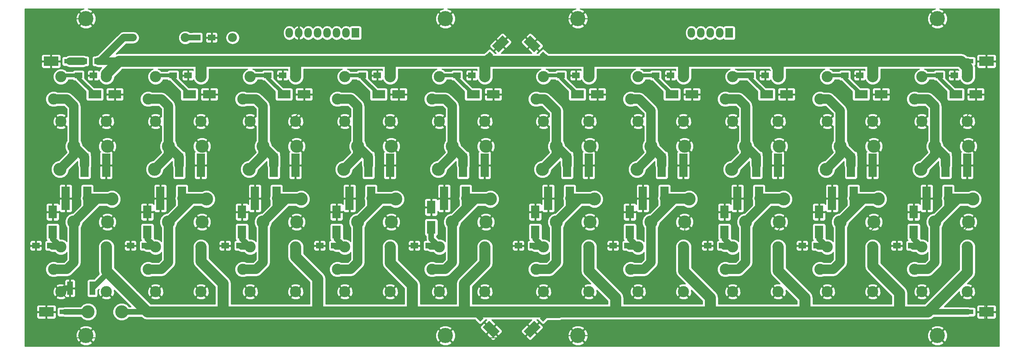
<source format=gbl>
G04 #@! TF.FileFunction,Copper,L2,Bot,Signal*
%FSLAX46Y46*%
G04 Gerber Fmt 4.6, Leading zero omitted, Abs format (unit mm)*
G04 Created by KiCad (PCBNEW 4.0.6) date 04/17/17 17:22:29*
%MOMM*%
%LPD*%
G01*
G04 APERTURE LIST*
%ADD10C,0.100000*%
%ADD11C,4.064000*%
%ADD12C,3.000000*%
%ADD13C,3.500000*%
%ADD14R,2.000000X2.600000*%
%ADD15O,2.000000X2.600000*%
%ADD16R,1.600000X3.600000*%
%ADD17R,3.500000X2.300000*%
%ADD18R,2.300000X3.500000*%
%ADD19R,4.000000X2.500000*%
%ADD20R,3.000000X1.300000*%
%ADD21R,2.200000X6.350000*%
%ADD22R,2.000000X1.600000*%
%ADD23C,2.400000*%
%ADD24O,2.400000X2.400000*%
%ADD25C,0.600000*%
%ADD26C,1.500000*%
%ADD27C,1.000000*%
%ADD28C,3.000000*%
%ADD29C,2.500000*%
%ADD30C,0.250000*%
%ADD31C,2.000000*%
%ADD32C,0.254000*%
G04 APERTURE END LIST*
D10*
D11*
X38100000Y-39370000D03*
X38100000Y-124460000D03*
X266700000Y-39370000D03*
X266700000Y-124460000D03*
D12*
X43600000Y-100680000D03*
X43600000Y-112680000D03*
X31400000Y-112680000D03*
X31400000Y-100680000D03*
X29400000Y-106680000D03*
X43600000Y-54960000D03*
X43600000Y-66960000D03*
X31400000Y-66960000D03*
X31400000Y-54960000D03*
X29400000Y-60960000D03*
X69000000Y-100680000D03*
X69000000Y-112680000D03*
X56800000Y-112680000D03*
X56800000Y-100680000D03*
X54800000Y-106680000D03*
X69000000Y-54960000D03*
X69000000Y-66960000D03*
X56800000Y-66960000D03*
X56800000Y-54960000D03*
X54800000Y-60960000D03*
X94400000Y-100680000D03*
X94400000Y-112680000D03*
X82200000Y-112680000D03*
X82200000Y-100680000D03*
X80200000Y-106680000D03*
X94400000Y-54960000D03*
X94400000Y-66960000D03*
X82200000Y-66960000D03*
X82200000Y-54960000D03*
X80200000Y-60960000D03*
X119800000Y-100680000D03*
X119800000Y-112680000D03*
X107600000Y-112680000D03*
X107600000Y-100680000D03*
X105600000Y-106680000D03*
X119800000Y-54960000D03*
X119800000Y-66960000D03*
X107600000Y-66960000D03*
X107600000Y-54960000D03*
X105600000Y-60960000D03*
X145200000Y-100680000D03*
X145200000Y-112680000D03*
X133000000Y-112680000D03*
X133000000Y-100680000D03*
X131000000Y-106680000D03*
X145200000Y-54960000D03*
X145200000Y-66960000D03*
X133000000Y-66960000D03*
X133000000Y-54960000D03*
X131000000Y-60960000D03*
X173140000Y-100680000D03*
X173140000Y-112680000D03*
X160940000Y-112680000D03*
X160940000Y-100680000D03*
X158940000Y-106680000D03*
X173140000Y-54960000D03*
X173140000Y-66960000D03*
X160940000Y-66960000D03*
X160940000Y-54960000D03*
X158940000Y-60960000D03*
X198540000Y-100680000D03*
X198540000Y-112680000D03*
X186340000Y-112680000D03*
X186340000Y-100680000D03*
X184340000Y-106680000D03*
X198540000Y-54960000D03*
X198540000Y-66960000D03*
X186340000Y-66960000D03*
X186340000Y-54960000D03*
X184340000Y-60960000D03*
X223940000Y-100680000D03*
X223940000Y-112680000D03*
X211740000Y-112680000D03*
X211740000Y-100680000D03*
X209740000Y-106680000D03*
X223940000Y-54960000D03*
X223940000Y-66960000D03*
X211740000Y-66960000D03*
X211740000Y-54960000D03*
X209740000Y-60960000D03*
X249340000Y-100680000D03*
X249340000Y-112680000D03*
X237140000Y-112680000D03*
X237140000Y-100680000D03*
X235140000Y-106680000D03*
X249340000Y-54960000D03*
X249340000Y-66960000D03*
X237140000Y-66960000D03*
X237140000Y-54960000D03*
X235140000Y-60960000D03*
X274740000Y-100680000D03*
X274740000Y-112680000D03*
X262540000Y-112680000D03*
X262540000Y-100680000D03*
X260540000Y-106680000D03*
X274740000Y-54960000D03*
X274740000Y-66960000D03*
X262540000Y-66960000D03*
X262540000Y-54960000D03*
X260540000Y-60960000D03*
D11*
X134620000Y-124460000D03*
X134620000Y-39370000D03*
X170180000Y-39370000D03*
X170180000Y-124460000D03*
D13*
X31100000Y-79820000D03*
X45100000Y-87820000D03*
X56500000Y-79820000D03*
X70500000Y-87820000D03*
X81900000Y-79820000D03*
X95900000Y-87820000D03*
X107300000Y-79820000D03*
X121300000Y-87820000D03*
X132700000Y-79820000D03*
X146700000Y-87820000D03*
X160640000Y-79820000D03*
X174640000Y-87820000D03*
X186040000Y-79820000D03*
X200040000Y-87820000D03*
X211440000Y-79820000D03*
X225440000Y-87820000D03*
X236840000Y-79820000D03*
X250840000Y-87820000D03*
X262240000Y-79820000D03*
X276240000Y-87820000D03*
D14*
X110490000Y-43180000D03*
D15*
X107950000Y-43180000D03*
X105410000Y-43180000D03*
X102870000Y-43180000D03*
X100330000Y-43180000D03*
X97790000Y-43180000D03*
X95250000Y-43180000D03*
X92710000Y-43180000D03*
D14*
X210820000Y-43180000D03*
D15*
X208280000Y-43180000D03*
X205740000Y-43180000D03*
X203200000Y-43180000D03*
X200660000Y-43180000D03*
D16*
X33830000Y-111760000D03*
X39830000Y-111760000D03*
D17*
X40480000Y-59690000D03*
X45880000Y-59690000D03*
D18*
X29210000Y-96680000D03*
X29210000Y-91280000D03*
D17*
X65880000Y-59690000D03*
X71280000Y-59690000D03*
D18*
X54610000Y-96680000D03*
X54610000Y-91280000D03*
D17*
X91280000Y-59690000D03*
X96680000Y-59690000D03*
D18*
X80010000Y-96680000D03*
X80010000Y-91280000D03*
D17*
X116680000Y-59690000D03*
X122080000Y-59690000D03*
D18*
X105410000Y-96680000D03*
X105410000Y-91280000D03*
D17*
X142080000Y-59690000D03*
X147480000Y-59690000D03*
D18*
X130810000Y-95410000D03*
X130810000Y-90010000D03*
D17*
X170020000Y-59690000D03*
X175420000Y-59690000D03*
D18*
X158750000Y-96680000D03*
X158750000Y-91280000D03*
D17*
X195420000Y-59690000D03*
X200820000Y-59690000D03*
D18*
X184150000Y-96680000D03*
X184150000Y-91280000D03*
D17*
X220820000Y-59690000D03*
X226220000Y-59690000D03*
D18*
X209550000Y-96680000D03*
X209550000Y-91280000D03*
D17*
X246220000Y-59690000D03*
X251620000Y-59690000D03*
D18*
X234950000Y-96680000D03*
X234950000Y-91280000D03*
D17*
X271620000Y-59690000D03*
X277020000Y-59690000D03*
D18*
X260350000Y-96680000D03*
X260350000Y-91280000D03*
D19*
X27480000Y-118110000D03*
D20*
X32480000Y-118110000D03*
D19*
X28750000Y-50800000D03*
D20*
X33750000Y-50800000D03*
D19*
X279860000Y-50800000D03*
D20*
X274860000Y-50800000D03*
D19*
X279860000Y-118110000D03*
D20*
X274860000Y-118110000D03*
D10*
G36*
X144603223Y-122240990D02*
X146370990Y-120473223D01*
X149199417Y-123301650D01*
X147431650Y-125069417D01*
X144603223Y-122240990D01*
X144603223Y-122240990D01*
G37*
G36*
X141845506Y-118634745D02*
X142764745Y-117715506D01*
X144886066Y-119836827D01*
X143966827Y-120756066D01*
X141845506Y-118634745D01*
X141845506Y-118634745D01*
G37*
G36*
X160196777Y-46669010D02*
X158429010Y-48436777D01*
X155600583Y-45608350D01*
X157368350Y-43840583D01*
X160196777Y-46669010D01*
X160196777Y-46669010D01*
G37*
G36*
X162954494Y-50275255D02*
X162035255Y-51194494D01*
X159913934Y-49073173D01*
X160833173Y-48153934D01*
X162954494Y-50275255D01*
X162954494Y-50275255D01*
G37*
G36*
X148910990Y-48436777D02*
X147143223Y-46669010D01*
X149971650Y-43840583D01*
X151739417Y-45608350D01*
X148910990Y-48436777D01*
X148910990Y-48436777D01*
G37*
G36*
X145304745Y-51194494D02*
X144385506Y-50275255D01*
X146506827Y-48153934D01*
X147426066Y-49073173D01*
X145304745Y-51194494D01*
X145304745Y-51194494D01*
G37*
G36*
X158429010Y-120473223D02*
X160196777Y-122240990D01*
X157368350Y-125069417D01*
X155600583Y-123301650D01*
X158429010Y-120473223D01*
X158429010Y-120473223D01*
G37*
G36*
X162035255Y-117715506D02*
X162954494Y-118634745D01*
X160833173Y-120756066D01*
X159913934Y-119836827D01*
X162035255Y-117715506D01*
X162035255Y-117715506D01*
G37*
D21*
X32660000Y-87630000D03*
X38460000Y-87630000D03*
X43540000Y-78740000D03*
X37740000Y-78740000D03*
X58060000Y-87630000D03*
X63860000Y-87630000D03*
X68940000Y-78740000D03*
X63140000Y-78740000D03*
X83460000Y-87630000D03*
X89260000Y-87630000D03*
X94340000Y-78740000D03*
X88540000Y-78740000D03*
X108860000Y-87630000D03*
X114660000Y-87630000D03*
X119740000Y-78740000D03*
X113940000Y-78740000D03*
X134260000Y-87630000D03*
X140060000Y-87630000D03*
X145140000Y-78740000D03*
X139340000Y-78740000D03*
X162200000Y-87630000D03*
X168000000Y-87630000D03*
X173080000Y-78740000D03*
X167280000Y-78740000D03*
X187600000Y-87630000D03*
X193400000Y-87630000D03*
X198480000Y-78740000D03*
X192680000Y-78740000D03*
X213000000Y-87630000D03*
X218800000Y-87630000D03*
X223880000Y-78740000D03*
X218080000Y-78740000D03*
X238400000Y-87630000D03*
X244200000Y-87630000D03*
X249280000Y-78740000D03*
X243480000Y-78740000D03*
X263800000Y-87630000D03*
X269600000Y-87630000D03*
X274680000Y-78740000D03*
X268880000Y-78740000D03*
D22*
X40100000Y-54610000D03*
X36100000Y-54610000D03*
X50070000Y-100330000D03*
X54070000Y-100330000D03*
X90900000Y-54610000D03*
X86900000Y-54610000D03*
X116300000Y-54610000D03*
X112300000Y-54610000D03*
X141700000Y-54610000D03*
X137700000Y-54610000D03*
X169640000Y-54610000D03*
X165640000Y-54610000D03*
X195040000Y-54610000D03*
X191040000Y-54610000D03*
X220440000Y-54610000D03*
X216440000Y-54610000D03*
X245840000Y-54610000D03*
X241840000Y-54610000D03*
X271240000Y-54610000D03*
X267240000Y-54610000D03*
X41370000Y-50800000D03*
X37370000Y-50800000D03*
X24670000Y-100330000D03*
X28670000Y-100330000D03*
X65500000Y-54610000D03*
X61500000Y-54610000D03*
X75470000Y-100330000D03*
X79470000Y-100330000D03*
X100870000Y-100330000D03*
X104870000Y-100330000D03*
X126270000Y-100330000D03*
X130270000Y-100330000D03*
X154210000Y-100330000D03*
X158210000Y-100330000D03*
X179610000Y-100330000D03*
X183610000Y-100330000D03*
X205010000Y-100330000D03*
X209010000Y-100330000D03*
X230410000Y-100330000D03*
X234410000Y-100330000D03*
X255810000Y-100330000D03*
X259810000Y-100330000D03*
D13*
X47680000Y-118110000D03*
X38680000Y-118110000D03*
X34870000Y-93980000D03*
X43870000Y-93980000D03*
X34870000Y-73660000D03*
X43870000Y-73660000D03*
X60270000Y-93980000D03*
X69270000Y-93980000D03*
X60270000Y-73660000D03*
X69270000Y-73660000D03*
X85670000Y-93980000D03*
X94670000Y-93980000D03*
X85670000Y-73660000D03*
X94670000Y-73660000D03*
X111070000Y-93980000D03*
X120070000Y-93980000D03*
X111070000Y-73660000D03*
X120070000Y-73660000D03*
X136470000Y-93980000D03*
X145470000Y-93980000D03*
X136470000Y-73660000D03*
X145470000Y-73660000D03*
X164410000Y-93980000D03*
X173410000Y-93980000D03*
X164410000Y-73660000D03*
X173410000Y-73660000D03*
X189810000Y-93980000D03*
X198810000Y-93980000D03*
X189810000Y-73660000D03*
X198810000Y-73660000D03*
X215210000Y-93980000D03*
X224210000Y-93980000D03*
X215210000Y-73660000D03*
X224210000Y-73660000D03*
X240610000Y-93980000D03*
X249610000Y-93980000D03*
X240610000Y-73660000D03*
X249610000Y-73660000D03*
X266010000Y-93980000D03*
X275010000Y-93980000D03*
X266010000Y-73660000D03*
X275010000Y-73660000D03*
D22*
X71850000Y-44450000D03*
X67850000Y-44450000D03*
D23*
X64770000Y-44450000D03*
D24*
X77470000Y-44450000D03*
D25*
X129540000Y-38100000D03*
X119380000Y-38100000D03*
X106680000Y-38100000D03*
X93980000Y-38100000D03*
X81280000Y-38100000D03*
X68580000Y-38100000D03*
X55880000Y-38100000D03*
X45720000Y-38100000D03*
X270000000Y-100000000D03*
X270000000Y-107500000D03*
X245000000Y-100000000D03*
X245000000Y-107500000D03*
X220000000Y-100000000D03*
X220000000Y-107500000D03*
X195000000Y-100000000D03*
X195000000Y-107500000D03*
X167500000Y-100000000D03*
X167500000Y-107500000D03*
X140000000Y-100000000D03*
X140000000Y-105000000D03*
X115000000Y-100000000D03*
X115000000Y-107500000D03*
X90000000Y-100000000D03*
X90000000Y-107500000D03*
X65000000Y-100000000D03*
X65000000Y-107500000D03*
X37500000Y-100000000D03*
X37500000Y-107500000D03*
X26670000Y-39370000D03*
X22500000Y-120000000D03*
X22500000Y-110000000D03*
X22500000Y-100000000D03*
X22500000Y-90000000D03*
X22500000Y-80000000D03*
X22500000Y-70000000D03*
X22500000Y-60000000D03*
X22500000Y-50000000D03*
X31750000Y-39370000D03*
X47500000Y-62500000D03*
X47500000Y-70000000D03*
X47500000Y-77500000D03*
X72500000Y-62500000D03*
X72500000Y-70000000D03*
X72500000Y-77500000D03*
X97500000Y-62500000D03*
X97500000Y-70000000D03*
X97500000Y-77500000D03*
X122500000Y-62500000D03*
X122500000Y-70000000D03*
X122500000Y-77500000D03*
X150000000Y-62500000D03*
X150000000Y-70000000D03*
X150000000Y-77500000D03*
X177500000Y-62500000D03*
X177500000Y-70000000D03*
X177500000Y-77500000D03*
X202500000Y-62500000D03*
X202500000Y-70000000D03*
X202500000Y-77500000D03*
X227500000Y-62500000D03*
X227500000Y-70000000D03*
X227500000Y-77500000D03*
X277500000Y-62500000D03*
X277500000Y-70000000D03*
X277500000Y-77500000D03*
X252500000Y-62500000D03*
X252500000Y-70000000D03*
X252500000Y-77500000D03*
X160000000Y-40000000D03*
X150000000Y-40000000D03*
X140000000Y-40000000D03*
X270000000Y-40000000D03*
X260000000Y-40000000D03*
X250000000Y-40000000D03*
X240000000Y-40000000D03*
X230000000Y-40000000D03*
X220000000Y-40000000D03*
X210000000Y-40000000D03*
X200000000Y-40000000D03*
X190000000Y-40000000D03*
X180000000Y-40000000D03*
X280000000Y-115000000D03*
X280000000Y-105000000D03*
X280000000Y-95000000D03*
X280000000Y-85000000D03*
X280000000Y-75000000D03*
X280000000Y-65000000D03*
X280000000Y-55000000D03*
X280000000Y-45000000D03*
X180000000Y-125000000D03*
X190000000Y-125000000D03*
X200000000Y-125000000D03*
X210000000Y-125000000D03*
X220000000Y-125000000D03*
X230000000Y-125000000D03*
X240000000Y-125000000D03*
X250000000Y-125000000D03*
X260000000Y-125000000D03*
X270000000Y-125000000D03*
X145000000Y-125000000D03*
X155000000Y-125000000D03*
X165000000Y-125000000D03*
X35000000Y-125000000D03*
X45000000Y-125000000D03*
X55000000Y-125000000D03*
X65000000Y-125000000D03*
X75000000Y-125000000D03*
X85000000Y-125000000D03*
X95000000Y-125000000D03*
X105000000Y-125000000D03*
X115000000Y-125000000D03*
X125000000Y-125000000D03*
X50800000Y-44450000D03*
D26*
X43600000Y-100680000D02*
X43600000Y-107990000D01*
X43600000Y-107990000D02*
X39830000Y-111760000D01*
X274860000Y-118110000D02*
X264160000Y-118110000D01*
X47680000Y-118110000D02*
X54610000Y-118110000D01*
D27*
X143365786Y-119235786D02*
X142240000Y-118110000D01*
X161434214Y-119235786D02*
X165244214Y-119235786D01*
X165244214Y-119235786D02*
X166370000Y-118110000D01*
D28*
X161290000Y-118110000D02*
X166370000Y-118110000D01*
X166370000Y-118110000D02*
X180340000Y-118110000D01*
X139700000Y-118110000D02*
X142240000Y-118110000D01*
X142240000Y-118110000D02*
X161290000Y-118110000D01*
D27*
X173140000Y-100680000D02*
X173140000Y-107100000D01*
X173140000Y-107100000D02*
X180340000Y-114300000D01*
X180340000Y-114300000D02*
X180340000Y-118110000D01*
D28*
X69000000Y-100680000D02*
X69000000Y-104560000D01*
X74930000Y-110490000D02*
X74930000Y-118110000D01*
X69000000Y-104560000D02*
X74930000Y-110490000D01*
X94400000Y-100680000D02*
X94400000Y-103290000D01*
X100330000Y-109220000D02*
X100330000Y-118110000D01*
X94400000Y-103290000D02*
X100330000Y-109220000D01*
X119800000Y-100680000D02*
X119800000Y-104990000D01*
X125730000Y-110920000D02*
X125730000Y-118110000D01*
X119800000Y-104990000D02*
X125730000Y-110920000D01*
X145200000Y-100680000D02*
X145200000Y-104990000D01*
X139700000Y-110490000D02*
X139700000Y-118110000D01*
X145200000Y-104990000D02*
X139700000Y-110490000D01*
X180340000Y-118110000D02*
X180340000Y-114300000D01*
X173140000Y-107100000D02*
X173140000Y-100680000D01*
X180340000Y-114300000D02*
X173140000Y-107100000D01*
X205740000Y-118110000D02*
X205740000Y-114300000D01*
X198540000Y-107100000D02*
X198540000Y-100680000D01*
X205740000Y-114300000D02*
X198540000Y-107100000D01*
X231140000Y-118110000D02*
X231140000Y-114300000D01*
X223940000Y-107100000D02*
X223940000Y-100680000D01*
X231140000Y-114300000D02*
X223940000Y-107100000D01*
X256540000Y-118110000D02*
X256540000Y-113030000D01*
X249340000Y-105830000D02*
X249340000Y-100680000D01*
X256540000Y-113030000D02*
X249340000Y-105830000D01*
X43600000Y-100680000D02*
X43600000Y-107100000D01*
X43600000Y-107100000D02*
X54610000Y-118110000D01*
X54610000Y-118110000D02*
X74930000Y-118110000D01*
X74930000Y-118110000D02*
X100330000Y-118110000D01*
X100330000Y-118110000D02*
X125730000Y-118110000D01*
X125730000Y-118110000D02*
X139700000Y-118110000D01*
X274740000Y-107530000D02*
X274740000Y-100680000D01*
X264160000Y-118110000D02*
X274740000Y-107530000D01*
X180340000Y-118110000D02*
X205740000Y-118110000D01*
X205740000Y-118110000D02*
X231140000Y-118110000D01*
X231140000Y-118110000D02*
X256540000Y-118110000D01*
X256540000Y-118110000D02*
X264160000Y-118110000D01*
D29*
X145200000Y-100680000D02*
X145200000Y-101180000D01*
X274740000Y-100680000D02*
X274740000Y-101180000D01*
D26*
X32480000Y-118110000D02*
X38680000Y-118110000D01*
D29*
X41030000Y-87820000D02*
X34870000Y-93980000D01*
X34870000Y-93980000D02*
X34870000Y-104830000D01*
X34870000Y-104830000D02*
X33020000Y-106680000D01*
X38460000Y-87630000D02*
X44910000Y-87630000D01*
X44910000Y-87630000D02*
X45100000Y-87820000D01*
X45100000Y-87820000D02*
X41030000Y-87820000D01*
X33020000Y-106680000D02*
X29400000Y-106680000D01*
D30*
X119380000Y-38100000D02*
X129540000Y-38100000D01*
X93980000Y-38100000D02*
X106680000Y-38100000D01*
X68580000Y-38100000D02*
X81280000Y-38100000D01*
X45720000Y-38100000D02*
X55880000Y-38100000D01*
X275010000Y-93980000D02*
X275010000Y-94990000D01*
X275010000Y-94990000D02*
X270000000Y-100000000D01*
X249610000Y-93980000D02*
X249610000Y-95390000D01*
X249610000Y-95390000D02*
X245000000Y-100000000D01*
X224210000Y-93980000D02*
X224210000Y-95790000D01*
X224210000Y-95790000D02*
X220000000Y-100000000D01*
X198810000Y-93980000D02*
X198810000Y-96190000D01*
X198810000Y-96190000D02*
X195000000Y-100000000D01*
X173410000Y-93980000D02*
X173410000Y-94090000D01*
X173410000Y-94090000D02*
X167500000Y-100000000D01*
X145470000Y-93980000D02*
X145470000Y-94530000D01*
X145470000Y-94530000D02*
X140000000Y-100000000D01*
X115000000Y-100000000D02*
X115000000Y-107500000D01*
X90000000Y-100000000D02*
X90000000Y-107500000D01*
X65000000Y-100000000D02*
X65000000Y-107500000D01*
X43870000Y-73660000D02*
X43840000Y-73660000D01*
X37500000Y-100000000D02*
X37500000Y-107500000D01*
X26670000Y-124170000D02*
X22500000Y-120000000D01*
X22500000Y-100000000D02*
X22500000Y-110000000D01*
X22500000Y-80000000D02*
X22500000Y-90000000D01*
X22500000Y-60000000D02*
X22500000Y-70000000D01*
X26670000Y-45830000D02*
X22500000Y-50000000D01*
X26670000Y-39370000D02*
X26670000Y-45830000D01*
X31750000Y-39370000D02*
X38100000Y-39370000D01*
X43600000Y-66960000D02*
X43600000Y-66400000D01*
X43600000Y-66400000D02*
X47500000Y-62500000D01*
X47500000Y-70000000D02*
X47500000Y-77500000D01*
X72500000Y-62500000D02*
X72500000Y-70000000D01*
X94400000Y-66960000D02*
X94400000Y-65600000D01*
X94400000Y-65600000D02*
X97500000Y-62500000D01*
X97500000Y-70000000D02*
X97500000Y-77500000D01*
X122500000Y-62500000D02*
X122500000Y-70000000D01*
X145200000Y-66960000D02*
X145540000Y-66960000D01*
X145540000Y-66960000D02*
X150000000Y-62500000D01*
X150000000Y-70000000D02*
X150000000Y-77500000D01*
X177500000Y-62500000D02*
X177500000Y-70000000D01*
X198540000Y-66960000D02*
X198540000Y-66460000D01*
X198540000Y-66460000D02*
X202500000Y-62500000D01*
X202500000Y-70000000D02*
X202500000Y-77500000D01*
X227500000Y-62500000D02*
X227500000Y-70000000D01*
X274740000Y-66960000D02*
X274740000Y-65260000D01*
X274740000Y-65260000D02*
X277500000Y-62500000D01*
X277500000Y-70000000D02*
X277500000Y-77500000D01*
X252500000Y-62500000D02*
X252500000Y-70000000D01*
X26670000Y-124170000D02*
X26670000Y-124460000D01*
X168910000Y-39370000D02*
X160630000Y-39370000D01*
X160630000Y-39370000D02*
X160000000Y-40000000D01*
X150000000Y-40000000D02*
X140000000Y-40000000D01*
X280000000Y-40000000D02*
X270000000Y-40000000D01*
X260000000Y-40000000D02*
X250000000Y-40000000D01*
X240000000Y-40000000D02*
X230000000Y-40000000D01*
X220000000Y-40000000D02*
X210000000Y-40000000D01*
X200000000Y-40000000D02*
X190000000Y-40000000D01*
X180000000Y-40000000D02*
X179370000Y-39370000D01*
X179370000Y-39370000D02*
X168910000Y-39370000D01*
X279400000Y-124460000D02*
X279400000Y-115600000D01*
X279400000Y-115600000D02*
X280000000Y-115000000D01*
X280000000Y-105000000D02*
X280000000Y-95000000D01*
X280000000Y-85000000D02*
X280000000Y-75000000D01*
X280000000Y-65000000D02*
X280000000Y-55000000D01*
X280000000Y-45000000D02*
X280000000Y-40000000D01*
X168910000Y-124460000D02*
X179460000Y-124460000D01*
X179460000Y-124460000D02*
X180000000Y-125000000D01*
X190000000Y-125000000D02*
X200000000Y-125000000D01*
X210000000Y-125000000D02*
X220000000Y-125000000D01*
X230000000Y-125000000D02*
X240000000Y-125000000D01*
X250000000Y-125000000D02*
X260000000Y-125000000D01*
X270000000Y-125000000D02*
X270540000Y-124460000D01*
X270540000Y-124460000D02*
X279400000Y-124460000D01*
X145000000Y-125000000D02*
X155000000Y-125000000D01*
X165000000Y-125000000D02*
X165540000Y-124460000D01*
X165540000Y-124460000D02*
X168910000Y-124460000D01*
X35000000Y-125000000D02*
X45000000Y-125000000D01*
X55000000Y-125000000D02*
X65000000Y-125000000D01*
X75000000Y-125000000D02*
X85000000Y-125000000D01*
X95000000Y-125000000D02*
X105000000Y-125000000D01*
X115000000Y-125000000D02*
X125000000Y-125000000D01*
D26*
X33830000Y-111760000D02*
X32320000Y-111760000D01*
X32320000Y-111760000D02*
X31400000Y-112680000D01*
D29*
X37740000Y-78740000D02*
X37740000Y-76530000D01*
X37740000Y-76530000D02*
X34870000Y-73660000D01*
X34870000Y-73660000D02*
X34870000Y-76050000D01*
X34870000Y-76050000D02*
X31100000Y-79820000D01*
X34870000Y-73660000D02*
X34870000Y-62810000D01*
X33020000Y-60960000D02*
X29400000Y-60960000D01*
X34870000Y-62810000D02*
X33020000Y-60960000D01*
D26*
X67850000Y-44450000D02*
X64770000Y-44450000D01*
D29*
X113940000Y-78740000D02*
X113940000Y-76530000D01*
X113940000Y-76530000D02*
X111070000Y-73660000D01*
X111070000Y-73660000D02*
X111070000Y-76050000D01*
X111070000Y-76050000D02*
X107300000Y-79820000D01*
X111070000Y-73660000D02*
X111070000Y-62810000D01*
X109220000Y-60960000D02*
X105600000Y-60960000D01*
X111070000Y-62810000D02*
X109220000Y-60960000D01*
X140060000Y-87630000D02*
X146510000Y-87630000D01*
X146510000Y-87630000D02*
X146700000Y-87820000D01*
X146700000Y-87820000D02*
X142630000Y-87820000D01*
X142630000Y-87820000D02*
X136470000Y-93980000D01*
X136470000Y-93980000D02*
X136470000Y-104830000D01*
X134620000Y-106680000D02*
X131000000Y-106680000D01*
X136470000Y-104830000D02*
X134620000Y-106680000D01*
X139340000Y-78740000D02*
X139340000Y-76530000D01*
X139340000Y-76530000D02*
X136470000Y-73660000D01*
X136470000Y-73660000D02*
X136470000Y-76050000D01*
X136470000Y-76050000D02*
X132700000Y-79820000D01*
X136470000Y-73660000D02*
X136470000Y-62810000D01*
X134620000Y-60960000D02*
X131000000Y-60960000D01*
X136470000Y-62810000D02*
X134620000Y-60960000D01*
X168000000Y-87630000D02*
X174450000Y-87630000D01*
X174450000Y-87630000D02*
X174640000Y-87820000D01*
X174640000Y-87820000D02*
X170570000Y-87820000D01*
X170570000Y-87820000D02*
X164410000Y-93980000D01*
X164410000Y-93980000D02*
X164410000Y-104830000D01*
X162560000Y-106680000D02*
X158940000Y-106680000D01*
X164410000Y-104830000D02*
X162560000Y-106680000D01*
X167280000Y-78740000D02*
X167280000Y-76530000D01*
X167280000Y-76530000D02*
X164410000Y-73660000D01*
X164410000Y-73660000D02*
X164410000Y-76050000D01*
X164410000Y-76050000D02*
X160640000Y-79820000D01*
X164410000Y-73660000D02*
X164410000Y-64080000D01*
X161290000Y-60960000D02*
X158940000Y-60960000D01*
X164410000Y-64080000D02*
X161290000Y-60960000D01*
X193400000Y-87630000D02*
X199850000Y-87630000D01*
X199850000Y-87630000D02*
X200040000Y-87820000D01*
X200040000Y-87820000D02*
X195970000Y-87820000D01*
X195970000Y-87820000D02*
X189810000Y-93980000D01*
X189810000Y-93980000D02*
X189810000Y-104830000D01*
X187960000Y-106680000D02*
X184340000Y-106680000D01*
X189810000Y-104830000D02*
X187960000Y-106680000D01*
X192680000Y-78740000D02*
X192680000Y-76530000D01*
X192680000Y-76530000D02*
X189810000Y-73660000D01*
X189810000Y-73660000D02*
X189810000Y-76050000D01*
X189810000Y-76050000D02*
X186040000Y-79820000D01*
X189810000Y-73660000D02*
X189810000Y-64080000D01*
X186690000Y-60960000D02*
X184340000Y-60960000D01*
X189810000Y-64080000D02*
X186690000Y-60960000D01*
X218800000Y-87630000D02*
X225250000Y-87630000D01*
X225250000Y-87630000D02*
X225440000Y-87820000D01*
X225440000Y-87820000D02*
X221370000Y-87820000D01*
X221370000Y-87820000D02*
X215210000Y-93980000D01*
X215210000Y-93980000D02*
X215210000Y-104830000D01*
X213360000Y-106680000D02*
X209740000Y-106680000D01*
X215210000Y-104830000D02*
X213360000Y-106680000D01*
X218080000Y-78740000D02*
X218080000Y-76530000D01*
X218080000Y-76530000D02*
X215210000Y-73660000D01*
X215210000Y-73660000D02*
X215210000Y-76050000D01*
X215210000Y-76050000D02*
X211440000Y-79820000D01*
X215210000Y-73660000D02*
X215210000Y-62810000D01*
X213360000Y-60960000D02*
X209740000Y-60960000D01*
X215210000Y-62810000D02*
X213360000Y-60960000D01*
X244200000Y-87630000D02*
X250650000Y-87630000D01*
X250650000Y-87630000D02*
X250840000Y-87820000D01*
X250840000Y-87820000D02*
X246770000Y-87820000D01*
X246770000Y-87820000D02*
X240610000Y-93980000D01*
X240610000Y-93980000D02*
X240610000Y-104830000D01*
X238760000Y-106680000D02*
X235140000Y-106680000D01*
X240610000Y-104830000D02*
X238760000Y-106680000D01*
X243480000Y-78740000D02*
X243480000Y-76530000D01*
X243480000Y-76530000D02*
X240610000Y-73660000D01*
X240610000Y-73660000D02*
X240610000Y-76050000D01*
X240610000Y-76050000D02*
X236840000Y-79820000D01*
X240610000Y-73660000D02*
X240610000Y-64080000D01*
X237490000Y-60960000D02*
X235140000Y-60960000D01*
X240610000Y-64080000D02*
X237490000Y-60960000D01*
X269600000Y-87630000D02*
X276050000Y-87630000D01*
X276050000Y-87630000D02*
X276240000Y-87820000D01*
X276240000Y-87820000D02*
X272170000Y-87820000D01*
X272170000Y-87820000D02*
X266010000Y-93980000D01*
X266010000Y-93980000D02*
X266010000Y-104830000D01*
X264160000Y-106680000D02*
X260540000Y-106680000D01*
X266010000Y-104830000D02*
X264160000Y-106680000D01*
X268880000Y-78740000D02*
X268880000Y-76530000D01*
X268880000Y-76530000D02*
X266010000Y-73660000D01*
X266010000Y-73660000D02*
X266010000Y-76050000D01*
X266010000Y-76050000D02*
X262240000Y-79820000D01*
X266010000Y-73660000D02*
X266010000Y-62810000D01*
X264160000Y-60960000D02*
X260540000Y-60960000D01*
X266010000Y-62810000D02*
X264160000Y-60960000D01*
D26*
X31400000Y-100680000D02*
X29020000Y-100680000D01*
X29020000Y-100680000D02*
X28670000Y-100330000D01*
X29210000Y-96680000D02*
X29210000Y-98490000D01*
X29210000Y-98490000D02*
X31400000Y-100680000D01*
D27*
X36100000Y-54610000D02*
X36100000Y-55310000D01*
X36100000Y-55310000D02*
X40480000Y-59690000D01*
X36100000Y-54610000D02*
X31750000Y-54610000D01*
X31750000Y-54610000D02*
X31400000Y-54960000D01*
X61500000Y-54610000D02*
X61500000Y-55310000D01*
X61500000Y-55310000D02*
X65880000Y-59690000D01*
D26*
X56800000Y-100680000D02*
X54420000Y-100680000D01*
X54420000Y-100680000D02*
X54070000Y-100330000D01*
X54610000Y-96680000D02*
X54610000Y-98490000D01*
X54610000Y-98490000D02*
X56800000Y-100680000D01*
D27*
X61500000Y-54610000D02*
X57150000Y-54610000D01*
X57150000Y-54610000D02*
X56800000Y-54960000D01*
D26*
X82200000Y-100680000D02*
X79820000Y-100680000D01*
X79820000Y-100680000D02*
X79470000Y-100330000D01*
X80010000Y-96680000D02*
X80010000Y-98490000D01*
X80010000Y-98490000D02*
X82200000Y-100680000D01*
D27*
X86900000Y-54610000D02*
X86900000Y-55310000D01*
X86900000Y-55310000D02*
X91280000Y-59690000D01*
X86900000Y-54610000D02*
X82550000Y-54610000D01*
X82550000Y-54610000D02*
X82200000Y-54960000D01*
D26*
X107600000Y-100680000D02*
X105220000Y-100680000D01*
X105220000Y-100680000D02*
X104870000Y-100330000D01*
X105410000Y-96680000D02*
X105410000Y-98490000D01*
X105410000Y-98490000D02*
X107600000Y-100680000D01*
D27*
X112300000Y-54610000D02*
X112300000Y-55310000D01*
X112300000Y-55310000D02*
X116680000Y-59690000D01*
X112300000Y-54610000D02*
X107950000Y-54610000D01*
X107950000Y-54610000D02*
X107600000Y-54960000D01*
D26*
X133000000Y-100680000D02*
X130620000Y-100680000D01*
X130620000Y-100680000D02*
X130270000Y-100330000D01*
X130810000Y-96680000D02*
X130810000Y-98490000D01*
X130810000Y-98490000D02*
X133000000Y-100680000D01*
D27*
X137700000Y-54610000D02*
X137700000Y-55310000D01*
X137700000Y-55310000D02*
X142080000Y-59690000D01*
X137700000Y-54610000D02*
X133350000Y-54610000D01*
X133350000Y-54610000D02*
X133000000Y-54960000D01*
D26*
X158750000Y-96680000D02*
X158750000Y-98490000D01*
X158750000Y-98490000D02*
X160940000Y-100680000D01*
X160940000Y-100680000D02*
X158560000Y-100680000D01*
X158560000Y-100680000D02*
X158210000Y-100330000D01*
D27*
X165640000Y-54610000D02*
X165640000Y-55310000D01*
X165640000Y-55310000D02*
X170020000Y-59690000D01*
X165640000Y-54610000D02*
X161290000Y-54610000D01*
X161290000Y-54610000D02*
X160940000Y-54960000D01*
D26*
X186340000Y-100680000D02*
X183960000Y-100680000D01*
X183960000Y-100680000D02*
X183610000Y-100330000D01*
X184150000Y-96680000D02*
X184150000Y-98490000D01*
X184150000Y-98490000D02*
X186340000Y-100680000D01*
D27*
X191040000Y-54610000D02*
X191040000Y-55310000D01*
X191040000Y-55310000D02*
X195420000Y-59690000D01*
X191040000Y-54610000D02*
X186690000Y-54610000D01*
X186690000Y-54610000D02*
X186340000Y-54960000D01*
D26*
X216440000Y-54610000D02*
X212090000Y-54610000D01*
X212090000Y-54610000D02*
X211740000Y-54960000D01*
X211740000Y-100680000D02*
X209360000Y-100680000D01*
X209360000Y-100680000D02*
X209010000Y-100330000D01*
X209550000Y-96680000D02*
X209550000Y-98490000D01*
X209550000Y-98490000D02*
X211740000Y-100680000D01*
D27*
X216440000Y-54610000D02*
X216440000Y-55310000D01*
X216440000Y-55310000D02*
X220820000Y-59690000D01*
D26*
X237140000Y-100680000D02*
X234760000Y-100680000D01*
X234760000Y-100680000D02*
X234410000Y-100330000D01*
X234950000Y-96680000D02*
X234950000Y-98490000D01*
X234950000Y-98490000D02*
X237140000Y-100680000D01*
D27*
X241840000Y-54610000D02*
X241840000Y-55310000D01*
X241840000Y-55310000D02*
X246220000Y-59690000D01*
X241840000Y-54610000D02*
X237490000Y-54610000D01*
X237490000Y-54610000D02*
X237140000Y-54960000D01*
D26*
X262540000Y-100680000D02*
X260160000Y-100680000D01*
X260160000Y-100680000D02*
X259810000Y-100330000D01*
X260350000Y-96680000D02*
X260350000Y-98490000D01*
X260350000Y-98490000D02*
X262540000Y-100680000D01*
D27*
X267240000Y-54610000D02*
X267240000Y-55310000D01*
X267240000Y-55310000D02*
X271620000Y-59690000D01*
X267240000Y-54610000D02*
X262890000Y-54610000D01*
X262890000Y-54610000D02*
X262540000Y-54960000D01*
D31*
X50800000Y-44450000D02*
X48260000Y-44450000D01*
X41370000Y-50800000D02*
X46990000Y-50800000D01*
X48260000Y-44450000D02*
X41910000Y-50800000D01*
X41910000Y-50800000D02*
X41370000Y-50800000D01*
D26*
X274860000Y-50800000D02*
X273050000Y-50800000D01*
X161434214Y-49674214D02*
X161434214Y-50655786D01*
X161434214Y-50655786D02*
X161578428Y-50800000D01*
X161578428Y-50800000D02*
X168910000Y-50800000D01*
X145905786Y-49674214D02*
X145905786Y-54254214D01*
X145905786Y-54254214D02*
X145200000Y-54960000D01*
D27*
X119800000Y-54960000D02*
X119800000Y-50800000D01*
X173140000Y-54960000D02*
X173140000Y-50800000D01*
D28*
X173140000Y-54960000D02*
X173140000Y-50800000D01*
X173140000Y-50800000D02*
X172720000Y-50800000D01*
X145200000Y-54960000D02*
X145200000Y-50800000D01*
X69000000Y-54960000D02*
X69000000Y-50800000D01*
X69000000Y-50800000D02*
X69850000Y-50800000D01*
X94400000Y-54960000D02*
X94400000Y-50800000D01*
X94400000Y-50800000D02*
X95250000Y-50800000D01*
X119800000Y-54960000D02*
X119800000Y-50800000D01*
X119800000Y-50800000D02*
X119380000Y-50800000D01*
X145200000Y-50800000D02*
X144780000Y-50800000D01*
X198540000Y-54960000D02*
X198540000Y-50800000D01*
X198540000Y-50800000D02*
X198120000Y-50800000D01*
X223940000Y-54960000D02*
X223940000Y-50800000D01*
X223520000Y-52070000D02*
X223520000Y-50800000D01*
X223520000Y-51220000D02*
X223520000Y-52070000D01*
X223940000Y-50800000D02*
X223520000Y-51220000D01*
X249340000Y-54960000D02*
X249340000Y-50800000D01*
X249340000Y-50800000D02*
X248920000Y-50800000D01*
X43600000Y-54960000D02*
X43600000Y-54190000D01*
X43600000Y-54190000D02*
X46990000Y-50800000D01*
X46990000Y-50800000D02*
X69850000Y-50800000D01*
X69850000Y-50800000D02*
X95250000Y-50800000D01*
X95250000Y-50800000D02*
X119380000Y-50800000D01*
X119380000Y-50800000D02*
X139700000Y-50800000D01*
X139700000Y-50800000D02*
X143510000Y-50800000D01*
X143510000Y-50800000D02*
X144780000Y-50800000D01*
X144780000Y-50800000D02*
X161290000Y-50800000D01*
X161290000Y-50800000D02*
X168910000Y-50800000D01*
X168910000Y-50800000D02*
X172720000Y-50800000D01*
X172720000Y-50800000D02*
X198120000Y-50800000D01*
X198120000Y-50800000D02*
X223520000Y-50800000D01*
X223520000Y-50800000D02*
X248920000Y-50800000D01*
X248920000Y-50800000D02*
X273050000Y-50800000D01*
X273050000Y-50800000D02*
X274740000Y-52490000D01*
X274740000Y-52490000D02*
X274740000Y-54960000D01*
D31*
X37370000Y-50800000D02*
X33750000Y-50800000D01*
D29*
X63860000Y-87630000D02*
X70310000Y-87630000D01*
X70310000Y-87630000D02*
X70500000Y-87820000D01*
X70500000Y-87820000D02*
X66430000Y-87820000D01*
X66430000Y-87820000D02*
X60270000Y-93980000D01*
X60270000Y-93980000D02*
X60270000Y-104830000D01*
X58420000Y-106680000D02*
X54800000Y-106680000D01*
X60270000Y-104830000D02*
X58420000Y-106680000D01*
X63140000Y-78740000D02*
X63140000Y-76530000D01*
X63140000Y-76530000D02*
X60270000Y-73660000D01*
X60270000Y-73660000D02*
X60270000Y-76050000D01*
X60270000Y-76050000D02*
X56500000Y-79820000D01*
X60270000Y-73660000D02*
X60270000Y-62810000D01*
X58420000Y-60960000D02*
X54800000Y-60960000D01*
X60270000Y-62810000D02*
X58420000Y-60960000D01*
X89260000Y-87630000D02*
X95710000Y-87630000D01*
X95710000Y-87630000D02*
X95900000Y-87820000D01*
X95900000Y-87820000D02*
X91830000Y-87820000D01*
X91830000Y-87820000D02*
X85670000Y-93980000D01*
X85670000Y-93980000D02*
X85670000Y-104830000D01*
X83820000Y-106680000D02*
X80200000Y-106680000D01*
X85670000Y-104830000D02*
X83820000Y-106680000D01*
X88540000Y-78740000D02*
X88540000Y-76530000D01*
X88540000Y-76530000D02*
X85670000Y-73660000D01*
X85670000Y-73660000D02*
X85670000Y-76050000D01*
X85670000Y-76050000D02*
X81900000Y-79820000D01*
X85670000Y-73660000D02*
X85670000Y-62810000D01*
X83820000Y-60960000D02*
X80200000Y-60960000D01*
X85670000Y-62810000D02*
X83820000Y-60960000D01*
X114660000Y-87630000D02*
X121110000Y-87630000D01*
X121110000Y-87630000D02*
X121300000Y-87820000D01*
X111070000Y-93980000D02*
X111070000Y-104830000D01*
X109220000Y-106680000D02*
X105600000Y-106680000D01*
X111070000Y-104830000D02*
X109220000Y-106680000D01*
X121300000Y-87820000D02*
X117230000Y-87820000D01*
X117230000Y-87820000D02*
X111070000Y-93980000D01*
D32*
G36*
X36606154Y-37097832D02*
X36381484Y-37471879D01*
X38100000Y-39190395D01*
X39818516Y-37471879D01*
X39593846Y-37097832D01*
X38637442Y-36710000D01*
X134062461Y-36710000D01*
X133126154Y-37097832D01*
X132901484Y-37471879D01*
X134620000Y-39190395D01*
X136338516Y-37471879D01*
X136113846Y-37097832D01*
X135157442Y-36710000D01*
X169622461Y-36710000D01*
X168686154Y-37097832D01*
X168461484Y-37471879D01*
X170180000Y-39190395D01*
X171898516Y-37471879D01*
X171673846Y-37097832D01*
X170717442Y-36710000D01*
X266142461Y-36710000D01*
X265206154Y-37097832D01*
X264981484Y-37471879D01*
X266700000Y-39190395D01*
X268418516Y-37471879D01*
X268193846Y-37097832D01*
X267237442Y-36710000D01*
X283290000Y-36710000D01*
X283290000Y-127290000D01*
X21710000Y-127290000D01*
X21710000Y-126358121D01*
X36381484Y-126358121D01*
X36606154Y-126732168D01*
X37589388Y-127130880D01*
X38650357Y-127122975D01*
X39593846Y-126732168D01*
X39818516Y-126358121D01*
X132901484Y-126358121D01*
X133126154Y-126732168D01*
X134109388Y-127130880D01*
X135170357Y-127122975D01*
X136113846Y-126732168D01*
X136338516Y-126358121D01*
X168461484Y-126358121D01*
X168686154Y-126732168D01*
X169669388Y-127130880D01*
X170730357Y-127122975D01*
X171673846Y-126732168D01*
X171898516Y-126358121D01*
X264981484Y-126358121D01*
X265206154Y-126732168D01*
X266189388Y-127130880D01*
X267250357Y-127122975D01*
X268193846Y-126732168D01*
X268418516Y-126358121D01*
X266700000Y-124639605D01*
X264981484Y-126358121D01*
X171898516Y-126358121D01*
X170180000Y-124639605D01*
X168461484Y-126358121D01*
X136338516Y-126358121D01*
X134620000Y-124639605D01*
X132901484Y-126358121D01*
X39818516Y-126358121D01*
X38100000Y-124639605D01*
X36381484Y-126358121D01*
X21710000Y-126358121D01*
X21710000Y-123949388D01*
X35429120Y-123949388D01*
X35437025Y-125010357D01*
X35827832Y-125953846D01*
X36201879Y-126178516D01*
X37920395Y-124460000D01*
X38279605Y-124460000D01*
X39998121Y-126178516D01*
X40372168Y-125953846D01*
X40770880Y-124970612D01*
X40763272Y-123949388D01*
X131949120Y-123949388D01*
X131957025Y-125010357D01*
X132347832Y-125953846D01*
X132721879Y-126178516D01*
X134440395Y-124460000D01*
X134799605Y-124460000D01*
X136518121Y-126178516D01*
X136892168Y-125953846D01*
X137290880Y-124970612D01*
X137284258Y-124081766D01*
X145770479Y-124081766D01*
X145770479Y-124306272D01*
X147071951Y-125607744D01*
X147305340Y-125704417D01*
X147557959Y-125704417D01*
X147791348Y-125607745D01*
X148562491Y-124836602D01*
X148562491Y-124612096D01*
X156237509Y-124612096D01*
X156237509Y-124836602D01*
X157008652Y-125607745D01*
X157242041Y-125704417D01*
X157494660Y-125704417D01*
X157728049Y-125607744D01*
X159029521Y-124306272D01*
X159029521Y-124081766D01*
X158897143Y-123949388D01*
X167509120Y-123949388D01*
X167517025Y-125010357D01*
X167907832Y-125953846D01*
X168281879Y-126178516D01*
X170000395Y-124460000D01*
X170359605Y-124460000D01*
X172078121Y-126178516D01*
X172452168Y-125953846D01*
X172850880Y-124970612D01*
X172843272Y-123949388D01*
X264029120Y-123949388D01*
X264037025Y-125010357D01*
X264427832Y-125953846D01*
X264801879Y-126178516D01*
X266520395Y-124460000D01*
X266879605Y-124460000D01*
X268598121Y-126178516D01*
X268972168Y-125953846D01*
X269370880Y-124970612D01*
X269362975Y-123909643D01*
X268972168Y-122966154D01*
X268598121Y-122741484D01*
X266879605Y-124460000D01*
X266520395Y-124460000D01*
X264801879Y-122741484D01*
X264427832Y-122966154D01*
X264029120Y-123949388D01*
X172843272Y-123949388D01*
X172842975Y-123909643D01*
X172452168Y-122966154D01*
X172078121Y-122741484D01*
X170359605Y-124460000D01*
X170000395Y-124460000D01*
X168281879Y-122741484D01*
X167907832Y-122966154D01*
X167509120Y-123949388D01*
X158897143Y-123949388D01*
X157898680Y-122950925D01*
X156237509Y-124612096D01*
X148562491Y-124612096D01*
X146901320Y-122950925D01*
X145770479Y-124081766D01*
X137284258Y-124081766D01*
X137282975Y-123909643D01*
X136892168Y-122966154D01*
X136518121Y-122741484D01*
X134799605Y-124460000D01*
X134440395Y-124460000D01*
X132721879Y-122741484D01*
X132347832Y-122966154D01*
X131949120Y-123949388D01*
X40763272Y-123949388D01*
X40762975Y-123909643D01*
X40372168Y-122966154D01*
X39998121Y-122741484D01*
X38279605Y-124460000D01*
X37920395Y-124460000D01*
X36201879Y-122741484D01*
X35827832Y-122966154D01*
X35429120Y-123949388D01*
X21710000Y-123949388D01*
X21710000Y-122561879D01*
X36381484Y-122561879D01*
X38100000Y-124280395D01*
X39818516Y-122561879D01*
X132901484Y-122561879D01*
X134620000Y-124280395D01*
X136338516Y-122561879D01*
X136113846Y-122187832D01*
X135933454Y-122114681D01*
X143968223Y-122114681D01*
X143968223Y-122367300D01*
X144064896Y-122600689D01*
X145366368Y-123902161D01*
X145590874Y-123902161D01*
X146721715Y-122771320D01*
X147080925Y-122771320D01*
X148742096Y-124432491D01*
X148966602Y-124432491D01*
X149737745Y-123661348D01*
X149834417Y-123427959D01*
X149834417Y-123175340D01*
X154965583Y-123175340D01*
X154965583Y-123427959D01*
X155062255Y-123661348D01*
X155833398Y-124432491D01*
X156057904Y-124432491D01*
X157719075Y-122771320D01*
X158078285Y-122771320D01*
X159209126Y-123902161D01*
X159433632Y-123902161D01*
X160735104Y-122600689D01*
X160751179Y-122561879D01*
X168461484Y-122561879D01*
X170180000Y-124280395D01*
X171898516Y-122561879D01*
X264981484Y-122561879D01*
X266700000Y-124280395D01*
X268418516Y-122561879D01*
X268193846Y-122187832D01*
X267210612Y-121789120D01*
X266149643Y-121797025D01*
X265206154Y-122187832D01*
X264981484Y-122561879D01*
X171898516Y-122561879D01*
X171673846Y-122187832D01*
X170690612Y-121789120D01*
X169629643Y-121797025D01*
X168686154Y-122187832D01*
X168461484Y-122561879D01*
X160751179Y-122561879D01*
X160831777Y-122367300D01*
X160831777Y-122114681D01*
X160735105Y-121881292D01*
X159963962Y-121110149D01*
X159739456Y-121110149D01*
X158078285Y-122771320D01*
X157719075Y-122771320D01*
X156588234Y-121640479D01*
X156363728Y-121640479D01*
X155062256Y-122941951D01*
X154965583Y-123175340D01*
X149834417Y-123175340D01*
X149737744Y-122941951D01*
X148436272Y-121640479D01*
X148211766Y-121640479D01*
X147080925Y-122771320D01*
X146721715Y-122771320D01*
X145060544Y-121110149D01*
X144836038Y-121110149D01*
X144064895Y-121881292D01*
X143968223Y-122114681D01*
X135933454Y-122114681D01*
X135130612Y-121789120D01*
X134069643Y-121797025D01*
X133126154Y-122187832D01*
X132901484Y-122561879D01*
X39818516Y-122561879D01*
X39593846Y-122187832D01*
X38610612Y-121789120D01*
X37549643Y-121797025D01*
X36606154Y-122187832D01*
X36381484Y-122561879D01*
X21710000Y-122561879D01*
X21710000Y-118395750D01*
X24845000Y-118395750D01*
X24845000Y-119486310D01*
X24941673Y-119719699D01*
X25120302Y-119898327D01*
X25353691Y-119995000D01*
X27194250Y-119995000D01*
X27353000Y-119836250D01*
X27353000Y-118237000D01*
X27607000Y-118237000D01*
X27607000Y-119836250D01*
X27765750Y-119995000D01*
X29606309Y-119995000D01*
X29839698Y-119898327D01*
X30018327Y-119719699D01*
X30115000Y-119486310D01*
X30115000Y-118395750D01*
X29956250Y-118237000D01*
X27607000Y-118237000D01*
X27353000Y-118237000D01*
X25003750Y-118237000D01*
X24845000Y-118395750D01*
X21710000Y-118395750D01*
X21710000Y-116733690D01*
X24845000Y-116733690D01*
X24845000Y-117824250D01*
X25003750Y-117983000D01*
X27353000Y-117983000D01*
X27353000Y-116383750D01*
X27607000Y-116383750D01*
X27607000Y-117983000D01*
X29956250Y-117983000D01*
X30115000Y-117824250D01*
X30115000Y-117460000D01*
X30332560Y-117460000D01*
X30332560Y-118760000D01*
X30376838Y-118995317D01*
X30515910Y-119211441D01*
X30728110Y-119356431D01*
X30980000Y-119407440D01*
X32039806Y-119407440D01*
X32480000Y-119495000D01*
X36692625Y-119495000D01*
X37327242Y-120130726D01*
X38203513Y-120494585D01*
X39152325Y-120495413D01*
X40029229Y-120133084D01*
X40700726Y-119462758D01*
X41064585Y-118586487D01*
X41065413Y-117637675D01*
X40703084Y-116760771D01*
X40032758Y-116089274D01*
X39156487Y-115725415D01*
X38207675Y-115724587D01*
X37330771Y-116086916D01*
X36691572Y-116725000D01*
X32480000Y-116725000D01*
X32039806Y-116812560D01*
X30980000Y-116812560D01*
X30744683Y-116856838D01*
X30528559Y-116995910D01*
X30383569Y-117208110D01*
X30332560Y-117460000D01*
X30115000Y-117460000D01*
X30115000Y-116733690D01*
X30018327Y-116500301D01*
X29839698Y-116321673D01*
X29606309Y-116225000D01*
X27765750Y-116225000D01*
X27607000Y-116383750D01*
X27353000Y-116383750D01*
X27194250Y-116225000D01*
X25353691Y-116225000D01*
X25120302Y-116321673D01*
X24941673Y-116500301D01*
X24845000Y-116733690D01*
X21710000Y-116733690D01*
X21710000Y-114193970D01*
X30065635Y-114193970D01*
X30225418Y-114512739D01*
X31016187Y-114822723D01*
X31865387Y-114806497D01*
X32574582Y-114512739D01*
X32734365Y-114193970D01*
X31400000Y-112859605D01*
X30065635Y-114193970D01*
X21710000Y-114193970D01*
X21710000Y-112296187D01*
X29257277Y-112296187D01*
X29273503Y-113145387D01*
X29567261Y-113854582D01*
X29886030Y-114014365D01*
X31220395Y-112680000D01*
X29886030Y-111345635D01*
X29567261Y-111505418D01*
X29257277Y-112296187D01*
X21710000Y-112296187D01*
X21710000Y-111166030D01*
X30065635Y-111166030D01*
X31400000Y-112500395D01*
X31414143Y-112486253D01*
X31593748Y-112665858D01*
X31579605Y-112680000D01*
X32395000Y-113495395D01*
X32395000Y-113686309D01*
X32491673Y-113919698D01*
X32670301Y-114098327D01*
X32903690Y-114195000D01*
X33544250Y-114195000D01*
X33703000Y-114036250D01*
X33703000Y-111887000D01*
X33957000Y-111887000D01*
X33957000Y-114036250D01*
X34115750Y-114195000D01*
X34756310Y-114195000D01*
X34989699Y-114098327D01*
X35168327Y-113919698D01*
X35265000Y-113686309D01*
X35265000Y-112045750D01*
X35106250Y-111887000D01*
X33957000Y-111887000D01*
X33703000Y-111887000D01*
X33390795Y-111887000D01*
X33285585Y-111633000D01*
X33703000Y-111633000D01*
X33703000Y-109483750D01*
X33957000Y-109483750D01*
X33957000Y-111633000D01*
X35106250Y-111633000D01*
X35265000Y-111474250D01*
X35265000Y-109960000D01*
X38382560Y-109960000D01*
X38382560Y-113560000D01*
X38426838Y-113795317D01*
X38565910Y-114011441D01*
X38778110Y-114156431D01*
X39030000Y-114207440D01*
X40630000Y-114207440D01*
X40701586Y-114193970D01*
X42265635Y-114193970D01*
X42425418Y-114512739D01*
X43216187Y-114822723D01*
X44065387Y-114806497D01*
X44774582Y-114512739D01*
X44934365Y-114193970D01*
X43600000Y-112859605D01*
X42265635Y-114193970D01*
X40701586Y-114193970D01*
X40865317Y-114163162D01*
X41081441Y-114024090D01*
X41226431Y-113811890D01*
X41277440Y-113560000D01*
X41277440Y-112271246D01*
X41589307Y-111959379D01*
X41457277Y-112296187D01*
X41473503Y-113145387D01*
X41767261Y-113854582D01*
X42086030Y-114014365D01*
X43420395Y-112680000D01*
X43406253Y-112665858D01*
X43585858Y-112486253D01*
X43600000Y-112500395D01*
X43614143Y-112486253D01*
X43793748Y-112665858D01*
X43779605Y-112680000D01*
X45113970Y-114014365D01*
X45432739Y-113854582D01*
X45742723Y-113063813D01*
X45727105Y-112246451D01*
X50205654Y-116725000D01*
X49667375Y-116725000D01*
X49032758Y-116089274D01*
X48156487Y-115725415D01*
X47207675Y-115724587D01*
X46330771Y-116086916D01*
X45659274Y-116757242D01*
X45295415Y-117633513D01*
X45294587Y-118582325D01*
X45656916Y-119459229D01*
X46327242Y-120130726D01*
X47203513Y-120494585D01*
X48152325Y-120495413D01*
X49029229Y-120133084D01*
X49668428Y-119495000D01*
X52975654Y-119495000D01*
X53100327Y-119619673D01*
X53792970Y-120082483D01*
X54610000Y-120245000D01*
X142540143Y-120245000D01*
X143509018Y-121213875D01*
X143706721Y-121348960D01*
X143957883Y-121403444D01*
X144210454Y-121355920D01*
X144424636Y-121213875D01*
X145343875Y-120294636D01*
X145377790Y-120245000D01*
X145701187Y-120245000D01*
X145240149Y-120706038D01*
X145240149Y-120930544D01*
X146901320Y-122591715D01*
X148032161Y-121460874D01*
X148032161Y-121236368D01*
X147040793Y-120245000D01*
X157759207Y-120245000D01*
X156767839Y-121236368D01*
X156767839Y-121460874D01*
X157898680Y-122591715D01*
X159559851Y-120930544D01*
X159559851Y-120706038D01*
X159098813Y-120245000D01*
X159423207Y-120245000D01*
X159456125Y-120294636D01*
X160375364Y-121213875D01*
X160573067Y-121348960D01*
X160824229Y-121403444D01*
X161076800Y-121355920D01*
X161290982Y-121213875D01*
X162134071Y-120370786D01*
X165244214Y-120370786D01*
X165678560Y-120284389D01*
X165737510Y-120245000D01*
X264160000Y-120245000D01*
X264977029Y-120082483D01*
X265669673Y-119619673D01*
X265794346Y-119495000D01*
X274860000Y-119495000D01*
X275300194Y-119407440D01*
X276360000Y-119407440D01*
X276595317Y-119363162D01*
X276811441Y-119224090D01*
X276956431Y-119011890D01*
X277007440Y-118760000D01*
X277007440Y-118395750D01*
X277225000Y-118395750D01*
X277225000Y-119486310D01*
X277321673Y-119719699D01*
X277500302Y-119898327D01*
X277733691Y-119995000D01*
X279574250Y-119995000D01*
X279733000Y-119836250D01*
X279733000Y-118237000D01*
X279987000Y-118237000D01*
X279987000Y-119836250D01*
X280145750Y-119995000D01*
X281986309Y-119995000D01*
X282219698Y-119898327D01*
X282398327Y-119719699D01*
X282495000Y-119486310D01*
X282495000Y-118395750D01*
X282336250Y-118237000D01*
X279987000Y-118237000D01*
X279733000Y-118237000D01*
X277383750Y-118237000D01*
X277225000Y-118395750D01*
X277007440Y-118395750D01*
X277007440Y-117460000D01*
X276963162Y-117224683D01*
X276824090Y-117008559D01*
X276611890Y-116863569D01*
X276360000Y-116812560D01*
X275300194Y-116812560D01*
X274903688Y-116733690D01*
X277225000Y-116733690D01*
X277225000Y-117824250D01*
X277383750Y-117983000D01*
X279733000Y-117983000D01*
X279733000Y-116383750D01*
X279987000Y-116383750D01*
X279987000Y-117983000D01*
X282336250Y-117983000D01*
X282495000Y-117824250D01*
X282495000Y-116733690D01*
X282398327Y-116500301D01*
X282219698Y-116321673D01*
X281986309Y-116225000D01*
X280145750Y-116225000D01*
X279987000Y-116383750D01*
X279733000Y-116383750D01*
X279574250Y-116225000D01*
X277733691Y-116225000D01*
X277500302Y-116321673D01*
X277321673Y-116500301D01*
X277225000Y-116733690D01*
X274903688Y-116733690D01*
X274860000Y-116725000D01*
X268564346Y-116725000D01*
X271095376Y-114193970D01*
X273405635Y-114193970D01*
X273565418Y-114512739D01*
X274356187Y-114822723D01*
X275205387Y-114806497D01*
X275914582Y-114512739D01*
X276074365Y-114193970D01*
X274740000Y-112859605D01*
X273405635Y-114193970D01*
X271095376Y-114193970D01*
X272604699Y-112684647D01*
X272613503Y-113145387D01*
X272907261Y-113854582D01*
X273226030Y-114014365D01*
X274560395Y-112680000D01*
X274919605Y-112680000D01*
X276253970Y-114014365D01*
X276572739Y-113854582D01*
X276882723Y-113063813D01*
X276866497Y-112214613D01*
X276572739Y-111505418D01*
X276253970Y-111345635D01*
X274919605Y-112680000D01*
X274560395Y-112680000D01*
X274546253Y-112665858D01*
X274725858Y-112486253D01*
X274740000Y-112500395D01*
X276074365Y-111166030D01*
X275914582Y-110847261D01*
X275123813Y-110537277D01*
X274744828Y-110544518D01*
X276249673Y-109039673D01*
X276712483Y-108347030D01*
X276875000Y-107530000D01*
X276875000Y-100680718D01*
X276875370Y-100257185D01*
X276551020Y-99472200D01*
X275950959Y-98871091D01*
X275166541Y-98545372D01*
X274317185Y-98544630D01*
X273532200Y-98868980D01*
X272931091Y-99469041D01*
X272605372Y-100253459D01*
X272604630Y-101102815D01*
X272605000Y-101103710D01*
X272605000Y-106645654D01*
X263275654Y-115975000D01*
X258675000Y-115975000D01*
X258675000Y-114193970D01*
X261205635Y-114193970D01*
X261365418Y-114512739D01*
X262156187Y-114822723D01*
X263005387Y-114806497D01*
X263714582Y-114512739D01*
X263874365Y-114193970D01*
X262540000Y-112859605D01*
X261205635Y-114193970D01*
X258675000Y-114193970D01*
X258675000Y-113030000D01*
X258529036Y-112296187D01*
X260397277Y-112296187D01*
X260413503Y-113145387D01*
X260707261Y-113854582D01*
X261026030Y-114014365D01*
X262360395Y-112680000D01*
X262719605Y-112680000D01*
X264053970Y-114014365D01*
X264372739Y-113854582D01*
X264682723Y-113063813D01*
X264666497Y-112214613D01*
X264372739Y-111505418D01*
X264053970Y-111345635D01*
X262719605Y-112680000D01*
X262360395Y-112680000D01*
X261026030Y-111345635D01*
X260707261Y-111505418D01*
X260397277Y-112296187D01*
X258529036Y-112296187D01*
X258512483Y-112212971D01*
X258049673Y-111520327D01*
X257695376Y-111166030D01*
X261205635Y-111166030D01*
X262540000Y-112500395D01*
X263874365Y-111166030D01*
X263714582Y-110847261D01*
X262923813Y-110537277D01*
X262074613Y-110553503D01*
X261365418Y-110847261D01*
X261205635Y-111166030D01*
X257695376Y-111166030D01*
X251475000Y-104945654D01*
X251475000Y-100680718D01*
X251475056Y-100615750D01*
X254175000Y-100615750D01*
X254175000Y-101256310D01*
X254271673Y-101489699D01*
X254450302Y-101668327D01*
X254683691Y-101765000D01*
X255524250Y-101765000D01*
X255683000Y-101606250D01*
X255683000Y-100457000D01*
X255937000Y-100457000D01*
X255937000Y-101606250D01*
X256095750Y-101765000D01*
X256936309Y-101765000D01*
X257169698Y-101668327D01*
X257348327Y-101489699D01*
X257445000Y-101256310D01*
X257445000Y-100615750D01*
X257286250Y-100457000D01*
X255937000Y-100457000D01*
X255683000Y-100457000D01*
X254333750Y-100457000D01*
X254175000Y-100615750D01*
X251475056Y-100615750D01*
X251475370Y-100257185D01*
X251151020Y-99472200D01*
X251082630Y-99403690D01*
X254175000Y-99403690D01*
X254175000Y-100044250D01*
X254333750Y-100203000D01*
X255683000Y-100203000D01*
X255683000Y-99053750D01*
X255937000Y-99053750D01*
X255937000Y-100203000D01*
X257286250Y-100203000D01*
X257445000Y-100044250D01*
X257445000Y-99530000D01*
X258162560Y-99530000D01*
X258162560Y-101130000D01*
X258206838Y-101365317D01*
X258345910Y-101581441D01*
X258558110Y-101726431D01*
X258810000Y-101777440D01*
X259357401Y-101777440D01*
X259629984Y-101959574D01*
X260160000Y-102065000D01*
X260905871Y-102065000D01*
X261329041Y-102488909D01*
X262113459Y-102814628D01*
X262962815Y-102815370D01*
X263747800Y-102491020D01*
X264125000Y-102114478D01*
X264125000Y-104049208D01*
X263379208Y-104795000D01*
X261567712Y-104795000D01*
X260966541Y-104545372D01*
X260117185Y-104544630D01*
X259332200Y-104868980D01*
X258731091Y-105469041D01*
X258405372Y-106253459D01*
X258404630Y-107102815D01*
X258728980Y-107887800D01*
X259329041Y-108488909D01*
X260113459Y-108814628D01*
X260962815Y-108815370D01*
X261568755Y-108565000D01*
X264160000Y-108565000D01*
X264881359Y-108421513D01*
X265492896Y-108012896D01*
X267342896Y-106162896D01*
X267751513Y-105551359D01*
X267895000Y-104830000D01*
X267895000Y-95674528D01*
X273495077Y-95674528D01*
X273685364Y-96019271D01*
X274566591Y-96370956D01*
X275515323Y-96358641D01*
X276334636Y-96019271D01*
X276524923Y-95674528D01*
X275010000Y-94159605D01*
X273495077Y-95674528D01*
X267895000Y-95674528D01*
X267895000Y-95468247D01*
X268030726Y-95332758D01*
X268394585Y-94456487D01*
X268394756Y-94261037D01*
X269119202Y-93536591D01*
X272619044Y-93536591D01*
X272631359Y-94485323D01*
X272970729Y-95304636D01*
X273315472Y-95494923D01*
X274830395Y-93980000D01*
X275189605Y-93980000D01*
X276704528Y-95494923D01*
X277049271Y-95304636D01*
X277400956Y-94423409D01*
X277388641Y-93474677D01*
X277049271Y-92655364D01*
X276704528Y-92465077D01*
X275189605Y-93980000D01*
X274830395Y-93980000D01*
X273315472Y-92465077D01*
X272970729Y-92655364D01*
X272619044Y-93536591D01*
X269119202Y-93536591D01*
X270370321Y-92285472D01*
X273495077Y-92285472D01*
X275010000Y-93800395D01*
X276524923Y-92285472D01*
X276334636Y-91940729D01*
X275453409Y-91589044D01*
X274504677Y-91601359D01*
X273685364Y-91940729D01*
X273495077Y-92285472D01*
X270370321Y-92285472D01*
X272950793Y-89705000D01*
X274751753Y-89705000D01*
X274887242Y-89840726D01*
X275763513Y-90204585D01*
X276712325Y-90205413D01*
X277589229Y-89843084D01*
X278260726Y-89172758D01*
X278624585Y-88296487D01*
X278625413Y-87347675D01*
X278263084Y-86470771D01*
X277592758Y-85799274D01*
X276716487Y-85435415D01*
X275767675Y-85434587D01*
X275016417Y-85745000D01*
X271347440Y-85745000D01*
X271347440Y-84455000D01*
X271303162Y-84219683D01*
X271164090Y-84003559D01*
X270951890Y-83858569D01*
X270700000Y-83807560D01*
X268500000Y-83807560D01*
X268264683Y-83851838D01*
X268048559Y-83990910D01*
X267903569Y-84203110D01*
X267852560Y-84455000D01*
X267852560Y-86938439D01*
X267715000Y-87630000D01*
X267852560Y-88321561D01*
X267852560Y-89471647D01*
X265729453Y-91594754D01*
X265537675Y-91594587D01*
X264660771Y-91956916D01*
X263989274Y-92627242D01*
X263625415Y-93503513D01*
X263624587Y-94452325D01*
X263986916Y-95329229D01*
X264125000Y-95467554D01*
X264125000Y-99245785D01*
X263750959Y-98871091D01*
X262966541Y-98545372D01*
X262363531Y-98544845D01*
X262147440Y-98328754D01*
X262147440Y-94930000D01*
X262103162Y-94694683D01*
X261964090Y-94478559D01*
X261751890Y-94333569D01*
X261500000Y-94282560D01*
X259200000Y-94282560D01*
X258964683Y-94326838D01*
X258748559Y-94465910D01*
X258603569Y-94678110D01*
X258552560Y-94930000D01*
X258552560Y-98430000D01*
X258596838Y-98665317D01*
X258735910Y-98881441D01*
X258753192Y-98893249D01*
X258574683Y-98926838D01*
X258358559Y-99065910D01*
X258213569Y-99278110D01*
X258162560Y-99530000D01*
X257445000Y-99530000D01*
X257445000Y-99403690D01*
X257348327Y-99170301D01*
X257169698Y-98991673D01*
X256936309Y-98895000D01*
X256095750Y-98895000D01*
X255937000Y-99053750D01*
X255683000Y-99053750D01*
X255524250Y-98895000D01*
X254683691Y-98895000D01*
X254450302Y-98991673D01*
X254271673Y-99170301D01*
X254175000Y-99403690D01*
X251082630Y-99403690D01*
X250550959Y-98871091D01*
X249766541Y-98545372D01*
X248917185Y-98544630D01*
X248132200Y-98868980D01*
X247531091Y-99469041D01*
X247205372Y-100253459D01*
X247204630Y-101102815D01*
X247205000Y-101103710D01*
X247205000Y-105830000D01*
X247367517Y-106647029D01*
X247830327Y-107339673D01*
X254405000Y-113914346D01*
X254405000Y-115975000D01*
X233275000Y-115975000D01*
X233275000Y-114300000D01*
X233253910Y-114193970D01*
X235805635Y-114193970D01*
X235965418Y-114512739D01*
X236756187Y-114822723D01*
X237605387Y-114806497D01*
X238314582Y-114512739D01*
X238474365Y-114193970D01*
X248005635Y-114193970D01*
X248165418Y-114512739D01*
X248956187Y-114822723D01*
X249805387Y-114806497D01*
X250514582Y-114512739D01*
X250674365Y-114193970D01*
X249340000Y-112859605D01*
X248005635Y-114193970D01*
X238474365Y-114193970D01*
X237140000Y-112859605D01*
X235805635Y-114193970D01*
X233253910Y-114193970D01*
X233112483Y-113482971D01*
X232649673Y-112790327D01*
X232155533Y-112296187D01*
X234997277Y-112296187D01*
X235013503Y-113145387D01*
X235307261Y-113854582D01*
X235626030Y-114014365D01*
X236960395Y-112680000D01*
X237319605Y-112680000D01*
X238653970Y-114014365D01*
X238972739Y-113854582D01*
X239282723Y-113063813D01*
X239268056Y-112296187D01*
X247197277Y-112296187D01*
X247213503Y-113145387D01*
X247507261Y-113854582D01*
X247826030Y-114014365D01*
X249160395Y-112680000D01*
X249519605Y-112680000D01*
X250853970Y-114014365D01*
X251172739Y-113854582D01*
X251482723Y-113063813D01*
X251466497Y-112214613D01*
X251172739Y-111505418D01*
X250853970Y-111345635D01*
X249519605Y-112680000D01*
X249160395Y-112680000D01*
X247826030Y-111345635D01*
X247507261Y-111505418D01*
X247197277Y-112296187D01*
X239268056Y-112296187D01*
X239266497Y-112214613D01*
X238972739Y-111505418D01*
X238653970Y-111345635D01*
X237319605Y-112680000D01*
X236960395Y-112680000D01*
X235626030Y-111345635D01*
X235307261Y-111505418D01*
X234997277Y-112296187D01*
X232155533Y-112296187D01*
X231025376Y-111166030D01*
X235805635Y-111166030D01*
X237140000Y-112500395D01*
X238474365Y-111166030D01*
X248005635Y-111166030D01*
X249340000Y-112500395D01*
X250674365Y-111166030D01*
X250514582Y-110847261D01*
X249723813Y-110537277D01*
X248874613Y-110553503D01*
X248165418Y-110847261D01*
X248005635Y-111166030D01*
X238474365Y-111166030D01*
X238314582Y-110847261D01*
X237523813Y-110537277D01*
X236674613Y-110553503D01*
X235965418Y-110847261D01*
X235805635Y-111166030D01*
X231025376Y-111166030D01*
X226075000Y-106215654D01*
X226075000Y-100680718D01*
X226075056Y-100615750D01*
X228775000Y-100615750D01*
X228775000Y-101256310D01*
X228871673Y-101489699D01*
X229050302Y-101668327D01*
X229283691Y-101765000D01*
X230124250Y-101765000D01*
X230283000Y-101606250D01*
X230283000Y-100457000D01*
X230537000Y-100457000D01*
X230537000Y-101606250D01*
X230695750Y-101765000D01*
X231536309Y-101765000D01*
X231769698Y-101668327D01*
X231948327Y-101489699D01*
X232045000Y-101256310D01*
X232045000Y-100615750D01*
X231886250Y-100457000D01*
X230537000Y-100457000D01*
X230283000Y-100457000D01*
X228933750Y-100457000D01*
X228775000Y-100615750D01*
X226075056Y-100615750D01*
X226075370Y-100257185D01*
X225751020Y-99472200D01*
X225682630Y-99403690D01*
X228775000Y-99403690D01*
X228775000Y-100044250D01*
X228933750Y-100203000D01*
X230283000Y-100203000D01*
X230283000Y-99053750D01*
X230537000Y-99053750D01*
X230537000Y-100203000D01*
X231886250Y-100203000D01*
X232045000Y-100044250D01*
X232045000Y-99530000D01*
X232762560Y-99530000D01*
X232762560Y-101130000D01*
X232806838Y-101365317D01*
X232945910Y-101581441D01*
X233158110Y-101726431D01*
X233410000Y-101777440D01*
X233957401Y-101777440D01*
X234229984Y-101959574D01*
X234760000Y-102065000D01*
X235505871Y-102065000D01*
X235929041Y-102488909D01*
X236713459Y-102814628D01*
X237562815Y-102815370D01*
X238347800Y-102491020D01*
X238725000Y-102114478D01*
X238725000Y-104049208D01*
X237979208Y-104795000D01*
X236167712Y-104795000D01*
X235566541Y-104545372D01*
X234717185Y-104544630D01*
X233932200Y-104868980D01*
X233331091Y-105469041D01*
X233005372Y-106253459D01*
X233004630Y-107102815D01*
X233328980Y-107887800D01*
X233929041Y-108488909D01*
X234713459Y-108814628D01*
X235562815Y-108815370D01*
X236168755Y-108565000D01*
X238760000Y-108565000D01*
X239481359Y-108421513D01*
X240092896Y-108012896D01*
X241942896Y-106162896D01*
X242351513Y-105551359D01*
X242495000Y-104830000D01*
X242495000Y-95674528D01*
X248095077Y-95674528D01*
X248285364Y-96019271D01*
X249166591Y-96370956D01*
X250115323Y-96358641D01*
X250934636Y-96019271D01*
X251124923Y-95674528D01*
X249610000Y-94159605D01*
X248095077Y-95674528D01*
X242495000Y-95674528D01*
X242495000Y-95468247D01*
X242630726Y-95332758D01*
X242994585Y-94456487D01*
X242994756Y-94261037D01*
X243719202Y-93536591D01*
X247219044Y-93536591D01*
X247231359Y-94485323D01*
X247570729Y-95304636D01*
X247915472Y-95494923D01*
X249430395Y-93980000D01*
X249789605Y-93980000D01*
X251304528Y-95494923D01*
X251649271Y-95304636D01*
X252000956Y-94423409D01*
X251988641Y-93474677D01*
X251649271Y-92655364D01*
X251304528Y-92465077D01*
X249789605Y-93980000D01*
X249430395Y-93980000D01*
X247915472Y-92465077D01*
X247570729Y-92655364D01*
X247219044Y-93536591D01*
X243719202Y-93536591D01*
X244970321Y-92285472D01*
X248095077Y-92285472D01*
X249610000Y-93800395D01*
X251124923Y-92285472D01*
X250934636Y-91940729D01*
X250053409Y-91589044D01*
X249104677Y-91601359D01*
X248285364Y-91940729D01*
X248095077Y-92285472D01*
X244970321Y-92285472D01*
X245690043Y-91565750D01*
X258565000Y-91565750D01*
X258565000Y-93156309D01*
X258661673Y-93389698D01*
X258840301Y-93568327D01*
X259073690Y-93665000D01*
X260064250Y-93665000D01*
X260223000Y-93506250D01*
X260223000Y-91407000D01*
X260477000Y-91407000D01*
X260477000Y-93506250D01*
X260635750Y-93665000D01*
X261626310Y-93665000D01*
X261859699Y-93568327D01*
X262038327Y-93389698D01*
X262135000Y-93156309D01*
X262135000Y-91565750D01*
X261976250Y-91407000D01*
X260477000Y-91407000D01*
X260223000Y-91407000D01*
X258723750Y-91407000D01*
X258565000Y-91565750D01*
X245690043Y-91565750D01*
X247550793Y-89705000D01*
X249351753Y-89705000D01*
X249487242Y-89840726D01*
X250363513Y-90204585D01*
X251312325Y-90205413D01*
X252189229Y-89843084D01*
X252629389Y-89403691D01*
X258565000Y-89403691D01*
X258565000Y-90994250D01*
X258723750Y-91153000D01*
X260223000Y-91153000D01*
X260223000Y-89053750D01*
X260477000Y-89053750D01*
X260477000Y-91153000D01*
X261976250Y-91153000D01*
X262103937Y-91025313D01*
X262161673Y-91164699D01*
X262340302Y-91343327D01*
X262573691Y-91440000D01*
X263514250Y-91440000D01*
X263673000Y-91281250D01*
X263673000Y-87757000D01*
X263927000Y-87757000D01*
X263927000Y-91281250D01*
X264085750Y-91440000D01*
X265026309Y-91440000D01*
X265259698Y-91343327D01*
X265438327Y-91164699D01*
X265535000Y-90931310D01*
X265535000Y-87915750D01*
X265376250Y-87757000D01*
X263927000Y-87757000D01*
X263673000Y-87757000D01*
X262223750Y-87757000D01*
X262065000Y-87915750D01*
X262065000Y-89234696D01*
X262038327Y-89170302D01*
X261859699Y-88991673D01*
X261626310Y-88895000D01*
X260635750Y-88895000D01*
X260477000Y-89053750D01*
X260223000Y-89053750D01*
X260064250Y-88895000D01*
X259073690Y-88895000D01*
X258840301Y-88991673D01*
X258661673Y-89170302D01*
X258565000Y-89403691D01*
X252629389Y-89403691D01*
X252860726Y-89172758D01*
X253224585Y-88296487D01*
X253225413Y-87347675D01*
X252863084Y-86470771D01*
X252192758Y-85799274D01*
X251316487Y-85435415D01*
X250367675Y-85434587D01*
X249616417Y-85745000D01*
X245947440Y-85745000D01*
X245947440Y-84455000D01*
X245923674Y-84328690D01*
X262065000Y-84328690D01*
X262065000Y-87344250D01*
X262223750Y-87503000D01*
X263673000Y-87503000D01*
X263673000Y-83978750D01*
X263927000Y-83978750D01*
X263927000Y-87503000D01*
X265376250Y-87503000D01*
X265535000Y-87344250D01*
X265535000Y-84328690D01*
X265438327Y-84095301D01*
X265259698Y-83916673D01*
X265026309Y-83820000D01*
X264085750Y-83820000D01*
X263927000Y-83978750D01*
X263673000Y-83978750D01*
X263514250Y-83820000D01*
X262573691Y-83820000D01*
X262340302Y-83916673D01*
X262161673Y-84095301D01*
X262065000Y-84328690D01*
X245923674Y-84328690D01*
X245903162Y-84219683D01*
X245764090Y-84003559D01*
X245551890Y-83858569D01*
X245300000Y-83807560D01*
X243100000Y-83807560D01*
X242864683Y-83851838D01*
X242648559Y-83990910D01*
X242503569Y-84203110D01*
X242452560Y-84455000D01*
X242452560Y-86938439D01*
X242315000Y-87630000D01*
X242452560Y-88321561D01*
X242452560Y-89471647D01*
X240329453Y-91594754D01*
X240137675Y-91594587D01*
X239260771Y-91956916D01*
X238589274Y-92627242D01*
X238225415Y-93503513D01*
X238224587Y-94452325D01*
X238586916Y-95329229D01*
X238725000Y-95467554D01*
X238725000Y-99245785D01*
X238350959Y-98871091D01*
X237566541Y-98545372D01*
X236963531Y-98544845D01*
X236747440Y-98328754D01*
X236747440Y-94930000D01*
X236703162Y-94694683D01*
X236564090Y-94478559D01*
X236351890Y-94333569D01*
X236100000Y-94282560D01*
X233800000Y-94282560D01*
X233564683Y-94326838D01*
X233348559Y-94465910D01*
X233203569Y-94678110D01*
X233152560Y-94930000D01*
X233152560Y-98430000D01*
X233196838Y-98665317D01*
X233335910Y-98881441D01*
X233353192Y-98893249D01*
X233174683Y-98926838D01*
X232958559Y-99065910D01*
X232813569Y-99278110D01*
X232762560Y-99530000D01*
X232045000Y-99530000D01*
X232045000Y-99403690D01*
X231948327Y-99170301D01*
X231769698Y-98991673D01*
X231536309Y-98895000D01*
X230695750Y-98895000D01*
X230537000Y-99053750D01*
X230283000Y-99053750D01*
X230124250Y-98895000D01*
X229283691Y-98895000D01*
X229050302Y-98991673D01*
X228871673Y-99170301D01*
X228775000Y-99403690D01*
X225682630Y-99403690D01*
X225150959Y-98871091D01*
X224366541Y-98545372D01*
X223517185Y-98544630D01*
X222732200Y-98868980D01*
X222131091Y-99469041D01*
X221805372Y-100253459D01*
X221804630Y-101102815D01*
X221805000Y-101103710D01*
X221805000Y-107100000D01*
X221967517Y-107917029D01*
X222430327Y-108609673D01*
X224379928Y-110559274D01*
X224323813Y-110537277D01*
X223474613Y-110553503D01*
X222765418Y-110847261D01*
X222605635Y-111166030D01*
X223940000Y-112500395D01*
X223954143Y-112486253D01*
X224133748Y-112665858D01*
X224119605Y-112680000D01*
X225453970Y-114014365D01*
X225772739Y-113854582D01*
X226082723Y-113063813D01*
X226067105Y-112246451D01*
X229005000Y-115184346D01*
X229005000Y-115975000D01*
X207875000Y-115975000D01*
X207875000Y-114300000D01*
X207853910Y-114193970D01*
X210405635Y-114193970D01*
X210565418Y-114512739D01*
X211356187Y-114822723D01*
X212205387Y-114806497D01*
X212914582Y-114512739D01*
X213074365Y-114193970D01*
X222605635Y-114193970D01*
X222765418Y-114512739D01*
X223556187Y-114822723D01*
X224405387Y-114806497D01*
X225114582Y-114512739D01*
X225274365Y-114193970D01*
X223940000Y-112859605D01*
X222605635Y-114193970D01*
X213074365Y-114193970D01*
X211740000Y-112859605D01*
X210405635Y-114193970D01*
X207853910Y-114193970D01*
X207712483Y-113482971D01*
X207249673Y-112790327D01*
X206755533Y-112296187D01*
X209597277Y-112296187D01*
X209613503Y-113145387D01*
X209907261Y-113854582D01*
X210226030Y-114014365D01*
X211560395Y-112680000D01*
X211919605Y-112680000D01*
X213253970Y-114014365D01*
X213572739Y-113854582D01*
X213882723Y-113063813D01*
X213868056Y-112296187D01*
X221797277Y-112296187D01*
X221813503Y-113145387D01*
X222107261Y-113854582D01*
X222426030Y-114014365D01*
X223760395Y-112680000D01*
X222426030Y-111345635D01*
X222107261Y-111505418D01*
X221797277Y-112296187D01*
X213868056Y-112296187D01*
X213866497Y-112214613D01*
X213572739Y-111505418D01*
X213253970Y-111345635D01*
X211919605Y-112680000D01*
X211560395Y-112680000D01*
X210226030Y-111345635D01*
X209907261Y-111505418D01*
X209597277Y-112296187D01*
X206755533Y-112296187D01*
X205625376Y-111166030D01*
X210405635Y-111166030D01*
X211740000Y-112500395D01*
X213074365Y-111166030D01*
X212914582Y-110847261D01*
X212123813Y-110537277D01*
X211274613Y-110553503D01*
X210565418Y-110847261D01*
X210405635Y-111166030D01*
X205625376Y-111166030D01*
X200675000Y-106215654D01*
X200675000Y-100680718D01*
X200675056Y-100615750D01*
X203375000Y-100615750D01*
X203375000Y-101256310D01*
X203471673Y-101489699D01*
X203650302Y-101668327D01*
X203883691Y-101765000D01*
X204724250Y-101765000D01*
X204883000Y-101606250D01*
X204883000Y-100457000D01*
X205137000Y-100457000D01*
X205137000Y-101606250D01*
X205295750Y-101765000D01*
X206136309Y-101765000D01*
X206369698Y-101668327D01*
X206548327Y-101489699D01*
X206645000Y-101256310D01*
X206645000Y-100615750D01*
X206486250Y-100457000D01*
X205137000Y-100457000D01*
X204883000Y-100457000D01*
X203533750Y-100457000D01*
X203375000Y-100615750D01*
X200675056Y-100615750D01*
X200675370Y-100257185D01*
X200351020Y-99472200D01*
X200282630Y-99403690D01*
X203375000Y-99403690D01*
X203375000Y-100044250D01*
X203533750Y-100203000D01*
X204883000Y-100203000D01*
X204883000Y-99053750D01*
X205137000Y-99053750D01*
X205137000Y-100203000D01*
X206486250Y-100203000D01*
X206645000Y-100044250D01*
X206645000Y-99530000D01*
X207362560Y-99530000D01*
X207362560Y-101130000D01*
X207406838Y-101365317D01*
X207545910Y-101581441D01*
X207758110Y-101726431D01*
X208010000Y-101777440D01*
X208557401Y-101777440D01*
X208829984Y-101959574D01*
X209360000Y-102065000D01*
X210105871Y-102065000D01*
X210529041Y-102488909D01*
X211313459Y-102814628D01*
X212162815Y-102815370D01*
X212947800Y-102491020D01*
X213325000Y-102114478D01*
X213325000Y-104049208D01*
X212579208Y-104795000D01*
X210767712Y-104795000D01*
X210166541Y-104545372D01*
X209317185Y-104544630D01*
X208532200Y-104868980D01*
X207931091Y-105469041D01*
X207605372Y-106253459D01*
X207604630Y-107102815D01*
X207928980Y-107887800D01*
X208529041Y-108488909D01*
X209313459Y-108814628D01*
X210162815Y-108815370D01*
X210768755Y-108565000D01*
X213360000Y-108565000D01*
X214081359Y-108421513D01*
X214692896Y-108012896D01*
X216542896Y-106162896D01*
X216951513Y-105551359D01*
X217095000Y-104830000D01*
X217095000Y-95674528D01*
X222695077Y-95674528D01*
X222885364Y-96019271D01*
X223766591Y-96370956D01*
X224715323Y-96358641D01*
X225534636Y-96019271D01*
X225724923Y-95674528D01*
X224210000Y-94159605D01*
X222695077Y-95674528D01*
X217095000Y-95674528D01*
X217095000Y-95468247D01*
X217230726Y-95332758D01*
X217594585Y-94456487D01*
X217594756Y-94261037D01*
X218319202Y-93536591D01*
X221819044Y-93536591D01*
X221831359Y-94485323D01*
X222170729Y-95304636D01*
X222515472Y-95494923D01*
X224030395Y-93980000D01*
X224389605Y-93980000D01*
X225904528Y-95494923D01*
X226249271Y-95304636D01*
X226600956Y-94423409D01*
X226588641Y-93474677D01*
X226249271Y-92655364D01*
X225904528Y-92465077D01*
X224389605Y-93980000D01*
X224030395Y-93980000D01*
X222515472Y-92465077D01*
X222170729Y-92655364D01*
X221819044Y-93536591D01*
X218319202Y-93536591D01*
X219570321Y-92285472D01*
X222695077Y-92285472D01*
X224210000Y-93800395D01*
X225724923Y-92285472D01*
X225534636Y-91940729D01*
X224653409Y-91589044D01*
X223704677Y-91601359D01*
X222885364Y-91940729D01*
X222695077Y-92285472D01*
X219570321Y-92285472D01*
X220290043Y-91565750D01*
X233165000Y-91565750D01*
X233165000Y-93156309D01*
X233261673Y-93389698D01*
X233440301Y-93568327D01*
X233673690Y-93665000D01*
X234664250Y-93665000D01*
X234823000Y-93506250D01*
X234823000Y-91407000D01*
X235077000Y-91407000D01*
X235077000Y-93506250D01*
X235235750Y-93665000D01*
X236226310Y-93665000D01*
X236459699Y-93568327D01*
X236638327Y-93389698D01*
X236735000Y-93156309D01*
X236735000Y-91565750D01*
X236576250Y-91407000D01*
X235077000Y-91407000D01*
X234823000Y-91407000D01*
X233323750Y-91407000D01*
X233165000Y-91565750D01*
X220290043Y-91565750D01*
X222150793Y-89705000D01*
X223951753Y-89705000D01*
X224087242Y-89840726D01*
X224963513Y-90204585D01*
X225912325Y-90205413D01*
X226789229Y-89843084D01*
X227229389Y-89403691D01*
X233165000Y-89403691D01*
X233165000Y-90994250D01*
X233323750Y-91153000D01*
X234823000Y-91153000D01*
X234823000Y-89053750D01*
X235077000Y-89053750D01*
X235077000Y-91153000D01*
X236576250Y-91153000D01*
X236703937Y-91025313D01*
X236761673Y-91164699D01*
X236940302Y-91343327D01*
X237173691Y-91440000D01*
X238114250Y-91440000D01*
X238273000Y-91281250D01*
X238273000Y-87757000D01*
X238527000Y-87757000D01*
X238527000Y-91281250D01*
X238685750Y-91440000D01*
X239626309Y-91440000D01*
X239859698Y-91343327D01*
X240038327Y-91164699D01*
X240135000Y-90931310D01*
X240135000Y-87915750D01*
X239976250Y-87757000D01*
X238527000Y-87757000D01*
X238273000Y-87757000D01*
X236823750Y-87757000D01*
X236665000Y-87915750D01*
X236665000Y-89234696D01*
X236638327Y-89170302D01*
X236459699Y-88991673D01*
X236226310Y-88895000D01*
X235235750Y-88895000D01*
X235077000Y-89053750D01*
X234823000Y-89053750D01*
X234664250Y-88895000D01*
X233673690Y-88895000D01*
X233440301Y-88991673D01*
X233261673Y-89170302D01*
X233165000Y-89403691D01*
X227229389Y-89403691D01*
X227460726Y-89172758D01*
X227824585Y-88296487D01*
X227825413Y-87347675D01*
X227463084Y-86470771D01*
X226792758Y-85799274D01*
X225916487Y-85435415D01*
X224967675Y-85434587D01*
X224216417Y-85745000D01*
X220547440Y-85745000D01*
X220547440Y-84455000D01*
X220523674Y-84328690D01*
X236665000Y-84328690D01*
X236665000Y-87344250D01*
X236823750Y-87503000D01*
X238273000Y-87503000D01*
X238273000Y-83978750D01*
X238527000Y-83978750D01*
X238527000Y-87503000D01*
X239976250Y-87503000D01*
X240135000Y-87344250D01*
X240135000Y-84328690D01*
X240038327Y-84095301D01*
X239859698Y-83916673D01*
X239626309Y-83820000D01*
X238685750Y-83820000D01*
X238527000Y-83978750D01*
X238273000Y-83978750D01*
X238114250Y-83820000D01*
X237173691Y-83820000D01*
X236940302Y-83916673D01*
X236761673Y-84095301D01*
X236665000Y-84328690D01*
X220523674Y-84328690D01*
X220503162Y-84219683D01*
X220364090Y-84003559D01*
X220151890Y-83858569D01*
X219900000Y-83807560D01*
X217700000Y-83807560D01*
X217464683Y-83851838D01*
X217248559Y-83990910D01*
X217103569Y-84203110D01*
X217052560Y-84455000D01*
X217052560Y-86938439D01*
X216915000Y-87630000D01*
X217052560Y-88321561D01*
X217052560Y-89471647D01*
X214929453Y-91594754D01*
X214737675Y-91594587D01*
X213860771Y-91956916D01*
X213189274Y-92627242D01*
X212825415Y-93503513D01*
X212824587Y-94452325D01*
X213186916Y-95329229D01*
X213325000Y-95467554D01*
X213325000Y-99245785D01*
X212950959Y-98871091D01*
X212166541Y-98545372D01*
X211563531Y-98544845D01*
X211347440Y-98328754D01*
X211347440Y-94930000D01*
X211303162Y-94694683D01*
X211164090Y-94478559D01*
X210951890Y-94333569D01*
X210700000Y-94282560D01*
X208400000Y-94282560D01*
X208164683Y-94326838D01*
X207948559Y-94465910D01*
X207803569Y-94678110D01*
X207752560Y-94930000D01*
X207752560Y-98430000D01*
X207796838Y-98665317D01*
X207935910Y-98881441D01*
X207953192Y-98893249D01*
X207774683Y-98926838D01*
X207558559Y-99065910D01*
X207413569Y-99278110D01*
X207362560Y-99530000D01*
X206645000Y-99530000D01*
X206645000Y-99403690D01*
X206548327Y-99170301D01*
X206369698Y-98991673D01*
X206136309Y-98895000D01*
X205295750Y-98895000D01*
X205137000Y-99053750D01*
X204883000Y-99053750D01*
X204724250Y-98895000D01*
X203883691Y-98895000D01*
X203650302Y-98991673D01*
X203471673Y-99170301D01*
X203375000Y-99403690D01*
X200282630Y-99403690D01*
X199750959Y-98871091D01*
X198966541Y-98545372D01*
X198117185Y-98544630D01*
X197332200Y-98868980D01*
X196731091Y-99469041D01*
X196405372Y-100253459D01*
X196404630Y-101102815D01*
X196405000Y-101103710D01*
X196405000Y-107100000D01*
X196567517Y-107917029D01*
X197030327Y-108609673D01*
X198979928Y-110559274D01*
X198923813Y-110537277D01*
X198074613Y-110553503D01*
X197365418Y-110847261D01*
X197205635Y-111166030D01*
X198540000Y-112500395D01*
X198554143Y-112486253D01*
X198733748Y-112665858D01*
X198719605Y-112680000D01*
X200053970Y-114014365D01*
X200372739Y-113854582D01*
X200682723Y-113063813D01*
X200667105Y-112246451D01*
X203605000Y-115184346D01*
X203605000Y-115975000D01*
X182475000Y-115975000D01*
X182475000Y-114300000D01*
X182453910Y-114193970D01*
X185005635Y-114193970D01*
X185165418Y-114512739D01*
X185956187Y-114822723D01*
X186805387Y-114806497D01*
X187514582Y-114512739D01*
X187674365Y-114193970D01*
X197205635Y-114193970D01*
X197365418Y-114512739D01*
X198156187Y-114822723D01*
X199005387Y-114806497D01*
X199714582Y-114512739D01*
X199874365Y-114193970D01*
X198540000Y-112859605D01*
X197205635Y-114193970D01*
X187674365Y-114193970D01*
X186340000Y-112859605D01*
X185005635Y-114193970D01*
X182453910Y-114193970D01*
X182312483Y-113482971D01*
X181849673Y-112790327D01*
X181355533Y-112296187D01*
X184197277Y-112296187D01*
X184213503Y-113145387D01*
X184507261Y-113854582D01*
X184826030Y-114014365D01*
X186160395Y-112680000D01*
X186519605Y-112680000D01*
X187853970Y-114014365D01*
X188172739Y-113854582D01*
X188482723Y-113063813D01*
X188468056Y-112296187D01*
X196397277Y-112296187D01*
X196413503Y-113145387D01*
X196707261Y-113854582D01*
X197026030Y-114014365D01*
X198360395Y-112680000D01*
X197026030Y-111345635D01*
X196707261Y-111505418D01*
X196397277Y-112296187D01*
X188468056Y-112296187D01*
X188466497Y-112214613D01*
X188172739Y-111505418D01*
X187853970Y-111345635D01*
X186519605Y-112680000D01*
X186160395Y-112680000D01*
X184826030Y-111345635D01*
X184507261Y-111505418D01*
X184197277Y-112296187D01*
X181355533Y-112296187D01*
X180225376Y-111166030D01*
X185005635Y-111166030D01*
X186340000Y-112500395D01*
X187674365Y-111166030D01*
X187514582Y-110847261D01*
X186723813Y-110537277D01*
X185874613Y-110553503D01*
X185165418Y-110847261D01*
X185005635Y-111166030D01*
X180225376Y-111166030D01*
X175275000Y-106215654D01*
X175275000Y-100680718D01*
X175275056Y-100615750D01*
X177975000Y-100615750D01*
X177975000Y-101256310D01*
X178071673Y-101489699D01*
X178250302Y-101668327D01*
X178483691Y-101765000D01*
X179324250Y-101765000D01*
X179483000Y-101606250D01*
X179483000Y-100457000D01*
X179737000Y-100457000D01*
X179737000Y-101606250D01*
X179895750Y-101765000D01*
X180736309Y-101765000D01*
X180969698Y-101668327D01*
X181148327Y-101489699D01*
X181245000Y-101256310D01*
X181245000Y-100615750D01*
X181086250Y-100457000D01*
X179737000Y-100457000D01*
X179483000Y-100457000D01*
X178133750Y-100457000D01*
X177975000Y-100615750D01*
X175275056Y-100615750D01*
X175275370Y-100257185D01*
X174951020Y-99472200D01*
X174882630Y-99403690D01*
X177975000Y-99403690D01*
X177975000Y-100044250D01*
X178133750Y-100203000D01*
X179483000Y-100203000D01*
X179483000Y-99053750D01*
X179737000Y-99053750D01*
X179737000Y-100203000D01*
X181086250Y-100203000D01*
X181245000Y-100044250D01*
X181245000Y-99530000D01*
X181962560Y-99530000D01*
X181962560Y-101130000D01*
X182006838Y-101365317D01*
X182145910Y-101581441D01*
X182358110Y-101726431D01*
X182610000Y-101777440D01*
X183157401Y-101777440D01*
X183429984Y-101959574D01*
X183960000Y-102065000D01*
X184705871Y-102065000D01*
X185129041Y-102488909D01*
X185913459Y-102814628D01*
X186762815Y-102815370D01*
X187547800Y-102491020D01*
X187925000Y-102114478D01*
X187925000Y-104049208D01*
X187179208Y-104795000D01*
X185367712Y-104795000D01*
X184766541Y-104545372D01*
X183917185Y-104544630D01*
X183132200Y-104868980D01*
X182531091Y-105469041D01*
X182205372Y-106253459D01*
X182204630Y-107102815D01*
X182528980Y-107887800D01*
X183129041Y-108488909D01*
X183913459Y-108814628D01*
X184762815Y-108815370D01*
X185368755Y-108565000D01*
X187960000Y-108565000D01*
X188681359Y-108421513D01*
X189292896Y-108012896D01*
X191142896Y-106162896D01*
X191551513Y-105551359D01*
X191695000Y-104830000D01*
X191695000Y-95674528D01*
X197295077Y-95674528D01*
X197485364Y-96019271D01*
X198366591Y-96370956D01*
X199315323Y-96358641D01*
X200134636Y-96019271D01*
X200324923Y-95674528D01*
X198810000Y-94159605D01*
X197295077Y-95674528D01*
X191695000Y-95674528D01*
X191695000Y-95468247D01*
X191830726Y-95332758D01*
X192194585Y-94456487D01*
X192194756Y-94261037D01*
X192919202Y-93536591D01*
X196419044Y-93536591D01*
X196431359Y-94485323D01*
X196770729Y-95304636D01*
X197115472Y-95494923D01*
X198630395Y-93980000D01*
X198989605Y-93980000D01*
X200504528Y-95494923D01*
X200849271Y-95304636D01*
X201200956Y-94423409D01*
X201188641Y-93474677D01*
X200849271Y-92655364D01*
X200504528Y-92465077D01*
X198989605Y-93980000D01*
X198630395Y-93980000D01*
X197115472Y-92465077D01*
X196770729Y-92655364D01*
X196419044Y-93536591D01*
X192919202Y-93536591D01*
X194170321Y-92285472D01*
X197295077Y-92285472D01*
X198810000Y-93800395D01*
X200324923Y-92285472D01*
X200134636Y-91940729D01*
X199253409Y-91589044D01*
X198304677Y-91601359D01*
X197485364Y-91940729D01*
X197295077Y-92285472D01*
X194170321Y-92285472D01*
X194890043Y-91565750D01*
X207765000Y-91565750D01*
X207765000Y-93156309D01*
X207861673Y-93389698D01*
X208040301Y-93568327D01*
X208273690Y-93665000D01*
X209264250Y-93665000D01*
X209423000Y-93506250D01*
X209423000Y-91407000D01*
X209677000Y-91407000D01*
X209677000Y-93506250D01*
X209835750Y-93665000D01*
X210826310Y-93665000D01*
X211059699Y-93568327D01*
X211238327Y-93389698D01*
X211335000Y-93156309D01*
X211335000Y-91565750D01*
X211176250Y-91407000D01*
X209677000Y-91407000D01*
X209423000Y-91407000D01*
X207923750Y-91407000D01*
X207765000Y-91565750D01*
X194890043Y-91565750D01*
X196750793Y-89705000D01*
X198551753Y-89705000D01*
X198687242Y-89840726D01*
X199563513Y-90204585D01*
X200512325Y-90205413D01*
X201389229Y-89843084D01*
X201829389Y-89403691D01*
X207765000Y-89403691D01*
X207765000Y-90994250D01*
X207923750Y-91153000D01*
X209423000Y-91153000D01*
X209423000Y-89053750D01*
X209677000Y-89053750D01*
X209677000Y-91153000D01*
X211176250Y-91153000D01*
X211303937Y-91025313D01*
X211361673Y-91164699D01*
X211540302Y-91343327D01*
X211773691Y-91440000D01*
X212714250Y-91440000D01*
X212873000Y-91281250D01*
X212873000Y-87757000D01*
X213127000Y-87757000D01*
X213127000Y-91281250D01*
X213285750Y-91440000D01*
X214226309Y-91440000D01*
X214459698Y-91343327D01*
X214638327Y-91164699D01*
X214735000Y-90931310D01*
X214735000Y-87915750D01*
X214576250Y-87757000D01*
X213127000Y-87757000D01*
X212873000Y-87757000D01*
X211423750Y-87757000D01*
X211265000Y-87915750D01*
X211265000Y-89234696D01*
X211238327Y-89170302D01*
X211059699Y-88991673D01*
X210826310Y-88895000D01*
X209835750Y-88895000D01*
X209677000Y-89053750D01*
X209423000Y-89053750D01*
X209264250Y-88895000D01*
X208273690Y-88895000D01*
X208040301Y-88991673D01*
X207861673Y-89170302D01*
X207765000Y-89403691D01*
X201829389Y-89403691D01*
X202060726Y-89172758D01*
X202424585Y-88296487D01*
X202425413Y-87347675D01*
X202063084Y-86470771D01*
X201392758Y-85799274D01*
X200516487Y-85435415D01*
X199567675Y-85434587D01*
X198816417Y-85745000D01*
X195147440Y-85745000D01*
X195147440Y-84455000D01*
X195123674Y-84328690D01*
X211265000Y-84328690D01*
X211265000Y-87344250D01*
X211423750Y-87503000D01*
X212873000Y-87503000D01*
X212873000Y-83978750D01*
X213127000Y-83978750D01*
X213127000Y-87503000D01*
X214576250Y-87503000D01*
X214735000Y-87344250D01*
X214735000Y-84328690D01*
X214638327Y-84095301D01*
X214459698Y-83916673D01*
X214226309Y-83820000D01*
X213285750Y-83820000D01*
X213127000Y-83978750D01*
X212873000Y-83978750D01*
X212714250Y-83820000D01*
X211773691Y-83820000D01*
X211540302Y-83916673D01*
X211361673Y-84095301D01*
X211265000Y-84328690D01*
X195123674Y-84328690D01*
X195103162Y-84219683D01*
X194964090Y-84003559D01*
X194751890Y-83858569D01*
X194500000Y-83807560D01*
X192300000Y-83807560D01*
X192064683Y-83851838D01*
X191848559Y-83990910D01*
X191703569Y-84203110D01*
X191652560Y-84455000D01*
X191652560Y-86938439D01*
X191515000Y-87630000D01*
X191652560Y-88321561D01*
X191652560Y-89471647D01*
X189529453Y-91594754D01*
X189337675Y-91594587D01*
X188460771Y-91956916D01*
X187789274Y-92627242D01*
X187425415Y-93503513D01*
X187424587Y-94452325D01*
X187786916Y-95329229D01*
X187925000Y-95467554D01*
X187925000Y-99245785D01*
X187550959Y-98871091D01*
X186766541Y-98545372D01*
X186163531Y-98544845D01*
X185947440Y-98328754D01*
X185947440Y-94930000D01*
X185903162Y-94694683D01*
X185764090Y-94478559D01*
X185551890Y-94333569D01*
X185300000Y-94282560D01*
X183000000Y-94282560D01*
X182764683Y-94326838D01*
X182548559Y-94465910D01*
X182403569Y-94678110D01*
X182352560Y-94930000D01*
X182352560Y-98430000D01*
X182396838Y-98665317D01*
X182535910Y-98881441D01*
X182553192Y-98893249D01*
X182374683Y-98926838D01*
X182158559Y-99065910D01*
X182013569Y-99278110D01*
X181962560Y-99530000D01*
X181245000Y-99530000D01*
X181245000Y-99403690D01*
X181148327Y-99170301D01*
X180969698Y-98991673D01*
X180736309Y-98895000D01*
X179895750Y-98895000D01*
X179737000Y-99053750D01*
X179483000Y-99053750D01*
X179324250Y-98895000D01*
X178483691Y-98895000D01*
X178250302Y-98991673D01*
X178071673Y-99170301D01*
X177975000Y-99403690D01*
X174882630Y-99403690D01*
X174350959Y-98871091D01*
X173566541Y-98545372D01*
X172717185Y-98544630D01*
X171932200Y-98868980D01*
X171331091Y-99469041D01*
X171005372Y-100253459D01*
X171004630Y-101102815D01*
X171005000Y-101103710D01*
X171005000Y-107100000D01*
X171167517Y-107917029D01*
X171630327Y-108609673D01*
X173579928Y-110559274D01*
X173523813Y-110537277D01*
X172674613Y-110553503D01*
X171965418Y-110847261D01*
X171805635Y-111166030D01*
X173140000Y-112500395D01*
X173154143Y-112486253D01*
X173333748Y-112665858D01*
X173319605Y-112680000D01*
X174653970Y-114014365D01*
X174972739Y-113854582D01*
X175282723Y-113063813D01*
X175267105Y-112246451D01*
X178205000Y-115184346D01*
X178205000Y-115975000D01*
X141835000Y-115975000D01*
X141835000Y-114193970D01*
X143865635Y-114193970D01*
X144025418Y-114512739D01*
X144816187Y-114822723D01*
X145665387Y-114806497D01*
X146374582Y-114512739D01*
X146534365Y-114193970D01*
X159605635Y-114193970D01*
X159765418Y-114512739D01*
X160556187Y-114822723D01*
X161405387Y-114806497D01*
X162114582Y-114512739D01*
X162274365Y-114193970D01*
X171805635Y-114193970D01*
X171965418Y-114512739D01*
X172756187Y-114822723D01*
X173605387Y-114806497D01*
X174314582Y-114512739D01*
X174474365Y-114193970D01*
X173140000Y-112859605D01*
X171805635Y-114193970D01*
X162274365Y-114193970D01*
X160940000Y-112859605D01*
X159605635Y-114193970D01*
X146534365Y-114193970D01*
X145200000Y-112859605D01*
X143865635Y-114193970D01*
X141835000Y-114193970D01*
X141835000Y-112296187D01*
X143057277Y-112296187D01*
X143073503Y-113145387D01*
X143367261Y-113854582D01*
X143686030Y-114014365D01*
X145020395Y-112680000D01*
X145379605Y-112680000D01*
X146713970Y-114014365D01*
X147032739Y-113854582D01*
X147342723Y-113063813D01*
X147328056Y-112296187D01*
X158797277Y-112296187D01*
X158813503Y-113145387D01*
X159107261Y-113854582D01*
X159426030Y-114014365D01*
X160760395Y-112680000D01*
X161119605Y-112680000D01*
X162453970Y-114014365D01*
X162772739Y-113854582D01*
X163082723Y-113063813D01*
X163068056Y-112296187D01*
X170997277Y-112296187D01*
X171013503Y-113145387D01*
X171307261Y-113854582D01*
X171626030Y-114014365D01*
X172960395Y-112680000D01*
X171626030Y-111345635D01*
X171307261Y-111505418D01*
X170997277Y-112296187D01*
X163068056Y-112296187D01*
X163066497Y-112214613D01*
X162772739Y-111505418D01*
X162453970Y-111345635D01*
X161119605Y-112680000D01*
X160760395Y-112680000D01*
X159426030Y-111345635D01*
X159107261Y-111505418D01*
X158797277Y-112296187D01*
X147328056Y-112296187D01*
X147326497Y-112214613D01*
X147032739Y-111505418D01*
X146713970Y-111345635D01*
X145379605Y-112680000D01*
X145020395Y-112680000D01*
X143686030Y-111345635D01*
X143367261Y-111505418D01*
X143057277Y-112296187D01*
X141835000Y-112296187D01*
X141835000Y-111374346D01*
X142043316Y-111166030D01*
X143865635Y-111166030D01*
X145200000Y-112500395D01*
X146534365Y-111166030D01*
X159605635Y-111166030D01*
X160940000Y-112500395D01*
X162274365Y-111166030D01*
X162114582Y-110847261D01*
X161323813Y-110537277D01*
X160474613Y-110553503D01*
X159765418Y-110847261D01*
X159605635Y-111166030D01*
X146534365Y-111166030D01*
X146374582Y-110847261D01*
X145583813Y-110537277D01*
X144734613Y-110553503D01*
X144025418Y-110847261D01*
X143865635Y-111166030D01*
X142043316Y-111166030D01*
X146709673Y-106499673D01*
X147172483Y-105807029D01*
X147335000Y-104990000D01*
X147335000Y-100680718D01*
X147335056Y-100615750D01*
X152575000Y-100615750D01*
X152575000Y-101256310D01*
X152671673Y-101489699D01*
X152850302Y-101668327D01*
X153083691Y-101765000D01*
X153924250Y-101765000D01*
X154083000Y-101606250D01*
X154083000Y-100457000D01*
X154337000Y-100457000D01*
X154337000Y-101606250D01*
X154495750Y-101765000D01*
X155336309Y-101765000D01*
X155569698Y-101668327D01*
X155748327Y-101489699D01*
X155845000Y-101256310D01*
X155845000Y-100615750D01*
X155686250Y-100457000D01*
X154337000Y-100457000D01*
X154083000Y-100457000D01*
X152733750Y-100457000D01*
X152575000Y-100615750D01*
X147335056Y-100615750D01*
X147335370Y-100257185D01*
X147011020Y-99472200D01*
X146942630Y-99403690D01*
X152575000Y-99403690D01*
X152575000Y-100044250D01*
X152733750Y-100203000D01*
X154083000Y-100203000D01*
X154083000Y-99053750D01*
X154337000Y-99053750D01*
X154337000Y-100203000D01*
X155686250Y-100203000D01*
X155845000Y-100044250D01*
X155845000Y-99530000D01*
X156562560Y-99530000D01*
X156562560Y-101130000D01*
X156606838Y-101365317D01*
X156745910Y-101581441D01*
X156958110Y-101726431D01*
X157210000Y-101777440D01*
X157757401Y-101777440D01*
X158029984Y-101959574D01*
X158560000Y-102065000D01*
X159305871Y-102065000D01*
X159729041Y-102488909D01*
X160513459Y-102814628D01*
X161362815Y-102815370D01*
X162147800Y-102491020D01*
X162525000Y-102114478D01*
X162525000Y-104049208D01*
X161779208Y-104795000D01*
X159967712Y-104795000D01*
X159366541Y-104545372D01*
X158517185Y-104544630D01*
X157732200Y-104868980D01*
X157131091Y-105469041D01*
X156805372Y-106253459D01*
X156804630Y-107102815D01*
X157128980Y-107887800D01*
X157729041Y-108488909D01*
X158513459Y-108814628D01*
X159362815Y-108815370D01*
X159968755Y-108565000D01*
X162560000Y-108565000D01*
X163281359Y-108421513D01*
X163892896Y-108012896D01*
X165742896Y-106162896D01*
X166151513Y-105551359D01*
X166295000Y-104830000D01*
X166295000Y-95674528D01*
X171895077Y-95674528D01*
X172085364Y-96019271D01*
X172966591Y-96370956D01*
X173915323Y-96358641D01*
X174734636Y-96019271D01*
X174924923Y-95674528D01*
X173410000Y-94159605D01*
X171895077Y-95674528D01*
X166295000Y-95674528D01*
X166295000Y-95468247D01*
X166430726Y-95332758D01*
X166794585Y-94456487D01*
X166794756Y-94261037D01*
X167519202Y-93536591D01*
X171019044Y-93536591D01*
X171031359Y-94485323D01*
X171370729Y-95304636D01*
X171715472Y-95494923D01*
X173230395Y-93980000D01*
X173589605Y-93980000D01*
X175104528Y-95494923D01*
X175449271Y-95304636D01*
X175800956Y-94423409D01*
X175788641Y-93474677D01*
X175449271Y-92655364D01*
X175104528Y-92465077D01*
X173589605Y-93980000D01*
X173230395Y-93980000D01*
X171715472Y-92465077D01*
X171370729Y-92655364D01*
X171019044Y-93536591D01*
X167519202Y-93536591D01*
X168770321Y-92285472D01*
X171895077Y-92285472D01*
X173410000Y-93800395D01*
X174924923Y-92285472D01*
X174734636Y-91940729D01*
X173853409Y-91589044D01*
X172904677Y-91601359D01*
X172085364Y-91940729D01*
X171895077Y-92285472D01*
X168770321Y-92285472D01*
X169490043Y-91565750D01*
X182365000Y-91565750D01*
X182365000Y-93156309D01*
X182461673Y-93389698D01*
X182640301Y-93568327D01*
X182873690Y-93665000D01*
X183864250Y-93665000D01*
X184023000Y-93506250D01*
X184023000Y-91407000D01*
X184277000Y-91407000D01*
X184277000Y-93506250D01*
X184435750Y-93665000D01*
X185426310Y-93665000D01*
X185659699Y-93568327D01*
X185838327Y-93389698D01*
X185935000Y-93156309D01*
X185935000Y-91565750D01*
X185776250Y-91407000D01*
X184277000Y-91407000D01*
X184023000Y-91407000D01*
X182523750Y-91407000D01*
X182365000Y-91565750D01*
X169490043Y-91565750D01*
X171350793Y-89705000D01*
X173151753Y-89705000D01*
X173287242Y-89840726D01*
X174163513Y-90204585D01*
X175112325Y-90205413D01*
X175989229Y-89843084D01*
X176429389Y-89403691D01*
X182365000Y-89403691D01*
X182365000Y-90994250D01*
X182523750Y-91153000D01*
X184023000Y-91153000D01*
X184023000Y-89053750D01*
X184277000Y-89053750D01*
X184277000Y-91153000D01*
X185776250Y-91153000D01*
X185903937Y-91025313D01*
X185961673Y-91164699D01*
X186140302Y-91343327D01*
X186373691Y-91440000D01*
X187314250Y-91440000D01*
X187473000Y-91281250D01*
X187473000Y-87757000D01*
X187727000Y-87757000D01*
X187727000Y-91281250D01*
X187885750Y-91440000D01*
X188826309Y-91440000D01*
X189059698Y-91343327D01*
X189238327Y-91164699D01*
X189335000Y-90931310D01*
X189335000Y-87915750D01*
X189176250Y-87757000D01*
X187727000Y-87757000D01*
X187473000Y-87757000D01*
X186023750Y-87757000D01*
X185865000Y-87915750D01*
X185865000Y-89234696D01*
X185838327Y-89170302D01*
X185659699Y-88991673D01*
X185426310Y-88895000D01*
X184435750Y-88895000D01*
X184277000Y-89053750D01*
X184023000Y-89053750D01*
X183864250Y-88895000D01*
X182873690Y-88895000D01*
X182640301Y-88991673D01*
X182461673Y-89170302D01*
X182365000Y-89403691D01*
X176429389Y-89403691D01*
X176660726Y-89172758D01*
X177024585Y-88296487D01*
X177025413Y-87347675D01*
X176663084Y-86470771D01*
X175992758Y-85799274D01*
X175116487Y-85435415D01*
X174167675Y-85434587D01*
X173416417Y-85745000D01*
X169747440Y-85745000D01*
X169747440Y-84455000D01*
X169723674Y-84328690D01*
X185865000Y-84328690D01*
X185865000Y-87344250D01*
X186023750Y-87503000D01*
X187473000Y-87503000D01*
X187473000Y-83978750D01*
X187727000Y-83978750D01*
X187727000Y-87503000D01*
X189176250Y-87503000D01*
X189335000Y-87344250D01*
X189335000Y-84328690D01*
X189238327Y-84095301D01*
X189059698Y-83916673D01*
X188826309Y-83820000D01*
X187885750Y-83820000D01*
X187727000Y-83978750D01*
X187473000Y-83978750D01*
X187314250Y-83820000D01*
X186373691Y-83820000D01*
X186140302Y-83916673D01*
X185961673Y-84095301D01*
X185865000Y-84328690D01*
X169723674Y-84328690D01*
X169703162Y-84219683D01*
X169564090Y-84003559D01*
X169351890Y-83858569D01*
X169100000Y-83807560D01*
X166900000Y-83807560D01*
X166664683Y-83851838D01*
X166448559Y-83990910D01*
X166303569Y-84203110D01*
X166252560Y-84455000D01*
X166252560Y-86938439D01*
X166115000Y-87630000D01*
X166252560Y-88321561D01*
X166252560Y-89471647D01*
X164129453Y-91594754D01*
X163937675Y-91594587D01*
X163060771Y-91956916D01*
X162389274Y-92627242D01*
X162025415Y-93503513D01*
X162024587Y-94452325D01*
X162386916Y-95329229D01*
X162525000Y-95467554D01*
X162525000Y-99245785D01*
X162150959Y-98871091D01*
X161366541Y-98545372D01*
X160763531Y-98544845D01*
X160547440Y-98328754D01*
X160547440Y-94930000D01*
X160503162Y-94694683D01*
X160364090Y-94478559D01*
X160151890Y-94333569D01*
X159900000Y-94282560D01*
X157600000Y-94282560D01*
X157364683Y-94326838D01*
X157148559Y-94465910D01*
X157003569Y-94678110D01*
X156952560Y-94930000D01*
X156952560Y-98430000D01*
X156996838Y-98665317D01*
X157135910Y-98881441D01*
X157153192Y-98893249D01*
X156974683Y-98926838D01*
X156758559Y-99065910D01*
X156613569Y-99278110D01*
X156562560Y-99530000D01*
X155845000Y-99530000D01*
X155845000Y-99403690D01*
X155748327Y-99170301D01*
X155569698Y-98991673D01*
X155336309Y-98895000D01*
X154495750Y-98895000D01*
X154337000Y-99053750D01*
X154083000Y-99053750D01*
X153924250Y-98895000D01*
X153083691Y-98895000D01*
X152850302Y-98991673D01*
X152671673Y-99170301D01*
X152575000Y-99403690D01*
X146942630Y-99403690D01*
X146410959Y-98871091D01*
X145626541Y-98545372D01*
X144777185Y-98544630D01*
X143992200Y-98868980D01*
X143391091Y-99469041D01*
X143065372Y-100253459D01*
X143064630Y-101102815D01*
X143065000Y-101103710D01*
X143065000Y-104105654D01*
X138190327Y-108980327D01*
X137727517Y-109672971D01*
X137565000Y-110490000D01*
X137565000Y-115975000D01*
X127865000Y-115975000D01*
X127865000Y-114193970D01*
X131665635Y-114193970D01*
X131825418Y-114512739D01*
X132616187Y-114822723D01*
X133465387Y-114806497D01*
X134174582Y-114512739D01*
X134334365Y-114193970D01*
X133000000Y-112859605D01*
X131665635Y-114193970D01*
X127865000Y-114193970D01*
X127865000Y-112296187D01*
X130857277Y-112296187D01*
X130873503Y-113145387D01*
X131167261Y-113854582D01*
X131486030Y-114014365D01*
X132820395Y-112680000D01*
X133179605Y-112680000D01*
X134513970Y-114014365D01*
X134832739Y-113854582D01*
X135142723Y-113063813D01*
X135126497Y-112214613D01*
X134832739Y-111505418D01*
X134513970Y-111345635D01*
X133179605Y-112680000D01*
X132820395Y-112680000D01*
X131486030Y-111345635D01*
X131167261Y-111505418D01*
X130857277Y-112296187D01*
X127865000Y-112296187D01*
X127865000Y-111166030D01*
X131665635Y-111166030D01*
X133000000Y-112500395D01*
X134334365Y-111166030D01*
X134174582Y-110847261D01*
X133383813Y-110537277D01*
X132534613Y-110553503D01*
X131825418Y-110847261D01*
X131665635Y-111166030D01*
X127865000Y-111166030D01*
X127865000Y-110920000D01*
X127702483Y-110102971D01*
X127702483Y-110102970D01*
X127239673Y-109410327D01*
X121935000Y-104105654D01*
X121935000Y-100680718D01*
X121935056Y-100615750D01*
X124635000Y-100615750D01*
X124635000Y-101256310D01*
X124731673Y-101489699D01*
X124910302Y-101668327D01*
X125143691Y-101765000D01*
X125984250Y-101765000D01*
X126143000Y-101606250D01*
X126143000Y-100457000D01*
X126397000Y-100457000D01*
X126397000Y-101606250D01*
X126555750Y-101765000D01*
X127396309Y-101765000D01*
X127629698Y-101668327D01*
X127808327Y-101489699D01*
X127905000Y-101256310D01*
X127905000Y-100615750D01*
X127746250Y-100457000D01*
X126397000Y-100457000D01*
X126143000Y-100457000D01*
X124793750Y-100457000D01*
X124635000Y-100615750D01*
X121935056Y-100615750D01*
X121935370Y-100257185D01*
X121611020Y-99472200D01*
X121542630Y-99403690D01*
X124635000Y-99403690D01*
X124635000Y-100044250D01*
X124793750Y-100203000D01*
X126143000Y-100203000D01*
X126143000Y-99053750D01*
X126397000Y-99053750D01*
X126397000Y-100203000D01*
X127746250Y-100203000D01*
X127905000Y-100044250D01*
X127905000Y-99530000D01*
X128622560Y-99530000D01*
X128622560Y-101130000D01*
X128666838Y-101365317D01*
X128805910Y-101581441D01*
X129018110Y-101726431D01*
X129270000Y-101777440D01*
X129817401Y-101777440D01*
X130089984Y-101959574D01*
X130620000Y-102065000D01*
X131365871Y-102065000D01*
X131789041Y-102488909D01*
X132573459Y-102814628D01*
X133422815Y-102815370D01*
X134207800Y-102491020D01*
X134585000Y-102114478D01*
X134585000Y-104049208D01*
X133839208Y-104795000D01*
X132027712Y-104795000D01*
X131426541Y-104545372D01*
X130577185Y-104544630D01*
X129792200Y-104868980D01*
X129191091Y-105469041D01*
X128865372Y-106253459D01*
X128864630Y-107102815D01*
X129188980Y-107887800D01*
X129789041Y-108488909D01*
X130573459Y-108814628D01*
X131422815Y-108815370D01*
X132028755Y-108565000D01*
X134620000Y-108565000D01*
X135341359Y-108421513D01*
X135952896Y-108012896D01*
X137802896Y-106162896D01*
X138211513Y-105551359D01*
X138355000Y-104830000D01*
X138355000Y-95674528D01*
X143955077Y-95674528D01*
X144145364Y-96019271D01*
X145026591Y-96370956D01*
X145975323Y-96358641D01*
X146794636Y-96019271D01*
X146984923Y-95674528D01*
X145470000Y-94159605D01*
X143955077Y-95674528D01*
X138355000Y-95674528D01*
X138355000Y-95468247D01*
X138490726Y-95332758D01*
X138854585Y-94456487D01*
X138854756Y-94261037D01*
X139579202Y-93536591D01*
X143079044Y-93536591D01*
X143091359Y-94485323D01*
X143430729Y-95304636D01*
X143775472Y-95494923D01*
X145290395Y-93980000D01*
X145649605Y-93980000D01*
X147164528Y-95494923D01*
X147509271Y-95304636D01*
X147860956Y-94423409D01*
X147848641Y-93474677D01*
X147509271Y-92655364D01*
X147164528Y-92465077D01*
X145649605Y-93980000D01*
X145290395Y-93980000D01*
X143775472Y-92465077D01*
X143430729Y-92655364D01*
X143079044Y-93536591D01*
X139579202Y-93536591D01*
X140830321Y-92285472D01*
X143955077Y-92285472D01*
X145470000Y-93800395D01*
X146984923Y-92285472D01*
X146794636Y-91940729D01*
X145913409Y-91589044D01*
X144964677Y-91601359D01*
X144145364Y-91940729D01*
X143955077Y-92285472D01*
X140830321Y-92285472D01*
X141550043Y-91565750D01*
X156965000Y-91565750D01*
X156965000Y-93156309D01*
X157061673Y-93389698D01*
X157240301Y-93568327D01*
X157473690Y-93665000D01*
X158464250Y-93665000D01*
X158623000Y-93506250D01*
X158623000Y-91407000D01*
X158877000Y-91407000D01*
X158877000Y-93506250D01*
X159035750Y-93665000D01*
X160026310Y-93665000D01*
X160259699Y-93568327D01*
X160438327Y-93389698D01*
X160535000Y-93156309D01*
X160535000Y-91565750D01*
X160376250Y-91407000D01*
X158877000Y-91407000D01*
X158623000Y-91407000D01*
X157123750Y-91407000D01*
X156965000Y-91565750D01*
X141550043Y-91565750D01*
X143410793Y-89705000D01*
X145211753Y-89705000D01*
X145347242Y-89840726D01*
X146223513Y-90204585D01*
X147172325Y-90205413D01*
X148049229Y-89843084D01*
X148489389Y-89403691D01*
X156965000Y-89403691D01*
X156965000Y-90994250D01*
X157123750Y-91153000D01*
X158623000Y-91153000D01*
X158623000Y-89053750D01*
X158877000Y-89053750D01*
X158877000Y-91153000D01*
X160376250Y-91153000D01*
X160503937Y-91025313D01*
X160561673Y-91164699D01*
X160740302Y-91343327D01*
X160973691Y-91440000D01*
X161914250Y-91440000D01*
X162073000Y-91281250D01*
X162073000Y-87757000D01*
X162327000Y-87757000D01*
X162327000Y-91281250D01*
X162485750Y-91440000D01*
X163426309Y-91440000D01*
X163659698Y-91343327D01*
X163838327Y-91164699D01*
X163935000Y-90931310D01*
X163935000Y-87915750D01*
X163776250Y-87757000D01*
X162327000Y-87757000D01*
X162073000Y-87757000D01*
X160623750Y-87757000D01*
X160465000Y-87915750D01*
X160465000Y-89234696D01*
X160438327Y-89170302D01*
X160259699Y-88991673D01*
X160026310Y-88895000D01*
X159035750Y-88895000D01*
X158877000Y-89053750D01*
X158623000Y-89053750D01*
X158464250Y-88895000D01*
X157473690Y-88895000D01*
X157240301Y-88991673D01*
X157061673Y-89170302D01*
X156965000Y-89403691D01*
X148489389Y-89403691D01*
X148720726Y-89172758D01*
X149084585Y-88296487D01*
X149085413Y-87347675D01*
X148723084Y-86470771D01*
X148052758Y-85799274D01*
X147176487Y-85435415D01*
X146227675Y-85434587D01*
X145476417Y-85745000D01*
X141807440Y-85745000D01*
X141807440Y-84455000D01*
X141783674Y-84328690D01*
X160465000Y-84328690D01*
X160465000Y-87344250D01*
X160623750Y-87503000D01*
X162073000Y-87503000D01*
X162073000Y-83978750D01*
X162327000Y-83978750D01*
X162327000Y-87503000D01*
X163776250Y-87503000D01*
X163935000Y-87344250D01*
X163935000Y-84328690D01*
X163838327Y-84095301D01*
X163659698Y-83916673D01*
X163426309Y-83820000D01*
X162485750Y-83820000D01*
X162327000Y-83978750D01*
X162073000Y-83978750D01*
X161914250Y-83820000D01*
X160973691Y-83820000D01*
X160740302Y-83916673D01*
X160561673Y-84095301D01*
X160465000Y-84328690D01*
X141783674Y-84328690D01*
X141763162Y-84219683D01*
X141624090Y-84003559D01*
X141411890Y-83858569D01*
X141160000Y-83807560D01*
X138960000Y-83807560D01*
X138724683Y-83851838D01*
X138508559Y-83990910D01*
X138363569Y-84203110D01*
X138312560Y-84455000D01*
X138312560Y-86938439D01*
X138175000Y-87630000D01*
X138312560Y-88321561D01*
X138312560Y-89471647D01*
X136189453Y-91594754D01*
X135997675Y-91594587D01*
X135120771Y-91956916D01*
X134449274Y-92627242D01*
X134085415Y-93503513D01*
X134084587Y-94452325D01*
X134446916Y-95329229D01*
X134585000Y-95467554D01*
X134585000Y-99245785D01*
X134210959Y-98871091D01*
X133426541Y-98545372D01*
X132823531Y-98544845D01*
X132195000Y-97916314D01*
X132195000Y-97763222D01*
X132195317Y-97763162D01*
X132411441Y-97624090D01*
X132556431Y-97411890D01*
X132607440Y-97160000D01*
X132607440Y-93660000D01*
X132563162Y-93424683D01*
X132424090Y-93208559D01*
X132211890Y-93063569D01*
X131960000Y-93012560D01*
X129660000Y-93012560D01*
X129424683Y-93056838D01*
X129208559Y-93195910D01*
X129063569Y-93408110D01*
X129012560Y-93660000D01*
X129012560Y-97160000D01*
X129056838Y-97395317D01*
X129195910Y-97611441D01*
X129408110Y-97756431D01*
X129425000Y-97759851D01*
X129425000Y-98490000D01*
X129503085Y-98882560D01*
X129270000Y-98882560D01*
X129034683Y-98926838D01*
X128818559Y-99065910D01*
X128673569Y-99278110D01*
X128622560Y-99530000D01*
X127905000Y-99530000D01*
X127905000Y-99403690D01*
X127808327Y-99170301D01*
X127629698Y-98991673D01*
X127396309Y-98895000D01*
X126555750Y-98895000D01*
X126397000Y-99053750D01*
X126143000Y-99053750D01*
X125984250Y-98895000D01*
X125143691Y-98895000D01*
X124910302Y-98991673D01*
X124731673Y-99170301D01*
X124635000Y-99403690D01*
X121542630Y-99403690D01*
X121010959Y-98871091D01*
X120226541Y-98545372D01*
X119377185Y-98544630D01*
X118592200Y-98868980D01*
X117991091Y-99469041D01*
X117665372Y-100253459D01*
X117664630Y-101102815D01*
X117665000Y-101103710D01*
X117665000Y-104990000D01*
X117827517Y-105807029D01*
X118290327Y-106499673D01*
X123595000Y-111804346D01*
X123595000Y-115975000D01*
X102465000Y-115975000D01*
X102465000Y-114193970D01*
X106265635Y-114193970D01*
X106425418Y-114512739D01*
X107216187Y-114822723D01*
X108065387Y-114806497D01*
X108774582Y-114512739D01*
X108934365Y-114193970D01*
X118465635Y-114193970D01*
X118625418Y-114512739D01*
X119416187Y-114822723D01*
X120265387Y-114806497D01*
X120974582Y-114512739D01*
X121134365Y-114193970D01*
X119800000Y-112859605D01*
X118465635Y-114193970D01*
X108934365Y-114193970D01*
X107600000Y-112859605D01*
X106265635Y-114193970D01*
X102465000Y-114193970D01*
X102465000Y-112296187D01*
X105457277Y-112296187D01*
X105473503Y-113145387D01*
X105767261Y-113854582D01*
X106086030Y-114014365D01*
X107420395Y-112680000D01*
X107779605Y-112680000D01*
X109113970Y-114014365D01*
X109432739Y-113854582D01*
X109742723Y-113063813D01*
X109728056Y-112296187D01*
X117657277Y-112296187D01*
X117673503Y-113145387D01*
X117967261Y-113854582D01*
X118286030Y-114014365D01*
X119620395Y-112680000D01*
X119979605Y-112680000D01*
X121313970Y-114014365D01*
X121632739Y-113854582D01*
X121942723Y-113063813D01*
X121926497Y-112214613D01*
X121632739Y-111505418D01*
X121313970Y-111345635D01*
X119979605Y-112680000D01*
X119620395Y-112680000D01*
X118286030Y-111345635D01*
X117967261Y-111505418D01*
X117657277Y-112296187D01*
X109728056Y-112296187D01*
X109726497Y-112214613D01*
X109432739Y-111505418D01*
X109113970Y-111345635D01*
X107779605Y-112680000D01*
X107420395Y-112680000D01*
X106086030Y-111345635D01*
X105767261Y-111505418D01*
X105457277Y-112296187D01*
X102465000Y-112296187D01*
X102465000Y-111166030D01*
X106265635Y-111166030D01*
X107600000Y-112500395D01*
X108934365Y-111166030D01*
X118465635Y-111166030D01*
X119800000Y-112500395D01*
X121134365Y-111166030D01*
X120974582Y-110847261D01*
X120183813Y-110537277D01*
X119334613Y-110553503D01*
X118625418Y-110847261D01*
X118465635Y-111166030D01*
X108934365Y-111166030D01*
X108774582Y-110847261D01*
X107983813Y-110537277D01*
X107134613Y-110553503D01*
X106425418Y-110847261D01*
X106265635Y-111166030D01*
X102465000Y-111166030D01*
X102465000Y-109220000D01*
X102302483Y-108402971D01*
X102302483Y-108402970D01*
X101839673Y-107710327D01*
X96535000Y-102405654D01*
X96535000Y-100680718D01*
X96535056Y-100615750D01*
X99235000Y-100615750D01*
X99235000Y-101256310D01*
X99331673Y-101489699D01*
X99510302Y-101668327D01*
X99743691Y-101765000D01*
X100584250Y-101765000D01*
X100743000Y-101606250D01*
X100743000Y-100457000D01*
X100997000Y-100457000D01*
X100997000Y-101606250D01*
X101155750Y-101765000D01*
X101996309Y-101765000D01*
X102229698Y-101668327D01*
X102408327Y-101489699D01*
X102505000Y-101256310D01*
X102505000Y-100615750D01*
X102346250Y-100457000D01*
X100997000Y-100457000D01*
X100743000Y-100457000D01*
X99393750Y-100457000D01*
X99235000Y-100615750D01*
X96535056Y-100615750D01*
X96535370Y-100257185D01*
X96211020Y-99472200D01*
X96142630Y-99403690D01*
X99235000Y-99403690D01*
X99235000Y-100044250D01*
X99393750Y-100203000D01*
X100743000Y-100203000D01*
X100743000Y-99053750D01*
X100997000Y-99053750D01*
X100997000Y-100203000D01*
X102346250Y-100203000D01*
X102505000Y-100044250D01*
X102505000Y-99530000D01*
X103222560Y-99530000D01*
X103222560Y-101130000D01*
X103266838Y-101365317D01*
X103405910Y-101581441D01*
X103618110Y-101726431D01*
X103870000Y-101777440D01*
X104417401Y-101777440D01*
X104689984Y-101959574D01*
X105220000Y-102065000D01*
X105965871Y-102065000D01*
X106389041Y-102488909D01*
X107173459Y-102814628D01*
X108022815Y-102815370D01*
X108807800Y-102491020D01*
X109185000Y-102114478D01*
X109185000Y-104049208D01*
X108439208Y-104795000D01*
X106627712Y-104795000D01*
X106026541Y-104545372D01*
X105177185Y-104544630D01*
X104392200Y-104868980D01*
X103791091Y-105469041D01*
X103465372Y-106253459D01*
X103464630Y-107102815D01*
X103788980Y-107887800D01*
X104389041Y-108488909D01*
X105173459Y-108814628D01*
X106022815Y-108815370D01*
X106628755Y-108565000D01*
X109220000Y-108565000D01*
X109941359Y-108421513D01*
X110552896Y-108012896D01*
X112402896Y-106162896D01*
X112811513Y-105551359D01*
X112955000Y-104830000D01*
X112955000Y-95674528D01*
X118555077Y-95674528D01*
X118745364Y-96019271D01*
X119626591Y-96370956D01*
X120575323Y-96358641D01*
X121394636Y-96019271D01*
X121584923Y-95674528D01*
X120070000Y-94159605D01*
X118555077Y-95674528D01*
X112955000Y-95674528D01*
X112955000Y-95468247D01*
X113090726Y-95332758D01*
X113454585Y-94456487D01*
X113454756Y-94261037D01*
X114179202Y-93536591D01*
X117679044Y-93536591D01*
X117691359Y-94485323D01*
X118030729Y-95304636D01*
X118375472Y-95494923D01*
X119890395Y-93980000D01*
X120249605Y-93980000D01*
X121764528Y-95494923D01*
X122109271Y-95304636D01*
X122460956Y-94423409D01*
X122448641Y-93474677D01*
X122109271Y-92655364D01*
X121764528Y-92465077D01*
X120249605Y-93980000D01*
X119890395Y-93980000D01*
X118375472Y-92465077D01*
X118030729Y-92655364D01*
X117679044Y-93536591D01*
X114179202Y-93536591D01*
X115430321Y-92285472D01*
X118555077Y-92285472D01*
X120070000Y-93800395D01*
X121584923Y-92285472D01*
X121394636Y-91940729D01*
X120513409Y-91589044D01*
X119564677Y-91601359D01*
X118745364Y-91940729D01*
X118555077Y-92285472D01*
X115430321Y-92285472D01*
X117420043Y-90295750D01*
X129025000Y-90295750D01*
X129025000Y-91886309D01*
X129121673Y-92119698D01*
X129300301Y-92298327D01*
X129533690Y-92395000D01*
X130524250Y-92395000D01*
X130683000Y-92236250D01*
X130683000Y-90137000D01*
X129183750Y-90137000D01*
X129025000Y-90295750D01*
X117420043Y-90295750D01*
X118010793Y-89705000D01*
X119811753Y-89705000D01*
X119947242Y-89840726D01*
X120823513Y-90204585D01*
X121772325Y-90205413D01*
X122649229Y-89843084D01*
X123320726Y-89172758D01*
X123684585Y-88296487D01*
X123684727Y-88133691D01*
X129025000Y-88133691D01*
X129025000Y-89724250D01*
X129183750Y-89883000D01*
X130683000Y-89883000D01*
X130683000Y-87783750D01*
X130937000Y-87783750D01*
X130937000Y-89883000D01*
X130957000Y-89883000D01*
X130957000Y-90137000D01*
X130937000Y-90137000D01*
X130937000Y-92236250D01*
X131095750Y-92395000D01*
X132086310Y-92395000D01*
X132319699Y-92298327D01*
X132498327Y-92119698D01*
X132595000Y-91886309D01*
X132595000Y-91100305D01*
X132621673Y-91164699D01*
X132800302Y-91343327D01*
X133033691Y-91440000D01*
X133974250Y-91440000D01*
X134133000Y-91281250D01*
X134133000Y-87757000D01*
X134387000Y-87757000D01*
X134387000Y-91281250D01*
X134545750Y-91440000D01*
X135486309Y-91440000D01*
X135719698Y-91343327D01*
X135898327Y-91164699D01*
X135995000Y-90931310D01*
X135995000Y-87915750D01*
X135836250Y-87757000D01*
X134387000Y-87757000D01*
X134133000Y-87757000D01*
X132683750Y-87757000D01*
X132525000Y-87915750D01*
X132525000Y-87964696D01*
X132498327Y-87900302D01*
X132319699Y-87721673D01*
X132086310Y-87625000D01*
X131095750Y-87625000D01*
X130937000Y-87783750D01*
X130683000Y-87783750D01*
X130524250Y-87625000D01*
X129533690Y-87625000D01*
X129300301Y-87721673D01*
X129121673Y-87900302D01*
X129025000Y-88133691D01*
X123684727Y-88133691D01*
X123685413Y-87347675D01*
X123323084Y-86470771D01*
X122652758Y-85799274D01*
X121776487Y-85435415D01*
X120827675Y-85434587D01*
X120076417Y-85745000D01*
X116407440Y-85745000D01*
X116407440Y-84455000D01*
X116383674Y-84328690D01*
X132525000Y-84328690D01*
X132525000Y-87344250D01*
X132683750Y-87503000D01*
X134133000Y-87503000D01*
X134133000Y-83978750D01*
X134387000Y-83978750D01*
X134387000Y-87503000D01*
X135836250Y-87503000D01*
X135995000Y-87344250D01*
X135995000Y-84328690D01*
X135898327Y-84095301D01*
X135719698Y-83916673D01*
X135486309Y-83820000D01*
X134545750Y-83820000D01*
X134387000Y-83978750D01*
X134133000Y-83978750D01*
X133974250Y-83820000D01*
X133033691Y-83820000D01*
X132800302Y-83916673D01*
X132621673Y-84095301D01*
X132525000Y-84328690D01*
X116383674Y-84328690D01*
X116363162Y-84219683D01*
X116224090Y-84003559D01*
X116011890Y-83858569D01*
X115760000Y-83807560D01*
X113560000Y-83807560D01*
X113324683Y-83851838D01*
X113108559Y-83990910D01*
X112963569Y-84203110D01*
X112912560Y-84455000D01*
X112912560Y-86938439D01*
X112775000Y-87630000D01*
X112912560Y-88321561D01*
X112912560Y-89471647D01*
X110789453Y-91594754D01*
X110597675Y-91594587D01*
X109720771Y-91956916D01*
X109049274Y-92627242D01*
X108685415Y-93503513D01*
X108684587Y-94452325D01*
X109046916Y-95329229D01*
X109185000Y-95467554D01*
X109185000Y-99245785D01*
X108810959Y-98871091D01*
X108026541Y-98545372D01*
X107423531Y-98544845D01*
X107207440Y-98328754D01*
X107207440Y-94930000D01*
X107163162Y-94694683D01*
X107024090Y-94478559D01*
X106811890Y-94333569D01*
X106560000Y-94282560D01*
X104260000Y-94282560D01*
X104024683Y-94326838D01*
X103808559Y-94465910D01*
X103663569Y-94678110D01*
X103612560Y-94930000D01*
X103612560Y-98430000D01*
X103656838Y-98665317D01*
X103795910Y-98881441D01*
X103813192Y-98893249D01*
X103634683Y-98926838D01*
X103418559Y-99065910D01*
X103273569Y-99278110D01*
X103222560Y-99530000D01*
X102505000Y-99530000D01*
X102505000Y-99403690D01*
X102408327Y-99170301D01*
X102229698Y-98991673D01*
X101996309Y-98895000D01*
X101155750Y-98895000D01*
X100997000Y-99053750D01*
X100743000Y-99053750D01*
X100584250Y-98895000D01*
X99743691Y-98895000D01*
X99510302Y-98991673D01*
X99331673Y-99170301D01*
X99235000Y-99403690D01*
X96142630Y-99403690D01*
X95610959Y-98871091D01*
X94826541Y-98545372D01*
X93977185Y-98544630D01*
X93192200Y-98868980D01*
X92591091Y-99469041D01*
X92265372Y-100253459D01*
X92264630Y-101102815D01*
X92265000Y-101103710D01*
X92265000Y-103290000D01*
X92427517Y-104107029D01*
X92890327Y-104799673D01*
X98195000Y-110104346D01*
X98195000Y-115975000D01*
X77065000Y-115975000D01*
X77065000Y-114193970D01*
X80865635Y-114193970D01*
X81025418Y-114512739D01*
X81816187Y-114822723D01*
X82665387Y-114806497D01*
X83374582Y-114512739D01*
X83534365Y-114193970D01*
X93065635Y-114193970D01*
X93225418Y-114512739D01*
X94016187Y-114822723D01*
X94865387Y-114806497D01*
X95574582Y-114512739D01*
X95734365Y-114193970D01*
X94400000Y-112859605D01*
X93065635Y-114193970D01*
X83534365Y-114193970D01*
X82200000Y-112859605D01*
X80865635Y-114193970D01*
X77065000Y-114193970D01*
X77065000Y-112296187D01*
X80057277Y-112296187D01*
X80073503Y-113145387D01*
X80367261Y-113854582D01*
X80686030Y-114014365D01*
X82020395Y-112680000D01*
X82379605Y-112680000D01*
X83713970Y-114014365D01*
X84032739Y-113854582D01*
X84342723Y-113063813D01*
X84328056Y-112296187D01*
X92257277Y-112296187D01*
X92273503Y-113145387D01*
X92567261Y-113854582D01*
X92886030Y-114014365D01*
X94220395Y-112680000D01*
X94579605Y-112680000D01*
X95913970Y-114014365D01*
X96232739Y-113854582D01*
X96542723Y-113063813D01*
X96526497Y-112214613D01*
X96232739Y-111505418D01*
X95913970Y-111345635D01*
X94579605Y-112680000D01*
X94220395Y-112680000D01*
X92886030Y-111345635D01*
X92567261Y-111505418D01*
X92257277Y-112296187D01*
X84328056Y-112296187D01*
X84326497Y-112214613D01*
X84032739Y-111505418D01*
X83713970Y-111345635D01*
X82379605Y-112680000D01*
X82020395Y-112680000D01*
X80686030Y-111345635D01*
X80367261Y-111505418D01*
X80057277Y-112296187D01*
X77065000Y-112296187D01*
X77065000Y-111166030D01*
X80865635Y-111166030D01*
X82200000Y-112500395D01*
X83534365Y-111166030D01*
X93065635Y-111166030D01*
X94400000Y-112500395D01*
X95734365Y-111166030D01*
X95574582Y-110847261D01*
X94783813Y-110537277D01*
X93934613Y-110553503D01*
X93225418Y-110847261D01*
X93065635Y-111166030D01*
X83534365Y-111166030D01*
X83374582Y-110847261D01*
X82583813Y-110537277D01*
X81734613Y-110553503D01*
X81025418Y-110847261D01*
X80865635Y-111166030D01*
X77065000Y-111166030D01*
X77065000Y-110490000D01*
X76902483Y-109672971D01*
X76902483Y-109672970D01*
X76439673Y-108980327D01*
X71135000Y-103675654D01*
X71135000Y-100680718D01*
X71135056Y-100615750D01*
X73835000Y-100615750D01*
X73835000Y-101256310D01*
X73931673Y-101489699D01*
X74110302Y-101668327D01*
X74343691Y-101765000D01*
X75184250Y-101765000D01*
X75343000Y-101606250D01*
X75343000Y-100457000D01*
X75597000Y-100457000D01*
X75597000Y-101606250D01*
X75755750Y-101765000D01*
X76596309Y-101765000D01*
X76829698Y-101668327D01*
X77008327Y-101489699D01*
X77105000Y-101256310D01*
X77105000Y-100615750D01*
X76946250Y-100457000D01*
X75597000Y-100457000D01*
X75343000Y-100457000D01*
X73993750Y-100457000D01*
X73835000Y-100615750D01*
X71135056Y-100615750D01*
X71135370Y-100257185D01*
X70811020Y-99472200D01*
X70742630Y-99403690D01*
X73835000Y-99403690D01*
X73835000Y-100044250D01*
X73993750Y-100203000D01*
X75343000Y-100203000D01*
X75343000Y-99053750D01*
X75597000Y-99053750D01*
X75597000Y-100203000D01*
X76946250Y-100203000D01*
X77105000Y-100044250D01*
X77105000Y-99530000D01*
X77822560Y-99530000D01*
X77822560Y-101130000D01*
X77866838Y-101365317D01*
X78005910Y-101581441D01*
X78218110Y-101726431D01*
X78470000Y-101777440D01*
X79017401Y-101777440D01*
X79289984Y-101959574D01*
X79820000Y-102065000D01*
X80565871Y-102065000D01*
X80989041Y-102488909D01*
X81773459Y-102814628D01*
X82622815Y-102815370D01*
X83407800Y-102491020D01*
X83785000Y-102114478D01*
X83785000Y-104049208D01*
X83039208Y-104795000D01*
X81227712Y-104795000D01*
X80626541Y-104545372D01*
X79777185Y-104544630D01*
X78992200Y-104868980D01*
X78391091Y-105469041D01*
X78065372Y-106253459D01*
X78064630Y-107102815D01*
X78388980Y-107887800D01*
X78989041Y-108488909D01*
X79773459Y-108814628D01*
X80622815Y-108815370D01*
X81228755Y-108565000D01*
X83820000Y-108565000D01*
X84541359Y-108421513D01*
X85152896Y-108012896D01*
X87002896Y-106162896D01*
X87411513Y-105551359D01*
X87555000Y-104830000D01*
X87555000Y-95674528D01*
X93155077Y-95674528D01*
X93345364Y-96019271D01*
X94226591Y-96370956D01*
X95175323Y-96358641D01*
X95994636Y-96019271D01*
X96184923Y-95674528D01*
X94670000Y-94159605D01*
X93155077Y-95674528D01*
X87555000Y-95674528D01*
X87555000Y-95468247D01*
X87690726Y-95332758D01*
X88054585Y-94456487D01*
X88054756Y-94261037D01*
X88779202Y-93536591D01*
X92279044Y-93536591D01*
X92291359Y-94485323D01*
X92630729Y-95304636D01*
X92975472Y-95494923D01*
X94490395Y-93980000D01*
X94849605Y-93980000D01*
X96364528Y-95494923D01*
X96709271Y-95304636D01*
X97060956Y-94423409D01*
X97048641Y-93474677D01*
X96709271Y-92655364D01*
X96364528Y-92465077D01*
X94849605Y-93980000D01*
X94490395Y-93980000D01*
X92975472Y-92465077D01*
X92630729Y-92655364D01*
X92279044Y-93536591D01*
X88779202Y-93536591D01*
X90030321Y-92285472D01*
X93155077Y-92285472D01*
X94670000Y-93800395D01*
X96184923Y-92285472D01*
X95994636Y-91940729D01*
X95113409Y-91589044D01*
X94164677Y-91601359D01*
X93345364Y-91940729D01*
X93155077Y-92285472D01*
X90030321Y-92285472D01*
X90750043Y-91565750D01*
X103625000Y-91565750D01*
X103625000Y-93156309D01*
X103721673Y-93389698D01*
X103900301Y-93568327D01*
X104133690Y-93665000D01*
X105124250Y-93665000D01*
X105283000Y-93506250D01*
X105283000Y-91407000D01*
X105537000Y-91407000D01*
X105537000Y-93506250D01*
X105695750Y-93665000D01*
X106686310Y-93665000D01*
X106919699Y-93568327D01*
X107098327Y-93389698D01*
X107195000Y-93156309D01*
X107195000Y-91565750D01*
X107036250Y-91407000D01*
X105537000Y-91407000D01*
X105283000Y-91407000D01*
X103783750Y-91407000D01*
X103625000Y-91565750D01*
X90750043Y-91565750D01*
X92610793Y-89705000D01*
X94411753Y-89705000D01*
X94547242Y-89840726D01*
X95423513Y-90204585D01*
X96372325Y-90205413D01*
X97249229Y-89843084D01*
X97689389Y-89403691D01*
X103625000Y-89403691D01*
X103625000Y-90994250D01*
X103783750Y-91153000D01*
X105283000Y-91153000D01*
X105283000Y-89053750D01*
X105537000Y-89053750D01*
X105537000Y-91153000D01*
X107036250Y-91153000D01*
X107163937Y-91025313D01*
X107221673Y-91164699D01*
X107400302Y-91343327D01*
X107633691Y-91440000D01*
X108574250Y-91440000D01*
X108733000Y-91281250D01*
X108733000Y-87757000D01*
X108987000Y-87757000D01*
X108987000Y-91281250D01*
X109145750Y-91440000D01*
X110086309Y-91440000D01*
X110319698Y-91343327D01*
X110498327Y-91164699D01*
X110595000Y-90931310D01*
X110595000Y-87915750D01*
X110436250Y-87757000D01*
X108987000Y-87757000D01*
X108733000Y-87757000D01*
X107283750Y-87757000D01*
X107125000Y-87915750D01*
X107125000Y-89234696D01*
X107098327Y-89170302D01*
X106919699Y-88991673D01*
X106686310Y-88895000D01*
X105695750Y-88895000D01*
X105537000Y-89053750D01*
X105283000Y-89053750D01*
X105124250Y-88895000D01*
X104133690Y-88895000D01*
X103900301Y-88991673D01*
X103721673Y-89170302D01*
X103625000Y-89403691D01*
X97689389Y-89403691D01*
X97920726Y-89172758D01*
X98284585Y-88296487D01*
X98285413Y-87347675D01*
X97923084Y-86470771D01*
X97252758Y-85799274D01*
X96376487Y-85435415D01*
X95427675Y-85434587D01*
X94676417Y-85745000D01*
X91007440Y-85745000D01*
X91007440Y-84455000D01*
X90983674Y-84328690D01*
X107125000Y-84328690D01*
X107125000Y-87344250D01*
X107283750Y-87503000D01*
X108733000Y-87503000D01*
X108733000Y-83978750D01*
X108987000Y-83978750D01*
X108987000Y-87503000D01*
X110436250Y-87503000D01*
X110595000Y-87344250D01*
X110595000Y-84328690D01*
X110498327Y-84095301D01*
X110319698Y-83916673D01*
X110086309Y-83820000D01*
X109145750Y-83820000D01*
X108987000Y-83978750D01*
X108733000Y-83978750D01*
X108574250Y-83820000D01*
X107633691Y-83820000D01*
X107400302Y-83916673D01*
X107221673Y-84095301D01*
X107125000Y-84328690D01*
X90983674Y-84328690D01*
X90963162Y-84219683D01*
X90824090Y-84003559D01*
X90611890Y-83858569D01*
X90360000Y-83807560D01*
X88160000Y-83807560D01*
X87924683Y-83851838D01*
X87708559Y-83990910D01*
X87563569Y-84203110D01*
X87512560Y-84455000D01*
X87512560Y-86938439D01*
X87375000Y-87630000D01*
X87512560Y-88321561D01*
X87512560Y-89471647D01*
X85389453Y-91594754D01*
X85197675Y-91594587D01*
X84320771Y-91956916D01*
X83649274Y-92627242D01*
X83285415Y-93503513D01*
X83284587Y-94452325D01*
X83646916Y-95329229D01*
X83785000Y-95467554D01*
X83785000Y-99245785D01*
X83410959Y-98871091D01*
X82626541Y-98545372D01*
X82023531Y-98544845D01*
X81807440Y-98328754D01*
X81807440Y-94930000D01*
X81763162Y-94694683D01*
X81624090Y-94478559D01*
X81411890Y-94333569D01*
X81160000Y-94282560D01*
X78860000Y-94282560D01*
X78624683Y-94326838D01*
X78408559Y-94465910D01*
X78263569Y-94678110D01*
X78212560Y-94930000D01*
X78212560Y-98430000D01*
X78256838Y-98665317D01*
X78395910Y-98881441D01*
X78413192Y-98893249D01*
X78234683Y-98926838D01*
X78018559Y-99065910D01*
X77873569Y-99278110D01*
X77822560Y-99530000D01*
X77105000Y-99530000D01*
X77105000Y-99403690D01*
X77008327Y-99170301D01*
X76829698Y-98991673D01*
X76596309Y-98895000D01*
X75755750Y-98895000D01*
X75597000Y-99053750D01*
X75343000Y-99053750D01*
X75184250Y-98895000D01*
X74343691Y-98895000D01*
X74110302Y-98991673D01*
X73931673Y-99170301D01*
X73835000Y-99403690D01*
X70742630Y-99403690D01*
X70210959Y-98871091D01*
X69426541Y-98545372D01*
X68577185Y-98544630D01*
X67792200Y-98868980D01*
X67191091Y-99469041D01*
X66865372Y-100253459D01*
X66864630Y-101102815D01*
X66865000Y-101103710D01*
X66865000Y-104560000D01*
X67027517Y-105377029D01*
X67490327Y-106069673D01*
X72795000Y-111374346D01*
X72795000Y-115975000D01*
X55494346Y-115975000D01*
X53713316Y-114193970D01*
X55465635Y-114193970D01*
X55625418Y-114512739D01*
X56416187Y-114822723D01*
X57265387Y-114806497D01*
X57974582Y-114512739D01*
X58134365Y-114193970D01*
X67665635Y-114193970D01*
X67825418Y-114512739D01*
X68616187Y-114822723D01*
X69465387Y-114806497D01*
X70174582Y-114512739D01*
X70334365Y-114193970D01*
X69000000Y-112859605D01*
X67665635Y-114193970D01*
X58134365Y-114193970D01*
X56800000Y-112859605D01*
X55465635Y-114193970D01*
X53713316Y-114193970D01*
X51815533Y-112296187D01*
X54657277Y-112296187D01*
X54673503Y-113145387D01*
X54967261Y-113854582D01*
X55286030Y-114014365D01*
X56620395Y-112680000D01*
X56979605Y-112680000D01*
X58313970Y-114014365D01*
X58632739Y-113854582D01*
X58942723Y-113063813D01*
X58928056Y-112296187D01*
X66857277Y-112296187D01*
X66873503Y-113145387D01*
X67167261Y-113854582D01*
X67486030Y-114014365D01*
X68820395Y-112680000D01*
X69179605Y-112680000D01*
X70513970Y-114014365D01*
X70832739Y-113854582D01*
X71142723Y-113063813D01*
X71126497Y-112214613D01*
X70832739Y-111505418D01*
X70513970Y-111345635D01*
X69179605Y-112680000D01*
X68820395Y-112680000D01*
X67486030Y-111345635D01*
X67167261Y-111505418D01*
X66857277Y-112296187D01*
X58928056Y-112296187D01*
X58926497Y-112214613D01*
X58632739Y-111505418D01*
X58313970Y-111345635D01*
X56979605Y-112680000D01*
X56620395Y-112680000D01*
X55286030Y-111345635D01*
X54967261Y-111505418D01*
X54657277Y-112296187D01*
X51815533Y-112296187D01*
X50685376Y-111166030D01*
X55465635Y-111166030D01*
X56800000Y-112500395D01*
X58134365Y-111166030D01*
X67665635Y-111166030D01*
X69000000Y-112500395D01*
X70334365Y-111166030D01*
X70174582Y-110847261D01*
X69383813Y-110537277D01*
X68534613Y-110553503D01*
X67825418Y-110847261D01*
X67665635Y-111166030D01*
X58134365Y-111166030D01*
X57974582Y-110847261D01*
X57183813Y-110537277D01*
X56334613Y-110553503D01*
X55625418Y-110847261D01*
X55465635Y-111166030D01*
X50685376Y-111166030D01*
X45735000Y-106215654D01*
X45735000Y-100680718D01*
X45735056Y-100615750D01*
X48435000Y-100615750D01*
X48435000Y-101256310D01*
X48531673Y-101489699D01*
X48710302Y-101668327D01*
X48943691Y-101765000D01*
X49784250Y-101765000D01*
X49943000Y-101606250D01*
X49943000Y-100457000D01*
X50197000Y-100457000D01*
X50197000Y-101606250D01*
X50355750Y-101765000D01*
X51196309Y-101765000D01*
X51429698Y-101668327D01*
X51608327Y-101489699D01*
X51705000Y-101256310D01*
X51705000Y-100615750D01*
X51546250Y-100457000D01*
X50197000Y-100457000D01*
X49943000Y-100457000D01*
X48593750Y-100457000D01*
X48435000Y-100615750D01*
X45735056Y-100615750D01*
X45735370Y-100257185D01*
X45411020Y-99472200D01*
X45342630Y-99403690D01*
X48435000Y-99403690D01*
X48435000Y-100044250D01*
X48593750Y-100203000D01*
X49943000Y-100203000D01*
X49943000Y-99053750D01*
X50197000Y-99053750D01*
X50197000Y-100203000D01*
X51546250Y-100203000D01*
X51705000Y-100044250D01*
X51705000Y-99530000D01*
X52422560Y-99530000D01*
X52422560Y-101130000D01*
X52466838Y-101365317D01*
X52605910Y-101581441D01*
X52818110Y-101726431D01*
X53070000Y-101777440D01*
X53617401Y-101777440D01*
X53889984Y-101959574D01*
X54420000Y-102065000D01*
X55165871Y-102065000D01*
X55589041Y-102488909D01*
X56373459Y-102814628D01*
X57222815Y-102815370D01*
X58007800Y-102491020D01*
X58385000Y-102114478D01*
X58385000Y-104049208D01*
X57639208Y-104795000D01*
X55827712Y-104795000D01*
X55226541Y-104545372D01*
X54377185Y-104544630D01*
X53592200Y-104868980D01*
X52991091Y-105469041D01*
X52665372Y-106253459D01*
X52664630Y-107102815D01*
X52988980Y-107887800D01*
X53589041Y-108488909D01*
X54373459Y-108814628D01*
X55222815Y-108815370D01*
X55828755Y-108565000D01*
X58420000Y-108565000D01*
X59141359Y-108421513D01*
X59752896Y-108012896D01*
X61602896Y-106162896D01*
X62011513Y-105551359D01*
X62155000Y-104830000D01*
X62155000Y-95674528D01*
X67755077Y-95674528D01*
X67945364Y-96019271D01*
X68826591Y-96370956D01*
X69775323Y-96358641D01*
X70594636Y-96019271D01*
X70784923Y-95674528D01*
X69270000Y-94159605D01*
X67755077Y-95674528D01*
X62155000Y-95674528D01*
X62155000Y-95468247D01*
X62290726Y-95332758D01*
X62654585Y-94456487D01*
X62654756Y-94261037D01*
X63379202Y-93536591D01*
X66879044Y-93536591D01*
X66891359Y-94485323D01*
X67230729Y-95304636D01*
X67575472Y-95494923D01*
X69090395Y-93980000D01*
X69449605Y-93980000D01*
X70964528Y-95494923D01*
X71309271Y-95304636D01*
X71660956Y-94423409D01*
X71648641Y-93474677D01*
X71309271Y-92655364D01*
X70964528Y-92465077D01*
X69449605Y-93980000D01*
X69090395Y-93980000D01*
X67575472Y-92465077D01*
X67230729Y-92655364D01*
X66879044Y-93536591D01*
X63379202Y-93536591D01*
X64630321Y-92285472D01*
X67755077Y-92285472D01*
X69270000Y-93800395D01*
X70784923Y-92285472D01*
X70594636Y-91940729D01*
X69713409Y-91589044D01*
X68764677Y-91601359D01*
X67945364Y-91940729D01*
X67755077Y-92285472D01*
X64630321Y-92285472D01*
X65350043Y-91565750D01*
X78225000Y-91565750D01*
X78225000Y-93156309D01*
X78321673Y-93389698D01*
X78500301Y-93568327D01*
X78733690Y-93665000D01*
X79724250Y-93665000D01*
X79883000Y-93506250D01*
X79883000Y-91407000D01*
X80137000Y-91407000D01*
X80137000Y-93506250D01*
X80295750Y-93665000D01*
X81286310Y-93665000D01*
X81519699Y-93568327D01*
X81698327Y-93389698D01*
X81795000Y-93156309D01*
X81795000Y-91565750D01*
X81636250Y-91407000D01*
X80137000Y-91407000D01*
X79883000Y-91407000D01*
X78383750Y-91407000D01*
X78225000Y-91565750D01*
X65350043Y-91565750D01*
X67210793Y-89705000D01*
X69011753Y-89705000D01*
X69147242Y-89840726D01*
X70023513Y-90204585D01*
X70972325Y-90205413D01*
X71849229Y-89843084D01*
X72289389Y-89403691D01*
X78225000Y-89403691D01*
X78225000Y-90994250D01*
X78383750Y-91153000D01*
X79883000Y-91153000D01*
X79883000Y-89053750D01*
X80137000Y-89053750D01*
X80137000Y-91153000D01*
X81636250Y-91153000D01*
X81763937Y-91025313D01*
X81821673Y-91164699D01*
X82000302Y-91343327D01*
X82233691Y-91440000D01*
X83174250Y-91440000D01*
X83333000Y-91281250D01*
X83333000Y-87757000D01*
X83587000Y-87757000D01*
X83587000Y-91281250D01*
X83745750Y-91440000D01*
X84686309Y-91440000D01*
X84919698Y-91343327D01*
X85098327Y-91164699D01*
X85195000Y-90931310D01*
X85195000Y-87915750D01*
X85036250Y-87757000D01*
X83587000Y-87757000D01*
X83333000Y-87757000D01*
X81883750Y-87757000D01*
X81725000Y-87915750D01*
X81725000Y-89234696D01*
X81698327Y-89170302D01*
X81519699Y-88991673D01*
X81286310Y-88895000D01*
X80295750Y-88895000D01*
X80137000Y-89053750D01*
X79883000Y-89053750D01*
X79724250Y-88895000D01*
X78733690Y-88895000D01*
X78500301Y-88991673D01*
X78321673Y-89170302D01*
X78225000Y-89403691D01*
X72289389Y-89403691D01*
X72520726Y-89172758D01*
X72884585Y-88296487D01*
X72885413Y-87347675D01*
X72523084Y-86470771D01*
X71852758Y-85799274D01*
X70976487Y-85435415D01*
X70027675Y-85434587D01*
X69276417Y-85745000D01*
X65607440Y-85745000D01*
X65607440Y-84455000D01*
X65583674Y-84328690D01*
X81725000Y-84328690D01*
X81725000Y-87344250D01*
X81883750Y-87503000D01*
X83333000Y-87503000D01*
X83333000Y-83978750D01*
X83587000Y-83978750D01*
X83587000Y-87503000D01*
X85036250Y-87503000D01*
X85195000Y-87344250D01*
X85195000Y-84328690D01*
X85098327Y-84095301D01*
X84919698Y-83916673D01*
X84686309Y-83820000D01*
X83745750Y-83820000D01*
X83587000Y-83978750D01*
X83333000Y-83978750D01*
X83174250Y-83820000D01*
X82233691Y-83820000D01*
X82000302Y-83916673D01*
X81821673Y-84095301D01*
X81725000Y-84328690D01*
X65583674Y-84328690D01*
X65563162Y-84219683D01*
X65424090Y-84003559D01*
X65211890Y-83858569D01*
X64960000Y-83807560D01*
X62760000Y-83807560D01*
X62524683Y-83851838D01*
X62308559Y-83990910D01*
X62163569Y-84203110D01*
X62112560Y-84455000D01*
X62112560Y-86938439D01*
X61975000Y-87630000D01*
X62112560Y-88321561D01*
X62112560Y-89471647D01*
X59989453Y-91594754D01*
X59797675Y-91594587D01*
X58920771Y-91956916D01*
X58249274Y-92627242D01*
X57885415Y-93503513D01*
X57884587Y-94452325D01*
X58246916Y-95329229D01*
X58385000Y-95467554D01*
X58385000Y-99245785D01*
X58010959Y-98871091D01*
X57226541Y-98545372D01*
X56623531Y-98544845D01*
X56407440Y-98328754D01*
X56407440Y-94930000D01*
X56363162Y-94694683D01*
X56224090Y-94478559D01*
X56011890Y-94333569D01*
X55760000Y-94282560D01*
X53460000Y-94282560D01*
X53224683Y-94326838D01*
X53008559Y-94465910D01*
X52863569Y-94678110D01*
X52812560Y-94930000D01*
X52812560Y-98430000D01*
X52856838Y-98665317D01*
X52995910Y-98881441D01*
X53013192Y-98893249D01*
X52834683Y-98926838D01*
X52618559Y-99065910D01*
X52473569Y-99278110D01*
X52422560Y-99530000D01*
X51705000Y-99530000D01*
X51705000Y-99403690D01*
X51608327Y-99170301D01*
X51429698Y-98991673D01*
X51196309Y-98895000D01*
X50355750Y-98895000D01*
X50197000Y-99053750D01*
X49943000Y-99053750D01*
X49784250Y-98895000D01*
X48943691Y-98895000D01*
X48710302Y-98991673D01*
X48531673Y-99170301D01*
X48435000Y-99403690D01*
X45342630Y-99403690D01*
X44810959Y-98871091D01*
X44026541Y-98545372D01*
X43177185Y-98544630D01*
X42392200Y-98868980D01*
X41791091Y-99469041D01*
X41465372Y-100253459D01*
X41464630Y-101102815D01*
X41465000Y-101103710D01*
X41465000Y-107100000D01*
X41627517Y-107917029D01*
X41662271Y-107969043D01*
X40318754Y-109312560D01*
X39030000Y-109312560D01*
X38794683Y-109356838D01*
X38578559Y-109495910D01*
X38433569Y-109708110D01*
X38382560Y-109960000D01*
X35265000Y-109960000D01*
X35265000Y-109833691D01*
X35168327Y-109600302D01*
X34989699Y-109421673D01*
X34756310Y-109325000D01*
X34115750Y-109325000D01*
X33957000Y-109483750D01*
X33703000Y-109483750D01*
X33544250Y-109325000D01*
X32903690Y-109325000D01*
X32670301Y-109421673D01*
X32491673Y-109600302D01*
X32395000Y-109833691D01*
X32395000Y-110776864D01*
X31783813Y-110537277D01*
X30934613Y-110553503D01*
X30225418Y-110847261D01*
X30065635Y-111166030D01*
X21710000Y-111166030D01*
X21710000Y-100615750D01*
X23035000Y-100615750D01*
X23035000Y-101256310D01*
X23131673Y-101489699D01*
X23310302Y-101668327D01*
X23543691Y-101765000D01*
X24384250Y-101765000D01*
X24543000Y-101606250D01*
X24543000Y-100457000D01*
X24797000Y-100457000D01*
X24797000Y-101606250D01*
X24955750Y-101765000D01*
X25796309Y-101765000D01*
X26029698Y-101668327D01*
X26208327Y-101489699D01*
X26305000Y-101256310D01*
X26305000Y-100615750D01*
X26146250Y-100457000D01*
X24797000Y-100457000D01*
X24543000Y-100457000D01*
X23193750Y-100457000D01*
X23035000Y-100615750D01*
X21710000Y-100615750D01*
X21710000Y-99403690D01*
X23035000Y-99403690D01*
X23035000Y-100044250D01*
X23193750Y-100203000D01*
X24543000Y-100203000D01*
X24543000Y-99053750D01*
X24797000Y-99053750D01*
X24797000Y-100203000D01*
X26146250Y-100203000D01*
X26305000Y-100044250D01*
X26305000Y-99530000D01*
X27022560Y-99530000D01*
X27022560Y-101130000D01*
X27066838Y-101365317D01*
X27205910Y-101581441D01*
X27418110Y-101726431D01*
X27670000Y-101777440D01*
X28217401Y-101777440D01*
X28489984Y-101959574D01*
X29020000Y-102065000D01*
X29765871Y-102065000D01*
X30189041Y-102488909D01*
X30973459Y-102814628D01*
X31822815Y-102815370D01*
X32607800Y-102491020D01*
X32985000Y-102114478D01*
X32985000Y-104049208D01*
X32239208Y-104795000D01*
X30427712Y-104795000D01*
X29826541Y-104545372D01*
X28977185Y-104544630D01*
X28192200Y-104868980D01*
X27591091Y-105469041D01*
X27265372Y-106253459D01*
X27264630Y-107102815D01*
X27588980Y-107887800D01*
X28189041Y-108488909D01*
X28973459Y-108814628D01*
X29822815Y-108815370D01*
X30428755Y-108565000D01*
X33020000Y-108565000D01*
X33741359Y-108421513D01*
X34352896Y-108012896D01*
X36202896Y-106162896D01*
X36611513Y-105551359D01*
X36755000Y-104830000D01*
X36755000Y-95674528D01*
X42355077Y-95674528D01*
X42545364Y-96019271D01*
X43426591Y-96370956D01*
X44375323Y-96358641D01*
X45194636Y-96019271D01*
X45384923Y-95674528D01*
X43870000Y-94159605D01*
X42355077Y-95674528D01*
X36755000Y-95674528D01*
X36755000Y-95468247D01*
X36890726Y-95332758D01*
X37254585Y-94456487D01*
X37254756Y-94261037D01*
X37979202Y-93536591D01*
X41479044Y-93536591D01*
X41491359Y-94485323D01*
X41830729Y-95304636D01*
X42175472Y-95494923D01*
X43690395Y-93980000D01*
X44049605Y-93980000D01*
X45564528Y-95494923D01*
X45909271Y-95304636D01*
X46260956Y-94423409D01*
X46248641Y-93474677D01*
X45909271Y-92655364D01*
X45564528Y-92465077D01*
X44049605Y-93980000D01*
X43690395Y-93980000D01*
X42175472Y-92465077D01*
X41830729Y-92655364D01*
X41479044Y-93536591D01*
X37979202Y-93536591D01*
X39230321Y-92285472D01*
X42355077Y-92285472D01*
X43870000Y-93800395D01*
X45384923Y-92285472D01*
X45194636Y-91940729D01*
X44313409Y-91589044D01*
X43364677Y-91601359D01*
X42545364Y-91940729D01*
X42355077Y-92285472D01*
X39230321Y-92285472D01*
X39950043Y-91565750D01*
X52825000Y-91565750D01*
X52825000Y-93156309D01*
X52921673Y-93389698D01*
X53100301Y-93568327D01*
X53333690Y-93665000D01*
X54324250Y-93665000D01*
X54483000Y-93506250D01*
X54483000Y-91407000D01*
X54737000Y-91407000D01*
X54737000Y-93506250D01*
X54895750Y-93665000D01*
X55886310Y-93665000D01*
X56119699Y-93568327D01*
X56298327Y-93389698D01*
X56395000Y-93156309D01*
X56395000Y-91565750D01*
X56236250Y-91407000D01*
X54737000Y-91407000D01*
X54483000Y-91407000D01*
X52983750Y-91407000D01*
X52825000Y-91565750D01*
X39950043Y-91565750D01*
X41810793Y-89705000D01*
X43611753Y-89705000D01*
X43747242Y-89840726D01*
X44623513Y-90204585D01*
X45572325Y-90205413D01*
X46449229Y-89843084D01*
X46889389Y-89403691D01*
X52825000Y-89403691D01*
X52825000Y-90994250D01*
X52983750Y-91153000D01*
X54483000Y-91153000D01*
X54483000Y-89053750D01*
X54737000Y-89053750D01*
X54737000Y-91153000D01*
X56236250Y-91153000D01*
X56363937Y-91025313D01*
X56421673Y-91164699D01*
X56600302Y-91343327D01*
X56833691Y-91440000D01*
X57774250Y-91440000D01*
X57933000Y-91281250D01*
X57933000Y-87757000D01*
X58187000Y-87757000D01*
X58187000Y-91281250D01*
X58345750Y-91440000D01*
X59286309Y-91440000D01*
X59519698Y-91343327D01*
X59698327Y-91164699D01*
X59795000Y-90931310D01*
X59795000Y-87915750D01*
X59636250Y-87757000D01*
X58187000Y-87757000D01*
X57933000Y-87757000D01*
X56483750Y-87757000D01*
X56325000Y-87915750D01*
X56325000Y-89234696D01*
X56298327Y-89170302D01*
X56119699Y-88991673D01*
X55886310Y-88895000D01*
X54895750Y-88895000D01*
X54737000Y-89053750D01*
X54483000Y-89053750D01*
X54324250Y-88895000D01*
X53333690Y-88895000D01*
X53100301Y-88991673D01*
X52921673Y-89170302D01*
X52825000Y-89403691D01*
X46889389Y-89403691D01*
X47120726Y-89172758D01*
X47484585Y-88296487D01*
X47485413Y-87347675D01*
X47123084Y-86470771D01*
X46452758Y-85799274D01*
X45576487Y-85435415D01*
X44627675Y-85434587D01*
X43876417Y-85745000D01*
X40207440Y-85745000D01*
X40207440Y-84455000D01*
X40183674Y-84328690D01*
X56325000Y-84328690D01*
X56325000Y-87344250D01*
X56483750Y-87503000D01*
X57933000Y-87503000D01*
X57933000Y-83978750D01*
X58187000Y-83978750D01*
X58187000Y-87503000D01*
X59636250Y-87503000D01*
X59795000Y-87344250D01*
X59795000Y-84328690D01*
X59698327Y-84095301D01*
X59519698Y-83916673D01*
X59286309Y-83820000D01*
X58345750Y-83820000D01*
X58187000Y-83978750D01*
X57933000Y-83978750D01*
X57774250Y-83820000D01*
X56833691Y-83820000D01*
X56600302Y-83916673D01*
X56421673Y-84095301D01*
X56325000Y-84328690D01*
X40183674Y-84328690D01*
X40163162Y-84219683D01*
X40024090Y-84003559D01*
X39811890Y-83858569D01*
X39560000Y-83807560D01*
X37360000Y-83807560D01*
X37124683Y-83851838D01*
X36908559Y-83990910D01*
X36763569Y-84203110D01*
X36712560Y-84455000D01*
X36712560Y-86938439D01*
X36575000Y-87630000D01*
X36712560Y-88321561D01*
X36712560Y-89471647D01*
X34589453Y-91594754D01*
X34397675Y-91594587D01*
X33520771Y-91956916D01*
X32849274Y-92627242D01*
X32485415Y-93503513D01*
X32484587Y-94452325D01*
X32846916Y-95329229D01*
X32985000Y-95467554D01*
X32985000Y-99245785D01*
X32610959Y-98871091D01*
X31826541Y-98545372D01*
X31223531Y-98544845D01*
X31007440Y-98328754D01*
X31007440Y-94930000D01*
X30963162Y-94694683D01*
X30824090Y-94478559D01*
X30611890Y-94333569D01*
X30360000Y-94282560D01*
X28060000Y-94282560D01*
X27824683Y-94326838D01*
X27608559Y-94465910D01*
X27463569Y-94678110D01*
X27412560Y-94930000D01*
X27412560Y-98430000D01*
X27456838Y-98665317D01*
X27595910Y-98881441D01*
X27613192Y-98893249D01*
X27434683Y-98926838D01*
X27218559Y-99065910D01*
X27073569Y-99278110D01*
X27022560Y-99530000D01*
X26305000Y-99530000D01*
X26305000Y-99403690D01*
X26208327Y-99170301D01*
X26029698Y-98991673D01*
X25796309Y-98895000D01*
X24955750Y-98895000D01*
X24797000Y-99053750D01*
X24543000Y-99053750D01*
X24384250Y-98895000D01*
X23543691Y-98895000D01*
X23310302Y-98991673D01*
X23131673Y-99170301D01*
X23035000Y-99403690D01*
X21710000Y-99403690D01*
X21710000Y-91565750D01*
X27425000Y-91565750D01*
X27425000Y-93156309D01*
X27521673Y-93389698D01*
X27700301Y-93568327D01*
X27933690Y-93665000D01*
X28924250Y-93665000D01*
X29083000Y-93506250D01*
X29083000Y-91407000D01*
X29337000Y-91407000D01*
X29337000Y-93506250D01*
X29495750Y-93665000D01*
X30486310Y-93665000D01*
X30719699Y-93568327D01*
X30898327Y-93389698D01*
X30995000Y-93156309D01*
X30995000Y-91565750D01*
X30836250Y-91407000D01*
X29337000Y-91407000D01*
X29083000Y-91407000D01*
X27583750Y-91407000D01*
X27425000Y-91565750D01*
X21710000Y-91565750D01*
X21710000Y-89403691D01*
X27425000Y-89403691D01*
X27425000Y-90994250D01*
X27583750Y-91153000D01*
X29083000Y-91153000D01*
X29083000Y-89053750D01*
X29337000Y-89053750D01*
X29337000Y-91153000D01*
X30836250Y-91153000D01*
X30963937Y-91025313D01*
X31021673Y-91164699D01*
X31200302Y-91343327D01*
X31433691Y-91440000D01*
X32374250Y-91440000D01*
X32533000Y-91281250D01*
X32533000Y-87757000D01*
X32787000Y-87757000D01*
X32787000Y-91281250D01*
X32945750Y-91440000D01*
X33886309Y-91440000D01*
X34119698Y-91343327D01*
X34298327Y-91164699D01*
X34395000Y-90931310D01*
X34395000Y-87915750D01*
X34236250Y-87757000D01*
X32787000Y-87757000D01*
X32533000Y-87757000D01*
X31083750Y-87757000D01*
X30925000Y-87915750D01*
X30925000Y-89234696D01*
X30898327Y-89170302D01*
X30719699Y-88991673D01*
X30486310Y-88895000D01*
X29495750Y-88895000D01*
X29337000Y-89053750D01*
X29083000Y-89053750D01*
X28924250Y-88895000D01*
X27933690Y-88895000D01*
X27700301Y-88991673D01*
X27521673Y-89170302D01*
X27425000Y-89403691D01*
X21710000Y-89403691D01*
X21710000Y-84328690D01*
X30925000Y-84328690D01*
X30925000Y-87344250D01*
X31083750Y-87503000D01*
X32533000Y-87503000D01*
X32533000Y-83978750D01*
X32787000Y-83978750D01*
X32787000Y-87503000D01*
X34236250Y-87503000D01*
X34395000Y-87344250D01*
X34395000Y-84328690D01*
X34298327Y-84095301D01*
X34119698Y-83916673D01*
X33886309Y-83820000D01*
X32945750Y-83820000D01*
X32787000Y-83978750D01*
X32533000Y-83978750D01*
X32374250Y-83820000D01*
X31433691Y-83820000D01*
X31200302Y-83916673D01*
X31021673Y-84095301D01*
X30925000Y-84328690D01*
X21710000Y-84328690D01*
X21710000Y-68473970D01*
X30065635Y-68473970D01*
X30225418Y-68792739D01*
X31016187Y-69102723D01*
X31865387Y-69086497D01*
X32574582Y-68792739D01*
X32734365Y-68473970D01*
X31400000Y-67139605D01*
X30065635Y-68473970D01*
X21710000Y-68473970D01*
X21710000Y-66576187D01*
X29257277Y-66576187D01*
X29273503Y-67425387D01*
X29567261Y-68134582D01*
X29886030Y-68294365D01*
X31220395Y-66960000D01*
X29886030Y-65625635D01*
X29567261Y-65785418D01*
X29257277Y-66576187D01*
X21710000Y-66576187D01*
X21710000Y-65446030D01*
X30065635Y-65446030D01*
X31400000Y-66780395D01*
X32734365Y-65446030D01*
X32574582Y-65127261D01*
X31783813Y-64817277D01*
X30934613Y-64833503D01*
X30225418Y-65127261D01*
X30065635Y-65446030D01*
X21710000Y-65446030D01*
X21710000Y-61382815D01*
X27264630Y-61382815D01*
X27588980Y-62167800D01*
X28189041Y-62768909D01*
X28973459Y-63094628D01*
X29822815Y-63095370D01*
X30428755Y-62845000D01*
X32239208Y-62845000D01*
X32985000Y-63590792D01*
X32985000Y-65661239D01*
X32913970Y-65625635D01*
X31579605Y-66960000D01*
X32913970Y-68294365D01*
X32985000Y-68258761D01*
X32985000Y-72171753D01*
X32849274Y-72307242D01*
X32485415Y-73183513D01*
X32484587Y-74132325D01*
X32846916Y-75009229D01*
X32985000Y-75147554D01*
X32985000Y-75269208D01*
X30819454Y-77434754D01*
X30627675Y-77434587D01*
X29750771Y-77796916D01*
X29079274Y-78467242D01*
X28715415Y-79343513D01*
X28714587Y-80292325D01*
X29076916Y-81169229D01*
X29747242Y-81840726D01*
X30623513Y-82204585D01*
X31572325Y-82205413D01*
X32449229Y-81843084D01*
X33120726Y-81172758D01*
X33484585Y-80296487D01*
X33484756Y-80101036D01*
X35855000Y-77730792D01*
X35855000Y-78740000D01*
X35992560Y-79431561D01*
X35992560Y-81915000D01*
X36036838Y-82150317D01*
X36175910Y-82366441D01*
X36388110Y-82511431D01*
X36640000Y-82562440D01*
X38840000Y-82562440D01*
X39075317Y-82518162D01*
X39291441Y-82379090D01*
X39436431Y-82166890D01*
X39487440Y-81915000D01*
X39487440Y-79431561D01*
X39568160Y-79025750D01*
X41805000Y-79025750D01*
X41805000Y-82041310D01*
X41901673Y-82274699D01*
X42080302Y-82453327D01*
X42313691Y-82550000D01*
X43254250Y-82550000D01*
X43413000Y-82391250D01*
X43413000Y-78867000D01*
X43667000Y-78867000D01*
X43667000Y-82391250D01*
X43825750Y-82550000D01*
X44766309Y-82550000D01*
X44999698Y-82453327D01*
X45178327Y-82274699D01*
X45275000Y-82041310D01*
X45275000Y-79025750D01*
X45116250Y-78867000D01*
X43667000Y-78867000D01*
X43413000Y-78867000D01*
X41963750Y-78867000D01*
X41805000Y-79025750D01*
X39568160Y-79025750D01*
X39625000Y-78740000D01*
X39625000Y-76530000D01*
X39487440Y-75838439D01*
X39487440Y-75565000D01*
X39443162Y-75329683D01*
X39304090Y-75113559D01*
X39091890Y-74968569D01*
X38840000Y-74917560D01*
X38793352Y-74917560D01*
X37255246Y-73379454D01*
X37255387Y-73216591D01*
X41479044Y-73216591D01*
X41491359Y-74165323D01*
X41830729Y-74984636D01*
X42018626Y-75088349D01*
X41901673Y-75205301D01*
X41805000Y-75438690D01*
X41805000Y-78454250D01*
X41963750Y-78613000D01*
X43413000Y-78613000D01*
X43413000Y-78593000D01*
X43667000Y-78593000D01*
X43667000Y-78613000D01*
X45116250Y-78613000D01*
X45275000Y-78454250D01*
X45275000Y-75553676D01*
X45384923Y-75354528D01*
X43870000Y-73839605D01*
X43855858Y-73853748D01*
X43676253Y-73674143D01*
X43690395Y-73660000D01*
X44049605Y-73660000D01*
X45564528Y-75174923D01*
X45909271Y-74984636D01*
X46260956Y-74103409D01*
X46248641Y-73154677D01*
X45909271Y-72335364D01*
X45564528Y-72145077D01*
X44049605Y-73660000D01*
X43690395Y-73660000D01*
X42175472Y-72145077D01*
X41830729Y-72335364D01*
X41479044Y-73216591D01*
X37255387Y-73216591D01*
X37255413Y-73187675D01*
X36893084Y-72310771D01*
X36755000Y-72172446D01*
X36755000Y-71965472D01*
X42355077Y-71965472D01*
X43870000Y-73480395D01*
X45384923Y-71965472D01*
X45194636Y-71620729D01*
X44313409Y-71269044D01*
X43364677Y-71281359D01*
X42545364Y-71620729D01*
X42355077Y-71965472D01*
X36755000Y-71965472D01*
X36755000Y-68473970D01*
X42265635Y-68473970D01*
X42425418Y-68792739D01*
X43216187Y-69102723D01*
X44065387Y-69086497D01*
X44774582Y-68792739D01*
X44934365Y-68473970D01*
X55465635Y-68473970D01*
X55625418Y-68792739D01*
X56416187Y-69102723D01*
X57265387Y-69086497D01*
X57974582Y-68792739D01*
X58134365Y-68473970D01*
X56800000Y-67139605D01*
X55465635Y-68473970D01*
X44934365Y-68473970D01*
X43600000Y-67139605D01*
X42265635Y-68473970D01*
X36755000Y-68473970D01*
X36755000Y-66576187D01*
X41457277Y-66576187D01*
X41473503Y-67425387D01*
X41767261Y-68134582D01*
X42086030Y-68294365D01*
X43420395Y-66960000D01*
X43779605Y-66960000D01*
X45113970Y-68294365D01*
X45432739Y-68134582D01*
X45742723Y-67343813D01*
X45728056Y-66576187D01*
X54657277Y-66576187D01*
X54673503Y-67425387D01*
X54967261Y-68134582D01*
X55286030Y-68294365D01*
X56620395Y-66960000D01*
X55286030Y-65625635D01*
X54967261Y-65785418D01*
X54657277Y-66576187D01*
X45728056Y-66576187D01*
X45726497Y-66494613D01*
X45432739Y-65785418D01*
X45113970Y-65625635D01*
X43779605Y-66960000D01*
X43420395Y-66960000D01*
X42086030Y-65625635D01*
X41767261Y-65785418D01*
X41457277Y-66576187D01*
X36755000Y-66576187D01*
X36755000Y-65446030D01*
X42265635Y-65446030D01*
X43600000Y-66780395D01*
X44934365Y-65446030D01*
X55465635Y-65446030D01*
X56800000Y-66780395D01*
X58134365Y-65446030D01*
X57974582Y-65127261D01*
X57183813Y-64817277D01*
X56334613Y-64833503D01*
X55625418Y-65127261D01*
X55465635Y-65446030D01*
X44934365Y-65446030D01*
X44774582Y-65127261D01*
X43983813Y-64817277D01*
X43134613Y-64833503D01*
X42425418Y-65127261D01*
X42265635Y-65446030D01*
X36755000Y-65446030D01*
X36755000Y-62810000D01*
X36747246Y-62771020D01*
X36611513Y-62088641D01*
X36202896Y-61477104D01*
X34352896Y-59627104D01*
X33741359Y-59218487D01*
X33020000Y-59075000D01*
X30427712Y-59075000D01*
X29826541Y-58825372D01*
X28977185Y-58824630D01*
X28192200Y-59148980D01*
X27591091Y-59749041D01*
X27265372Y-60533459D01*
X27264630Y-61382815D01*
X21710000Y-61382815D01*
X21710000Y-55382815D01*
X29264630Y-55382815D01*
X29588980Y-56167800D01*
X30189041Y-56768909D01*
X30973459Y-57094628D01*
X31822815Y-57095370D01*
X32607800Y-56771020D01*
X33208909Y-56170959D01*
X33385783Y-55745000D01*
X34560982Y-55745000D01*
X34635910Y-55861441D01*
X34848110Y-56006431D01*
X35100000Y-56057440D01*
X35260600Y-56057440D01*
X35297434Y-56112566D01*
X38082560Y-58897692D01*
X38082560Y-60840000D01*
X38126838Y-61075317D01*
X38265910Y-61291441D01*
X38478110Y-61436431D01*
X38730000Y-61487440D01*
X42230000Y-61487440D01*
X42465317Y-61443162D01*
X42681441Y-61304090D01*
X42826431Y-61091890D01*
X42877440Y-60840000D01*
X42877440Y-59975750D01*
X43495000Y-59975750D01*
X43495000Y-60966310D01*
X43591673Y-61199699D01*
X43770302Y-61378327D01*
X44003691Y-61475000D01*
X45594250Y-61475000D01*
X45753000Y-61316250D01*
X45753000Y-59817000D01*
X46007000Y-59817000D01*
X46007000Y-61316250D01*
X46165750Y-61475000D01*
X47756309Y-61475000D01*
X47978863Y-61382815D01*
X52664630Y-61382815D01*
X52988980Y-62167800D01*
X53589041Y-62768909D01*
X54373459Y-63094628D01*
X55222815Y-63095370D01*
X55828755Y-62845000D01*
X57639208Y-62845000D01*
X58385000Y-63590792D01*
X58385000Y-65661239D01*
X58313970Y-65625635D01*
X56979605Y-66960000D01*
X58313970Y-68294365D01*
X58385000Y-68258761D01*
X58385000Y-72171753D01*
X58249274Y-72307242D01*
X57885415Y-73183513D01*
X57884587Y-74132325D01*
X58246916Y-75009229D01*
X58385000Y-75147554D01*
X58385000Y-75269208D01*
X56219454Y-77434754D01*
X56027675Y-77434587D01*
X55150771Y-77796916D01*
X54479274Y-78467242D01*
X54115415Y-79343513D01*
X54114587Y-80292325D01*
X54476916Y-81169229D01*
X55147242Y-81840726D01*
X56023513Y-82204585D01*
X56972325Y-82205413D01*
X57849229Y-81843084D01*
X58520726Y-81172758D01*
X58884585Y-80296487D01*
X58884756Y-80101036D01*
X61255000Y-77730792D01*
X61255000Y-78740000D01*
X61392560Y-79431561D01*
X61392560Y-81915000D01*
X61436838Y-82150317D01*
X61575910Y-82366441D01*
X61788110Y-82511431D01*
X62040000Y-82562440D01*
X64240000Y-82562440D01*
X64475317Y-82518162D01*
X64691441Y-82379090D01*
X64836431Y-82166890D01*
X64887440Y-81915000D01*
X64887440Y-79431561D01*
X64968160Y-79025750D01*
X67205000Y-79025750D01*
X67205000Y-82041310D01*
X67301673Y-82274699D01*
X67480302Y-82453327D01*
X67713691Y-82550000D01*
X68654250Y-82550000D01*
X68813000Y-82391250D01*
X68813000Y-78867000D01*
X69067000Y-78867000D01*
X69067000Y-82391250D01*
X69225750Y-82550000D01*
X70166309Y-82550000D01*
X70399698Y-82453327D01*
X70578327Y-82274699D01*
X70675000Y-82041310D01*
X70675000Y-79025750D01*
X70516250Y-78867000D01*
X69067000Y-78867000D01*
X68813000Y-78867000D01*
X67363750Y-78867000D01*
X67205000Y-79025750D01*
X64968160Y-79025750D01*
X65025000Y-78740000D01*
X65025000Y-76530000D01*
X64887440Y-75838439D01*
X64887440Y-75565000D01*
X64843162Y-75329683D01*
X64704090Y-75113559D01*
X64491890Y-74968569D01*
X64240000Y-74917560D01*
X64193352Y-74917560D01*
X62655246Y-73379454D01*
X62655387Y-73216591D01*
X66879044Y-73216591D01*
X66891359Y-74165323D01*
X67230729Y-74984636D01*
X67418626Y-75088349D01*
X67301673Y-75205301D01*
X67205000Y-75438690D01*
X67205000Y-78454250D01*
X67363750Y-78613000D01*
X68813000Y-78613000D01*
X68813000Y-78593000D01*
X69067000Y-78593000D01*
X69067000Y-78613000D01*
X70516250Y-78613000D01*
X70675000Y-78454250D01*
X70675000Y-75553676D01*
X70784923Y-75354528D01*
X69270000Y-73839605D01*
X69255858Y-73853748D01*
X69076253Y-73674143D01*
X69090395Y-73660000D01*
X69449605Y-73660000D01*
X70964528Y-75174923D01*
X71309271Y-74984636D01*
X71660956Y-74103409D01*
X71648641Y-73154677D01*
X71309271Y-72335364D01*
X70964528Y-72145077D01*
X69449605Y-73660000D01*
X69090395Y-73660000D01*
X67575472Y-72145077D01*
X67230729Y-72335364D01*
X66879044Y-73216591D01*
X62655387Y-73216591D01*
X62655413Y-73187675D01*
X62293084Y-72310771D01*
X62155000Y-72172446D01*
X62155000Y-71965472D01*
X67755077Y-71965472D01*
X69270000Y-73480395D01*
X70784923Y-71965472D01*
X70594636Y-71620729D01*
X69713409Y-71269044D01*
X68764677Y-71281359D01*
X67945364Y-71620729D01*
X67755077Y-71965472D01*
X62155000Y-71965472D01*
X62155000Y-68473970D01*
X67665635Y-68473970D01*
X67825418Y-68792739D01*
X68616187Y-69102723D01*
X69465387Y-69086497D01*
X70174582Y-68792739D01*
X70334365Y-68473970D01*
X80865635Y-68473970D01*
X81025418Y-68792739D01*
X81816187Y-69102723D01*
X82665387Y-69086497D01*
X83374582Y-68792739D01*
X83534365Y-68473970D01*
X82200000Y-67139605D01*
X80865635Y-68473970D01*
X70334365Y-68473970D01*
X69000000Y-67139605D01*
X67665635Y-68473970D01*
X62155000Y-68473970D01*
X62155000Y-66576187D01*
X66857277Y-66576187D01*
X66873503Y-67425387D01*
X67167261Y-68134582D01*
X67486030Y-68294365D01*
X68820395Y-66960000D01*
X69179605Y-66960000D01*
X70513970Y-68294365D01*
X70832739Y-68134582D01*
X71142723Y-67343813D01*
X71128056Y-66576187D01*
X80057277Y-66576187D01*
X80073503Y-67425387D01*
X80367261Y-68134582D01*
X80686030Y-68294365D01*
X82020395Y-66960000D01*
X80686030Y-65625635D01*
X80367261Y-65785418D01*
X80057277Y-66576187D01*
X71128056Y-66576187D01*
X71126497Y-66494613D01*
X70832739Y-65785418D01*
X70513970Y-65625635D01*
X69179605Y-66960000D01*
X68820395Y-66960000D01*
X67486030Y-65625635D01*
X67167261Y-65785418D01*
X66857277Y-66576187D01*
X62155000Y-66576187D01*
X62155000Y-65446030D01*
X67665635Y-65446030D01*
X69000000Y-66780395D01*
X70334365Y-65446030D01*
X80865635Y-65446030D01*
X82200000Y-66780395D01*
X83534365Y-65446030D01*
X83374582Y-65127261D01*
X82583813Y-64817277D01*
X81734613Y-64833503D01*
X81025418Y-65127261D01*
X80865635Y-65446030D01*
X70334365Y-65446030D01*
X70174582Y-65127261D01*
X69383813Y-64817277D01*
X68534613Y-64833503D01*
X67825418Y-65127261D01*
X67665635Y-65446030D01*
X62155000Y-65446030D01*
X62155000Y-62810000D01*
X62147246Y-62771020D01*
X62011513Y-62088641D01*
X61602896Y-61477104D01*
X59752896Y-59627104D01*
X59141359Y-59218487D01*
X58420000Y-59075000D01*
X55827712Y-59075000D01*
X55226541Y-58825372D01*
X54377185Y-58824630D01*
X53592200Y-59148980D01*
X52991091Y-59749041D01*
X52665372Y-60533459D01*
X52664630Y-61382815D01*
X47978863Y-61382815D01*
X47989698Y-61378327D01*
X48168327Y-61199699D01*
X48265000Y-60966310D01*
X48265000Y-59975750D01*
X48106250Y-59817000D01*
X46007000Y-59817000D01*
X45753000Y-59817000D01*
X43653750Y-59817000D01*
X43495000Y-59975750D01*
X42877440Y-59975750D01*
X42877440Y-58540000D01*
X42853674Y-58413690D01*
X43495000Y-58413690D01*
X43495000Y-59404250D01*
X43653750Y-59563000D01*
X45753000Y-59563000D01*
X45753000Y-58063750D01*
X46007000Y-58063750D01*
X46007000Y-59563000D01*
X48106250Y-59563000D01*
X48265000Y-59404250D01*
X48265000Y-58413690D01*
X48168327Y-58180301D01*
X47989698Y-58001673D01*
X47756309Y-57905000D01*
X46165750Y-57905000D01*
X46007000Y-58063750D01*
X45753000Y-58063750D01*
X45594250Y-57905000D01*
X44003691Y-57905000D01*
X43770302Y-58001673D01*
X43591673Y-58180301D01*
X43495000Y-58413690D01*
X42853674Y-58413690D01*
X42833162Y-58304683D01*
X42694090Y-58088559D01*
X42481890Y-57943569D01*
X42230000Y-57892560D01*
X40287692Y-57892560D01*
X37747440Y-55352308D01*
X37747440Y-54895750D01*
X38465000Y-54895750D01*
X38465000Y-55536310D01*
X38561673Y-55769699D01*
X38740302Y-55948327D01*
X38973691Y-56045000D01*
X39814250Y-56045000D01*
X39973000Y-55886250D01*
X39973000Y-54737000D01*
X38623750Y-54737000D01*
X38465000Y-54895750D01*
X37747440Y-54895750D01*
X37747440Y-53810000D01*
X37723674Y-53683690D01*
X38465000Y-53683690D01*
X38465000Y-54324250D01*
X38623750Y-54483000D01*
X39973000Y-54483000D01*
X39973000Y-53333750D01*
X39814250Y-53175000D01*
X38973691Y-53175000D01*
X38740302Y-53271673D01*
X38561673Y-53450301D01*
X38465000Y-53683690D01*
X37723674Y-53683690D01*
X37703162Y-53574683D01*
X37564090Y-53358559D01*
X37351890Y-53213569D01*
X37100000Y-53162560D01*
X35100000Y-53162560D01*
X34864683Y-53206838D01*
X34648559Y-53345910D01*
X34560356Y-53475000D01*
X32934303Y-53475000D01*
X32610959Y-53151091D01*
X31826541Y-52825372D01*
X30977185Y-52824630D01*
X30192200Y-53148980D01*
X29591091Y-53749041D01*
X29265372Y-54533459D01*
X29264630Y-55382815D01*
X21710000Y-55382815D01*
X21710000Y-51085750D01*
X26115000Y-51085750D01*
X26115000Y-52176310D01*
X26211673Y-52409699D01*
X26390302Y-52588327D01*
X26623691Y-52685000D01*
X28464250Y-52685000D01*
X28623000Y-52526250D01*
X28623000Y-50927000D01*
X28877000Y-50927000D01*
X28877000Y-52526250D01*
X29035750Y-52685000D01*
X30876309Y-52685000D01*
X31109698Y-52588327D01*
X31288327Y-52409699D01*
X31385000Y-52176310D01*
X31385000Y-51085750D01*
X31226250Y-50927000D01*
X28877000Y-50927000D01*
X28623000Y-50927000D01*
X26273750Y-50927000D01*
X26115000Y-51085750D01*
X21710000Y-51085750D01*
X21710000Y-49423690D01*
X26115000Y-49423690D01*
X26115000Y-50514250D01*
X26273750Y-50673000D01*
X28623000Y-50673000D01*
X28623000Y-49073750D01*
X28877000Y-49073750D01*
X28877000Y-50673000D01*
X31226250Y-50673000D01*
X31385000Y-50514250D01*
X31385000Y-50150000D01*
X31602560Y-50150000D01*
X31602560Y-51450000D01*
X31646838Y-51685317D01*
X31785910Y-51901441D01*
X31998110Y-52046431D01*
X32250000Y-52097440D01*
X32805381Y-52097440D01*
X33124313Y-52310543D01*
X33750000Y-52435000D01*
X37370000Y-52435000D01*
X37995687Y-52310543D01*
X38090128Y-52247440D01*
X38370000Y-52247440D01*
X38605317Y-52203162D01*
X38821441Y-52064090D01*
X38966431Y-51851890D01*
X39017440Y-51600000D01*
X39017440Y-50000000D01*
X39722560Y-50000000D01*
X39722560Y-51600000D01*
X39766838Y-51835317D01*
X39905910Y-52051441D01*
X40118110Y-52196431D01*
X40370000Y-52247440D01*
X40649872Y-52247440D01*
X40744313Y-52310543D01*
X41370000Y-52435000D01*
X41909995Y-52435000D01*
X41910000Y-52435001D01*
X41910005Y-52435000D01*
X42335654Y-52435000D01*
X42090327Y-52680327D01*
X41627517Y-53372971D01*
X41616481Y-53428455D01*
X41459698Y-53271673D01*
X41226309Y-53175000D01*
X40385750Y-53175000D01*
X40227000Y-53333750D01*
X40227000Y-54483000D01*
X40247000Y-54483000D01*
X40247000Y-54737000D01*
X40227000Y-54737000D01*
X40227000Y-55886250D01*
X40385750Y-56045000D01*
X41226309Y-56045000D01*
X41459698Y-55948327D01*
X41628534Y-55779492D01*
X41788980Y-56167800D01*
X42389041Y-56768909D01*
X43173459Y-57094628D01*
X44022815Y-57095370D01*
X44807800Y-56771020D01*
X45408909Y-56170959D01*
X45734628Y-55386541D01*
X45734901Y-55074445D01*
X47874346Y-52935000D01*
X56110070Y-52935000D01*
X55592200Y-53148980D01*
X54991091Y-53749041D01*
X54665372Y-54533459D01*
X54664630Y-55382815D01*
X54988980Y-56167800D01*
X55589041Y-56768909D01*
X56373459Y-57094628D01*
X57222815Y-57095370D01*
X58007800Y-56771020D01*
X58608909Y-56170959D01*
X58785783Y-55745000D01*
X59960982Y-55745000D01*
X60035910Y-55861441D01*
X60248110Y-56006431D01*
X60500000Y-56057440D01*
X60660600Y-56057440D01*
X60697434Y-56112566D01*
X63482560Y-58897692D01*
X63482560Y-60840000D01*
X63526838Y-61075317D01*
X63665910Y-61291441D01*
X63878110Y-61436431D01*
X64130000Y-61487440D01*
X67630000Y-61487440D01*
X67865317Y-61443162D01*
X68081441Y-61304090D01*
X68226431Y-61091890D01*
X68277440Y-60840000D01*
X68277440Y-59975750D01*
X68895000Y-59975750D01*
X68895000Y-60966310D01*
X68991673Y-61199699D01*
X69170302Y-61378327D01*
X69403691Y-61475000D01*
X70994250Y-61475000D01*
X71153000Y-61316250D01*
X71153000Y-59817000D01*
X71407000Y-59817000D01*
X71407000Y-61316250D01*
X71565750Y-61475000D01*
X73156309Y-61475000D01*
X73378863Y-61382815D01*
X78064630Y-61382815D01*
X78388980Y-62167800D01*
X78989041Y-62768909D01*
X79773459Y-63094628D01*
X80622815Y-63095370D01*
X81228755Y-62845000D01*
X83039208Y-62845000D01*
X83785000Y-63590792D01*
X83785000Y-65661239D01*
X83713970Y-65625635D01*
X82379605Y-66960000D01*
X83713970Y-68294365D01*
X83785000Y-68258761D01*
X83785000Y-72171753D01*
X83649274Y-72307242D01*
X83285415Y-73183513D01*
X83284587Y-74132325D01*
X83646916Y-75009229D01*
X83785000Y-75147554D01*
X83785000Y-75269208D01*
X81619454Y-77434754D01*
X81427675Y-77434587D01*
X80550771Y-77796916D01*
X79879274Y-78467242D01*
X79515415Y-79343513D01*
X79514587Y-80292325D01*
X79876916Y-81169229D01*
X80547242Y-81840726D01*
X81423513Y-82204585D01*
X82372325Y-82205413D01*
X83249229Y-81843084D01*
X83920726Y-81172758D01*
X84284585Y-80296487D01*
X84284756Y-80101036D01*
X86655000Y-77730792D01*
X86655000Y-78740000D01*
X86792560Y-79431561D01*
X86792560Y-81915000D01*
X86836838Y-82150317D01*
X86975910Y-82366441D01*
X87188110Y-82511431D01*
X87440000Y-82562440D01*
X89640000Y-82562440D01*
X89875317Y-82518162D01*
X90091441Y-82379090D01*
X90236431Y-82166890D01*
X90287440Y-81915000D01*
X90287440Y-79431561D01*
X90368160Y-79025750D01*
X92605000Y-79025750D01*
X92605000Y-82041310D01*
X92701673Y-82274699D01*
X92880302Y-82453327D01*
X93113691Y-82550000D01*
X94054250Y-82550000D01*
X94213000Y-82391250D01*
X94213000Y-78867000D01*
X94467000Y-78867000D01*
X94467000Y-82391250D01*
X94625750Y-82550000D01*
X95566309Y-82550000D01*
X95799698Y-82453327D01*
X95978327Y-82274699D01*
X96075000Y-82041310D01*
X96075000Y-79025750D01*
X95916250Y-78867000D01*
X94467000Y-78867000D01*
X94213000Y-78867000D01*
X92763750Y-78867000D01*
X92605000Y-79025750D01*
X90368160Y-79025750D01*
X90425000Y-78740000D01*
X90425000Y-76530000D01*
X90287440Y-75838439D01*
X90287440Y-75565000D01*
X90243162Y-75329683D01*
X90104090Y-75113559D01*
X89891890Y-74968569D01*
X89640000Y-74917560D01*
X89593352Y-74917560D01*
X88055246Y-73379454D01*
X88055387Y-73216591D01*
X92279044Y-73216591D01*
X92291359Y-74165323D01*
X92630729Y-74984636D01*
X92818626Y-75088349D01*
X92701673Y-75205301D01*
X92605000Y-75438690D01*
X92605000Y-78454250D01*
X92763750Y-78613000D01*
X94213000Y-78613000D01*
X94213000Y-78593000D01*
X94467000Y-78593000D01*
X94467000Y-78613000D01*
X95916250Y-78613000D01*
X96075000Y-78454250D01*
X96075000Y-75553676D01*
X96184923Y-75354528D01*
X94670000Y-73839605D01*
X94655858Y-73853748D01*
X94476253Y-73674143D01*
X94490395Y-73660000D01*
X94849605Y-73660000D01*
X96364528Y-75174923D01*
X96709271Y-74984636D01*
X97060956Y-74103409D01*
X97048641Y-73154677D01*
X96709271Y-72335364D01*
X96364528Y-72145077D01*
X94849605Y-73660000D01*
X94490395Y-73660000D01*
X92975472Y-72145077D01*
X92630729Y-72335364D01*
X92279044Y-73216591D01*
X88055387Y-73216591D01*
X88055413Y-73187675D01*
X87693084Y-72310771D01*
X87555000Y-72172446D01*
X87555000Y-71965472D01*
X93155077Y-71965472D01*
X94670000Y-73480395D01*
X96184923Y-71965472D01*
X95994636Y-71620729D01*
X95113409Y-71269044D01*
X94164677Y-71281359D01*
X93345364Y-71620729D01*
X93155077Y-71965472D01*
X87555000Y-71965472D01*
X87555000Y-68473970D01*
X93065635Y-68473970D01*
X93225418Y-68792739D01*
X94016187Y-69102723D01*
X94865387Y-69086497D01*
X95574582Y-68792739D01*
X95734365Y-68473970D01*
X106265635Y-68473970D01*
X106425418Y-68792739D01*
X107216187Y-69102723D01*
X108065387Y-69086497D01*
X108774582Y-68792739D01*
X108934365Y-68473970D01*
X107600000Y-67139605D01*
X106265635Y-68473970D01*
X95734365Y-68473970D01*
X94400000Y-67139605D01*
X93065635Y-68473970D01*
X87555000Y-68473970D01*
X87555000Y-66576187D01*
X92257277Y-66576187D01*
X92273503Y-67425387D01*
X92567261Y-68134582D01*
X92886030Y-68294365D01*
X94220395Y-66960000D01*
X94579605Y-66960000D01*
X95913970Y-68294365D01*
X96232739Y-68134582D01*
X96542723Y-67343813D01*
X96528056Y-66576187D01*
X105457277Y-66576187D01*
X105473503Y-67425387D01*
X105767261Y-68134582D01*
X106086030Y-68294365D01*
X107420395Y-66960000D01*
X106086030Y-65625635D01*
X105767261Y-65785418D01*
X105457277Y-66576187D01*
X96528056Y-66576187D01*
X96526497Y-66494613D01*
X96232739Y-65785418D01*
X95913970Y-65625635D01*
X94579605Y-66960000D01*
X94220395Y-66960000D01*
X92886030Y-65625635D01*
X92567261Y-65785418D01*
X92257277Y-66576187D01*
X87555000Y-66576187D01*
X87555000Y-65446030D01*
X93065635Y-65446030D01*
X94400000Y-66780395D01*
X95734365Y-65446030D01*
X106265635Y-65446030D01*
X107600000Y-66780395D01*
X108934365Y-65446030D01*
X108774582Y-65127261D01*
X107983813Y-64817277D01*
X107134613Y-64833503D01*
X106425418Y-65127261D01*
X106265635Y-65446030D01*
X95734365Y-65446030D01*
X95574582Y-65127261D01*
X94783813Y-64817277D01*
X93934613Y-64833503D01*
X93225418Y-65127261D01*
X93065635Y-65446030D01*
X87555000Y-65446030D01*
X87555000Y-62810000D01*
X87547246Y-62771020D01*
X87411513Y-62088641D01*
X87002896Y-61477104D01*
X85152896Y-59627104D01*
X84541359Y-59218487D01*
X83820000Y-59075000D01*
X81227712Y-59075000D01*
X80626541Y-58825372D01*
X79777185Y-58824630D01*
X78992200Y-59148980D01*
X78391091Y-59749041D01*
X78065372Y-60533459D01*
X78064630Y-61382815D01*
X73378863Y-61382815D01*
X73389698Y-61378327D01*
X73568327Y-61199699D01*
X73665000Y-60966310D01*
X73665000Y-59975750D01*
X73506250Y-59817000D01*
X71407000Y-59817000D01*
X71153000Y-59817000D01*
X69053750Y-59817000D01*
X68895000Y-59975750D01*
X68277440Y-59975750D01*
X68277440Y-58540000D01*
X68253674Y-58413690D01*
X68895000Y-58413690D01*
X68895000Y-59404250D01*
X69053750Y-59563000D01*
X71153000Y-59563000D01*
X71153000Y-58063750D01*
X71407000Y-58063750D01*
X71407000Y-59563000D01*
X73506250Y-59563000D01*
X73665000Y-59404250D01*
X73665000Y-58413690D01*
X73568327Y-58180301D01*
X73389698Y-58001673D01*
X73156309Y-57905000D01*
X71565750Y-57905000D01*
X71407000Y-58063750D01*
X71153000Y-58063750D01*
X70994250Y-57905000D01*
X69403691Y-57905000D01*
X69170302Y-58001673D01*
X68991673Y-58180301D01*
X68895000Y-58413690D01*
X68253674Y-58413690D01*
X68233162Y-58304683D01*
X68094090Y-58088559D01*
X67881890Y-57943569D01*
X67630000Y-57892560D01*
X65687692Y-57892560D01*
X63147440Y-55352308D01*
X63147440Y-54895750D01*
X63865000Y-54895750D01*
X63865000Y-55536310D01*
X63961673Y-55769699D01*
X64140302Y-55948327D01*
X64373691Y-56045000D01*
X65214250Y-56045000D01*
X65373000Y-55886250D01*
X65373000Y-54737000D01*
X64023750Y-54737000D01*
X63865000Y-54895750D01*
X63147440Y-54895750D01*
X63147440Y-53810000D01*
X63123674Y-53683690D01*
X63865000Y-53683690D01*
X63865000Y-54324250D01*
X64023750Y-54483000D01*
X65373000Y-54483000D01*
X65373000Y-53333750D01*
X65214250Y-53175000D01*
X64373691Y-53175000D01*
X64140302Y-53271673D01*
X63961673Y-53450301D01*
X63865000Y-53683690D01*
X63123674Y-53683690D01*
X63103162Y-53574683D01*
X62964090Y-53358559D01*
X62751890Y-53213569D01*
X62500000Y-53162560D01*
X60500000Y-53162560D01*
X60264683Y-53206838D01*
X60048559Y-53345910D01*
X59960356Y-53475000D01*
X58334303Y-53475000D01*
X58010959Y-53151091D01*
X57490554Y-52935000D01*
X66865000Y-52935000D01*
X66865000Y-53276975D01*
X66859698Y-53271673D01*
X66626309Y-53175000D01*
X65785750Y-53175000D01*
X65627000Y-53333750D01*
X65627000Y-54483000D01*
X65647000Y-54483000D01*
X65647000Y-54737000D01*
X65627000Y-54737000D01*
X65627000Y-55886250D01*
X65785750Y-56045000D01*
X66626309Y-56045000D01*
X66859698Y-55948327D01*
X67028534Y-55779492D01*
X67188980Y-56167800D01*
X67789041Y-56768909D01*
X68573459Y-57094628D01*
X69422815Y-57095370D01*
X70207800Y-56771020D01*
X70808909Y-56170959D01*
X71134628Y-55386541D01*
X71135370Y-54537185D01*
X71135000Y-54536290D01*
X71135000Y-52935000D01*
X81510070Y-52935000D01*
X80992200Y-53148980D01*
X80391091Y-53749041D01*
X80065372Y-54533459D01*
X80064630Y-55382815D01*
X80388980Y-56167800D01*
X80989041Y-56768909D01*
X81773459Y-57094628D01*
X82622815Y-57095370D01*
X83407800Y-56771020D01*
X84008909Y-56170959D01*
X84185783Y-55745000D01*
X85360982Y-55745000D01*
X85435910Y-55861441D01*
X85648110Y-56006431D01*
X85900000Y-56057440D01*
X86060600Y-56057440D01*
X86097434Y-56112566D01*
X88882560Y-58897692D01*
X88882560Y-60840000D01*
X88926838Y-61075317D01*
X89065910Y-61291441D01*
X89278110Y-61436431D01*
X89530000Y-61487440D01*
X93030000Y-61487440D01*
X93265317Y-61443162D01*
X93481441Y-61304090D01*
X93626431Y-61091890D01*
X93677440Y-60840000D01*
X93677440Y-59975750D01*
X94295000Y-59975750D01*
X94295000Y-60966310D01*
X94391673Y-61199699D01*
X94570302Y-61378327D01*
X94803691Y-61475000D01*
X96394250Y-61475000D01*
X96553000Y-61316250D01*
X96553000Y-59817000D01*
X96807000Y-59817000D01*
X96807000Y-61316250D01*
X96965750Y-61475000D01*
X98556309Y-61475000D01*
X98778863Y-61382815D01*
X103464630Y-61382815D01*
X103788980Y-62167800D01*
X104389041Y-62768909D01*
X105173459Y-63094628D01*
X106022815Y-63095370D01*
X106628755Y-62845000D01*
X108439208Y-62845000D01*
X109185000Y-63590792D01*
X109185000Y-65661239D01*
X109113970Y-65625635D01*
X107779605Y-66960000D01*
X109113970Y-68294365D01*
X109185000Y-68258761D01*
X109185000Y-72171753D01*
X109049274Y-72307242D01*
X108685415Y-73183513D01*
X108684587Y-74132325D01*
X109046916Y-75009229D01*
X109185000Y-75147554D01*
X109185000Y-75269208D01*
X107019454Y-77434754D01*
X106827675Y-77434587D01*
X105950771Y-77796916D01*
X105279274Y-78467242D01*
X104915415Y-79343513D01*
X104914587Y-80292325D01*
X105276916Y-81169229D01*
X105947242Y-81840726D01*
X106823513Y-82204585D01*
X107772325Y-82205413D01*
X108649229Y-81843084D01*
X109320726Y-81172758D01*
X109684585Y-80296487D01*
X109684756Y-80101036D01*
X112055000Y-77730792D01*
X112055000Y-78740000D01*
X112192560Y-79431561D01*
X112192560Y-81915000D01*
X112236838Y-82150317D01*
X112375910Y-82366441D01*
X112588110Y-82511431D01*
X112840000Y-82562440D01*
X115040000Y-82562440D01*
X115275317Y-82518162D01*
X115491441Y-82379090D01*
X115636431Y-82166890D01*
X115687440Y-81915000D01*
X115687440Y-79431561D01*
X115768160Y-79025750D01*
X118005000Y-79025750D01*
X118005000Y-82041310D01*
X118101673Y-82274699D01*
X118280302Y-82453327D01*
X118513691Y-82550000D01*
X119454250Y-82550000D01*
X119613000Y-82391250D01*
X119613000Y-78867000D01*
X119867000Y-78867000D01*
X119867000Y-82391250D01*
X120025750Y-82550000D01*
X120966309Y-82550000D01*
X121199698Y-82453327D01*
X121378327Y-82274699D01*
X121475000Y-82041310D01*
X121475000Y-79025750D01*
X121316250Y-78867000D01*
X119867000Y-78867000D01*
X119613000Y-78867000D01*
X118163750Y-78867000D01*
X118005000Y-79025750D01*
X115768160Y-79025750D01*
X115825000Y-78740000D01*
X115825000Y-76530000D01*
X115687440Y-75838439D01*
X115687440Y-75565000D01*
X115643162Y-75329683D01*
X115504090Y-75113559D01*
X115291890Y-74968569D01*
X115040000Y-74917560D01*
X114993352Y-74917560D01*
X113455246Y-73379454D01*
X113455387Y-73216591D01*
X117679044Y-73216591D01*
X117691359Y-74165323D01*
X118030729Y-74984636D01*
X118218626Y-75088349D01*
X118101673Y-75205301D01*
X118005000Y-75438690D01*
X118005000Y-78454250D01*
X118163750Y-78613000D01*
X119613000Y-78613000D01*
X119613000Y-78593000D01*
X119867000Y-78593000D01*
X119867000Y-78613000D01*
X121316250Y-78613000D01*
X121475000Y-78454250D01*
X121475000Y-75553676D01*
X121584923Y-75354528D01*
X120070000Y-73839605D01*
X120055858Y-73853748D01*
X119876253Y-73674143D01*
X119890395Y-73660000D01*
X120249605Y-73660000D01*
X121764528Y-75174923D01*
X122109271Y-74984636D01*
X122460956Y-74103409D01*
X122448641Y-73154677D01*
X122109271Y-72335364D01*
X121764528Y-72145077D01*
X120249605Y-73660000D01*
X119890395Y-73660000D01*
X118375472Y-72145077D01*
X118030729Y-72335364D01*
X117679044Y-73216591D01*
X113455387Y-73216591D01*
X113455413Y-73187675D01*
X113093084Y-72310771D01*
X112955000Y-72172446D01*
X112955000Y-71965472D01*
X118555077Y-71965472D01*
X120070000Y-73480395D01*
X121584923Y-71965472D01*
X121394636Y-71620729D01*
X120513409Y-71269044D01*
X119564677Y-71281359D01*
X118745364Y-71620729D01*
X118555077Y-71965472D01*
X112955000Y-71965472D01*
X112955000Y-68473970D01*
X118465635Y-68473970D01*
X118625418Y-68792739D01*
X119416187Y-69102723D01*
X120265387Y-69086497D01*
X120974582Y-68792739D01*
X121134365Y-68473970D01*
X131665635Y-68473970D01*
X131825418Y-68792739D01*
X132616187Y-69102723D01*
X133465387Y-69086497D01*
X134174582Y-68792739D01*
X134334365Y-68473970D01*
X133000000Y-67139605D01*
X131665635Y-68473970D01*
X121134365Y-68473970D01*
X119800000Y-67139605D01*
X118465635Y-68473970D01*
X112955000Y-68473970D01*
X112955000Y-66576187D01*
X117657277Y-66576187D01*
X117673503Y-67425387D01*
X117967261Y-68134582D01*
X118286030Y-68294365D01*
X119620395Y-66960000D01*
X119979605Y-66960000D01*
X121313970Y-68294365D01*
X121632739Y-68134582D01*
X121942723Y-67343813D01*
X121928056Y-66576187D01*
X130857277Y-66576187D01*
X130873503Y-67425387D01*
X131167261Y-68134582D01*
X131486030Y-68294365D01*
X132820395Y-66960000D01*
X131486030Y-65625635D01*
X131167261Y-65785418D01*
X130857277Y-66576187D01*
X121928056Y-66576187D01*
X121926497Y-66494613D01*
X121632739Y-65785418D01*
X121313970Y-65625635D01*
X119979605Y-66960000D01*
X119620395Y-66960000D01*
X118286030Y-65625635D01*
X117967261Y-65785418D01*
X117657277Y-66576187D01*
X112955000Y-66576187D01*
X112955000Y-65446030D01*
X118465635Y-65446030D01*
X119800000Y-66780395D01*
X121134365Y-65446030D01*
X131665635Y-65446030D01*
X133000000Y-66780395D01*
X134334365Y-65446030D01*
X134174582Y-65127261D01*
X133383813Y-64817277D01*
X132534613Y-64833503D01*
X131825418Y-65127261D01*
X131665635Y-65446030D01*
X121134365Y-65446030D01*
X120974582Y-65127261D01*
X120183813Y-64817277D01*
X119334613Y-64833503D01*
X118625418Y-65127261D01*
X118465635Y-65446030D01*
X112955000Y-65446030D01*
X112955000Y-62810000D01*
X112947246Y-62771020D01*
X112811513Y-62088641D01*
X112402896Y-61477104D01*
X110552896Y-59627104D01*
X109941359Y-59218487D01*
X109220000Y-59075000D01*
X106627712Y-59075000D01*
X106026541Y-58825372D01*
X105177185Y-58824630D01*
X104392200Y-59148980D01*
X103791091Y-59749041D01*
X103465372Y-60533459D01*
X103464630Y-61382815D01*
X98778863Y-61382815D01*
X98789698Y-61378327D01*
X98968327Y-61199699D01*
X99065000Y-60966310D01*
X99065000Y-59975750D01*
X98906250Y-59817000D01*
X96807000Y-59817000D01*
X96553000Y-59817000D01*
X94453750Y-59817000D01*
X94295000Y-59975750D01*
X93677440Y-59975750D01*
X93677440Y-58540000D01*
X93653674Y-58413690D01*
X94295000Y-58413690D01*
X94295000Y-59404250D01*
X94453750Y-59563000D01*
X96553000Y-59563000D01*
X96553000Y-58063750D01*
X96807000Y-58063750D01*
X96807000Y-59563000D01*
X98906250Y-59563000D01*
X99065000Y-59404250D01*
X99065000Y-58413690D01*
X98968327Y-58180301D01*
X98789698Y-58001673D01*
X98556309Y-57905000D01*
X96965750Y-57905000D01*
X96807000Y-58063750D01*
X96553000Y-58063750D01*
X96394250Y-57905000D01*
X94803691Y-57905000D01*
X94570302Y-58001673D01*
X94391673Y-58180301D01*
X94295000Y-58413690D01*
X93653674Y-58413690D01*
X93633162Y-58304683D01*
X93494090Y-58088559D01*
X93281890Y-57943569D01*
X93030000Y-57892560D01*
X91087692Y-57892560D01*
X88547440Y-55352308D01*
X88547440Y-54895750D01*
X89265000Y-54895750D01*
X89265000Y-55536310D01*
X89361673Y-55769699D01*
X89540302Y-55948327D01*
X89773691Y-56045000D01*
X90614250Y-56045000D01*
X90773000Y-55886250D01*
X90773000Y-54737000D01*
X89423750Y-54737000D01*
X89265000Y-54895750D01*
X88547440Y-54895750D01*
X88547440Y-53810000D01*
X88523674Y-53683690D01*
X89265000Y-53683690D01*
X89265000Y-54324250D01*
X89423750Y-54483000D01*
X90773000Y-54483000D01*
X90773000Y-53333750D01*
X90614250Y-53175000D01*
X89773691Y-53175000D01*
X89540302Y-53271673D01*
X89361673Y-53450301D01*
X89265000Y-53683690D01*
X88523674Y-53683690D01*
X88503162Y-53574683D01*
X88364090Y-53358559D01*
X88151890Y-53213569D01*
X87900000Y-53162560D01*
X85900000Y-53162560D01*
X85664683Y-53206838D01*
X85448559Y-53345910D01*
X85360356Y-53475000D01*
X83734303Y-53475000D01*
X83410959Y-53151091D01*
X82890554Y-52935000D01*
X92265000Y-52935000D01*
X92265000Y-53276975D01*
X92259698Y-53271673D01*
X92026309Y-53175000D01*
X91185750Y-53175000D01*
X91027000Y-53333750D01*
X91027000Y-54483000D01*
X91047000Y-54483000D01*
X91047000Y-54737000D01*
X91027000Y-54737000D01*
X91027000Y-55886250D01*
X91185750Y-56045000D01*
X92026309Y-56045000D01*
X92259698Y-55948327D01*
X92428534Y-55779492D01*
X92588980Y-56167800D01*
X93189041Y-56768909D01*
X93973459Y-57094628D01*
X94822815Y-57095370D01*
X95607800Y-56771020D01*
X96208909Y-56170959D01*
X96534628Y-55386541D01*
X96535370Y-54537185D01*
X96535000Y-54536290D01*
X96535000Y-52935000D01*
X106910070Y-52935000D01*
X106392200Y-53148980D01*
X105791091Y-53749041D01*
X105465372Y-54533459D01*
X105464630Y-55382815D01*
X105788980Y-56167800D01*
X106389041Y-56768909D01*
X107173459Y-57094628D01*
X108022815Y-57095370D01*
X108807800Y-56771020D01*
X109408909Y-56170959D01*
X109585783Y-55745000D01*
X110760982Y-55745000D01*
X110835910Y-55861441D01*
X111048110Y-56006431D01*
X111300000Y-56057440D01*
X111460600Y-56057440D01*
X111497434Y-56112566D01*
X114282560Y-58897692D01*
X114282560Y-60840000D01*
X114326838Y-61075317D01*
X114465910Y-61291441D01*
X114678110Y-61436431D01*
X114930000Y-61487440D01*
X118430000Y-61487440D01*
X118665317Y-61443162D01*
X118881441Y-61304090D01*
X119026431Y-61091890D01*
X119077440Y-60840000D01*
X119077440Y-59975750D01*
X119695000Y-59975750D01*
X119695000Y-60966310D01*
X119791673Y-61199699D01*
X119970302Y-61378327D01*
X120203691Y-61475000D01*
X121794250Y-61475000D01*
X121953000Y-61316250D01*
X121953000Y-59817000D01*
X122207000Y-59817000D01*
X122207000Y-61316250D01*
X122365750Y-61475000D01*
X123956309Y-61475000D01*
X124178863Y-61382815D01*
X128864630Y-61382815D01*
X129188980Y-62167800D01*
X129789041Y-62768909D01*
X130573459Y-63094628D01*
X131422815Y-63095370D01*
X132028755Y-62845000D01*
X133839208Y-62845000D01*
X134585000Y-63590792D01*
X134585000Y-65661239D01*
X134513970Y-65625635D01*
X133179605Y-66960000D01*
X134513970Y-68294365D01*
X134585000Y-68258761D01*
X134585000Y-72171753D01*
X134449274Y-72307242D01*
X134085415Y-73183513D01*
X134084587Y-74132325D01*
X134446916Y-75009229D01*
X134585000Y-75147554D01*
X134585000Y-75269208D01*
X132419454Y-77434754D01*
X132227675Y-77434587D01*
X131350771Y-77796916D01*
X130679274Y-78467242D01*
X130315415Y-79343513D01*
X130314587Y-80292325D01*
X130676916Y-81169229D01*
X131347242Y-81840726D01*
X132223513Y-82204585D01*
X133172325Y-82205413D01*
X134049229Y-81843084D01*
X134720726Y-81172758D01*
X135084585Y-80296487D01*
X135084756Y-80101036D01*
X137455000Y-77730792D01*
X137455000Y-78740000D01*
X137592560Y-79431561D01*
X137592560Y-81915000D01*
X137636838Y-82150317D01*
X137775910Y-82366441D01*
X137988110Y-82511431D01*
X138240000Y-82562440D01*
X140440000Y-82562440D01*
X140675317Y-82518162D01*
X140891441Y-82379090D01*
X141036431Y-82166890D01*
X141087440Y-81915000D01*
X141087440Y-79431561D01*
X141168160Y-79025750D01*
X143405000Y-79025750D01*
X143405000Y-82041310D01*
X143501673Y-82274699D01*
X143680302Y-82453327D01*
X143913691Y-82550000D01*
X144854250Y-82550000D01*
X145013000Y-82391250D01*
X145013000Y-78867000D01*
X145267000Y-78867000D01*
X145267000Y-82391250D01*
X145425750Y-82550000D01*
X146366309Y-82550000D01*
X146599698Y-82453327D01*
X146778327Y-82274699D01*
X146875000Y-82041310D01*
X146875000Y-79025750D01*
X146716250Y-78867000D01*
X145267000Y-78867000D01*
X145013000Y-78867000D01*
X143563750Y-78867000D01*
X143405000Y-79025750D01*
X141168160Y-79025750D01*
X141225000Y-78740000D01*
X141225000Y-76530000D01*
X141087440Y-75838439D01*
X141087440Y-75565000D01*
X141043162Y-75329683D01*
X140904090Y-75113559D01*
X140691890Y-74968569D01*
X140440000Y-74917560D01*
X140393352Y-74917560D01*
X138855246Y-73379454D01*
X138855387Y-73216591D01*
X143079044Y-73216591D01*
X143091359Y-74165323D01*
X143430729Y-74984636D01*
X143618626Y-75088349D01*
X143501673Y-75205301D01*
X143405000Y-75438690D01*
X143405000Y-78454250D01*
X143563750Y-78613000D01*
X145013000Y-78613000D01*
X145013000Y-78593000D01*
X145267000Y-78593000D01*
X145267000Y-78613000D01*
X146716250Y-78613000D01*
X146875000Y-78454250D01*
X146875000Y-75553676D01*
X146984923Y-75354528D01*
X145470000Y-73839605D01*
X145455858Y-73853748D01*
X145276253Y-73674143D01*
X145290395Y-73660000D01*
X145649605Y-73660000D01*
X147164528Y-75174923D01*
X147509271Y-74984636D01*
X147860956Y-74103409D01*
X147848641Y-73154677D01*
X147509271Y-72335364D01*
X147164528Y-72145077D01*
X145649605Y-73660000D01*
X145290395Y-73660000D01*
X143775472Y-72145077D01*
X143430729Y-72335364D01*
X143079044Y-73216591D01*
X138855387Y-73216591D01*
X138855413Y-73187675D01*
X138493084Y-72310771D01*
X138355000Y-72172446D01*
X138355000Y-71965472D01*
X143955077Y-71965472D01*
X145470000Y-73480395D01*
X146984923Y-71965472D01*
X146794636Y-71620729D01*
X145913409Y-71269044D01*
X144964677Y-71281359D01*
X144145364Y-71620729D01*
X143955077Y-71965472D01*
X138355000Y-71965472D01*
X138355000Y-68473970D01*
X143865635Y-68473970D01*
X144025418Y-68792739D01*
X144816187Y-69102723D01*
X145665387Y-69086497D01*
X146374582Y-68792739D01*
X146534365Y-68473970D01*
X159605635Y-68473970D01*
X159765418Y-68792739D01*
X160556187Y-69102723D01*
X161405387Y-69086497D01*
X162114582Y-68792739D01*
X162274365Y-68473970D01*
X160940000Y-67139605D01*
X159605635Y-68473970D01*
X146534365Y-68473970D01*
X145200000Y-67139605D01*
X143865635Y-68473970D01*
X138355000Y-68473970D01*
X138355000Y-66576187D01*
X143057277Y-66576187D01*
X143073503Y-67425387D01*
X143367261Y-68134582D01*
X143686030Y-68294365D01*
X145020395Y-66960000D01*
X145379605Y-66960000D01*
X146713970Y-68294365D01*
X147032739Y-68134582D01*
X147342723Y-67343813D01*
X147328056Y-66576187D01*
X158797277Y-66576187D01*
X158813503Y-67425387D01*
X159107261Y-68134582D01*
X159426030Y-68294365D01*
X160760395Y-66960000D01*
X159426030Y-65625635D01*
X159107261Y-65785418D01*
X158797277Y-66576187D01*
X147328056Y-66576187D01*
X147326497Y-66494613D01*
X147032739Y-65785418D01*
X146713970Y-65625635D01*
X145379605Y-66960000D01*
X145020395Y-66960000D01*
X143686030Y-65625635D01*
X143367261Y-65785418D01*
X143057277Y-66576187D01*
X138355000Y-66576187D01*
X138355000Y-65446030D01*
X143865635Y-65446030D01*
X145200000Y-66780395D01*
X146534365Y-65446030D01*
X159605635Y-65446030D01*
X160940000Y-66780395D01*
X162274365Y-65446030D01*
X162114582Y-65127261D01*
X161323813Y-64817277D01*
X160474613Y-64833503D01*
X159765418Y-65127261D01*
X159605635Y-65446030D01*
X146534365Y-65446030D01*
X146374582Y-65127261D01*
X145583813Y-64817277D01*
X144734613Y-64833503D01*
X144025418Y-65127261D01*
X143865635Y-65446030D01*
X138355000Y-65446030D01*
X138355000Y-62810000D01*
X138347246Y-62771020D01*
X138211513Y-62088641D01*
X137802896Y-61477104D01*
X135952896Y-59627104D01*
X135341359Y-59218487D01*
X134620000Y-59075000D01*
X132027712Y-59075000D01*
X131426541Y-58825372D01*
X130577185Y-58824630D01*
X129792200Y-59148980D01*
X129191091Y-59749041D01*
X128865372Y-60533459D01*
X128864630Y-61382815D01*
X124178863Y-61382815D01*
X124189698Y-61378327D01*
X124368327Y-61199699D01*
X124465000Y-60966310D01*
X124465000Y-59975750D01*
X124306250Y-59817000D01*
X122207000Y-59817000D01*
X121953000Y-59817000D01*
X119853750Y-59817000D01*
X119695000Y-59975750D01*
X119077440Y-59975750D01*
X119077440Y-58540000D01*
X119053674Y-58413690D01*
X119695000Y-58413690D01*
X119695000Y-59404250D01*
X119853750Y-59563000D01*
X121953000Y-59563000D01*
X121953000Y-58063750D01*
X122207000Y-58063750D01*
X122207000Y-59563000D01*
X124306250Y-59563000D01*
X124465000Y-59404250D01*
X124465000Y-58413690D01*
X124368327Y-58180301D01*
X124189698Y-58001673D01*
X123956309Y-57905000D01*
X122365750Y-57905000D01*
X122207000Y-58063750D01*
X121953000Y-58063750D01*
X121794250Y-57905000D01*
X120203691Y-57905000D01*
X119970302Y-58001673D01*
X119791673Y-58180301D01*
X119695000Y-58413690D01*
X119053674Y-58413690D01*
X119033162Y-58304683D01*
X118894090Y-58088559D01*
X118681890Y-57943569D01*
X118430000Y-57892560D01*
X116487692Y-57892560D01*
X113947440Y-55352308D01*
X113947440Y-54895750D01*
X114665000Y-54895750D01*
X114665000Y-55536310D01*
X114761673Y-55769699D01*
X114940302Y-55948327D01*
X115173691Y-56045000D01*
X116014250Y-56045000D01*
X116173000Y-55886250D01*
X116173000Y-54737000D01*
X114823750Y-54737000D01*
X114665000Y-54895750D01*
X113947440Y-54895750D01*
X113947440Y-53810000D01*
X113923674Y-53683690D01*
X114665000Y-53683690D01*
X114665000Y-54324250D01*
X114823750Y-54483000D01*
X116173000Y-54483000D01*
X116173000Y-53333750D01*
X116014250Y-53175000D01*
X115173691Y-53175000D01*
X114940302Y-53271673D01*
X114761673Y-53450301D01*
X114665000Y-53683690D01*
X113923674Y-53683690D01*
X113903162Y-53574683D01*
X113764090Y-53358559D01*
X113551890Y-53213569D01*
X113300000Y-53162560D01*
X111300000Y-53162560D01*
X111064683Y-53206838D01*
X110848559Y-53345910D01*
X110760356Y-53475000D01*
X109134303Y-53475000D01*
X108810959Y-53151091D01*
X108290554Y-52935000D01*
X117665000Y-52935000D01*
X117665000Y-53276975D01*
X117659698Y-53271673D01*
X117426309Y-53175000D01*
X116585750Y-53175000D01*
X116427000Y-53333750D01*
X116427000Y-54483000D01*
X116447000Y-54483000D01*
X116447000Y-54737000D01*
X116427000Y-54737000D01*
X116427000Y-55886250D01*
X116585750Y-56045000D01*
X117426309Y-56045000D01*
X117659698Y-55948327D01*
X117828534Y-55779492D01*
X117988980Y-56167800D01*
X118589041Y-56768909D01*
X119373459Y-57094628D01*
X120222815Y-57095370D01*
X121007800Y-56771020D01*
X121608909Y-56170959D01*
X121934628Y-55386541D01*
X121935370Y-54537185D01*
X121935000Y-54536290D01*
X121935000Y-52935000D01*
X132310070Y-52935000D01*
X131792200Y-53148980D01*
X131191091Y-53749041D01*
X130865372Y-54533459D01*
X130864630Y-55382815D01*
X131188980Y-56167800D01*
X131789041Y-56768909D01*
X132573459Y-57094628D01*
X133422815Y-57095370D01*
X134207800Y-56771020D01*
X134808909Y-56170959D01*
X134985783Y-55745000D01*
X136160982Y-55745000D01*
X136235910Y-55861441D01*
X136448110Y-56006431D01*
X136700000Y-56057440D01*
X136860600Y-56057440D01*
X136897434Y-56112566D01*
X139682560Y-58897692D01*
X139682560Y-60840000D01*
X139726838Y-61075317D01*
X139865910Y-61291441D01*
X140078110Y-61436431D01*
X140330000Y-61487440D01*
X143830000Y-61487440D01*
X144065317Y-61443162D01*
X144281441Y-61304090D01*
X144426431Y-61091890D01*
X144477440Y-60840000D01*
X144477440Y-59975750D01*
X145095000Y-59975750D01*
X145095000Y-60966310D01*
X145191673Y-61199699D01*
X145370302Y-61378327D01*
X145603691Y-61475000D01*
X147194250Y-61475000D01*
X147353000Y-61316250D01*
X147353000Y-59817000D01*
X147607000Y-59817000D01*
X147607000Y-61316250D01*
X147765750Y-61475000D01*
X149356309Y-61475000D01*
X149578863Y-61382815D01*
X156804630Y-61382815D01*
X157128980Y-62167800D01*
X157729041Y-62768909D01*
X158513459Y-63094628D01*
X159362815Y-63095370D01*
X159968755Y-62845000D01*
X160509208Y-62845000D01*
X162525000Y-64860793D01*
X162525000Y-65661239D01*
X162453970Y-65625635D01*
X161119605Y-66960000D01*
X162453970Y-68294365D01*
X162525000Y-68258761D01*
X162525000Y-72171753D01*
X162389274Y-72307242D01*
X162025415Y-73183513D01*
X162024587Y-74132325D01*
X162386916Y-75009229D01*
X162525000Y-75147554D01*
X162525000Y-75269208D01*
X160359454Y-77434754D01*
X160167675Y-77434587D01*
X159290771Y-77796916D01*
X158619274Y-78467242D01*
X158255415Y-79343513D01*
X158254587Y-80292325D01*
X158616916Y-81169229D01*
X159287242Y-81840726D01*
X160163513Y-82204585D01*
X161112325Y-82205413D01*
X161989229Y-81843084D01*
X162660726Y-81172758D01*
X163024585Y-80296487D01*
X163024756Y-80101036D01*
X165395000Y-77730792D01*
X165395000Y-78740000D01*
X165532560Y-79431561D01*
X165532560Y-81915000D01*
X165576838Y-82150317D01*
X165715910Y-82366441D01*
X165928110Y-82511431D01*
X166180000Y-82562440D01*
X168380000Y-82562440D01*
X168615317Y-82518162D01*
X168831441Y-82379090D01*
X168976431Y-82166890D01*
X169027440Y-81915000D01*
X169027440Y-79431561D01*
X169108160Y-79025750D01*
X171345000Y-79025750D01*
X171345000Y-82041310D01*
X171441673Y-82274699D01*
X171620302Y-82453327D01*
X171853691Y-82550000D01*
X172794250Y-82550000D01*
X172953000Y-82391250D01*
X172953000Y-78867000D01*
X173207000Y-78867000D01*
X173207000Y-82391250D01*
X173365750Y-82550000D01*
X174306309Y-82550000D01*
X174539698Y-82453327D01*
X174718327Y-82274699D01*
X174815000Y-82041310D01*
X174815000Y-79025750D01*
X174656250Y-78867000D01*
X173207000Y-78867000D01*
X172953000Y-78867000D01*
X171503750Y-78867000D01*
X171345000Y-79025750D01*
X169108160Y-79025750D01*
X169165000Y-78740000D01*
X169165000Y-76530000D01*
X169027440Y-75838439D01*
X169027440Y-75565000D01*
X168983162Y-75329683D01*
X168844090Y-75113559D01*
X168631890Y-74968569D01*
X168380000Y-74917560D01*
X168333352Y-74917560D01*
X166795246Y-73379454D01*
X166795387Y-73216591D01*
X171019044Y-73216591D01*
X171031359Y-74165323D01*
X171370729Y-74984636D01*
X171558626Y-75088349D01*
X171441673Y-75205301D01*
X171345000Y-75438690D01*
X171345000Y-78454250D01*
X171503750Y-78613000D01*
X172953000Y-78613000D01*
X172953000Y-78593000D01*
X173207000Y-78593000D01*
X173207000Y-78613000D01*
X174656250Y-78613000D01*
X174815000Y-78454250D01*
X174815000Y-75553676D01*
X174924923Y-75354528D01*
X173410000Y-73839605D01*
X173395858Y-73853748D01*
X173216253Y-73674143D01*
X173230395Y-73660000D01*
X173589605Y-73660000D01*
X175104528Y-75174923D01*
X175449271Y-74984636D01*
X175800956Y-74103409D01*
X175788641Y-73154677D01*
X175449271Y-72335364D01*
X175104528Y-72145077D01*
X173589605Y-73660000D01*
X173230395Y-73660000D01*
X171715472Y-72145077D01*
X171370729Y-72335364D01*
X171019044Y-73216591D01*
X166795387Y-73216591D01*
X166795413Y-73187675D01*
X166433084Y-72310771D01*
X166295000Y-72172446D01*
X166295000Y-71965472D01*
X171895077Y-71965472D01*
X173410000Y-73480395D01*
X174924923Y-71965472D01*
X174734636Y-71620729D01*
X173853409Y-71269044D01*
X172904677Y-71281359D01*
X172085364Y-71620729D01*
X171895077Y-71965472D01*
X166295000Y-71965472D01*
X166295000Y-68473970D01*
X171805635Y-68473970D01*
X171965418Y-68792739D01*
X172756187Y-69102723D01*
X173605387Y-69086497D01*
X174314582Y-68792739D01*
X174474365Y-68473970D01*
X185005635Y-68473970D01*
X185165418Y-68792739D01*
X185956187Y-69102723D01*
X186805387Y-69086497D01*
X187514582Y-68792739D01*
X187674365Y-68473970D01*
X186340000Y-67139605D01*
X185005635Y-68473970D01*
X174474365Y-68473970D01*
X173140000Y-67139605D01*
X171805635Y-68473970D01*
X166295000Y-68473970D01*
X166295000Y-66576187D01*
X170997277Y-66576187D01*
X171013503Y-67425387D01*
X171307261Y-68134582D01*
X171626030Y-68294365D01*
X172960395Y-66960000D01*
X173319605Y-66960000D01*
X174653970Y-68294365D01*
X174972739Y-68134582D01*
X175282723Y-67343813D01*
X175268056Y-66576187D01*
X184197277Y-66576187D01*
X184213503Y-67425387D01*
X184507261Y-68134582D01*
X184826030Y-68294365D01*
X186160395Y-66960000D01*
X184826030Y-65625635D01*
X184507261Y-65785418D01*
X184197277Y-66576187D01*
X175268056Y-66576187D01*
X175266497Y-66494613D01*
X174972739Y-65785418D01*
X174653970Y-65625635D01*
X173319605Y-66960000D01*
X172960395Y-66960000D01*
X171626030Y-65625635D01*
X171307261Y-65785418D01*
X170997277Y-66576187D01*
X166295000Y-66576187D01*
X166295000Y-65446030D01*
X171805635Y-65446030D01*
X173140000Y-66780395D01*
X174474365Y-65446030D01*
X185005635Y-65446030D01*
X186340000Y-66780395D01*
X187674365Y-65446030D01*
X187514582Y-65127261D01*
X186723813Y-64817277D01*
X185874613Y-64833503D01*
X185165418Y-65127261D01*
X185005635Y-65446030D01*
X174474365Y-65446030D01*
X174314582Y-65127261D01*
X173523813Y-64817277D01*
X172674613Y-64833503D01*
X171965418Y-65127261D01*
X171805635Y-65446030D01*
X166295000Y-65446030D01*
X166295000Y-64080000D01*
X166151513Y-63358642D01*
X166151513Y-63358641D01*
X165742896Y-62747103D01*
X162622896Y-59627104D01*
X162011359Y-59218487D01*
X161290000Y-59075000D01*
X159967712Y-59075000D01*
X159366541Y-58825372D01*
X158517185Y-58824630D01*
X157732200Y-59148980D01*
X157131091Y-59749041D01*
X156805372Y-60533459D01*
X156804630Y-61382815D01*
X149578863Y-61382815D01*
X149589698Y-61378327D01*
X149768327Y-61199699D01*
X149865000Y-60966310D01*
X149865000Y-59975750D01*
X149706250Y-59817000D01*
X147607000Y-59817000D01*
X147353000Y-59817000D01*
X145253750Y-59817000D01*
X145095000Y-59975750D01*
X144477440Y-59975750D01*
X144477440Y-58540000D01*
X144453674Y-58413690D01*
X145095000Y-58413690D01*
X145095000Y-59404250D01*
X145253750Y-59563000D01*
X147353000Y-59563000D01*
X147353000Y-58063750D01*
X147607000Y-58063750D01*
X147607000Y-59563000D01*
X149706250Y-59563000D01*
X149865000Y-59404250D01*
X149865000Y-58413690D01*
X149768327Y-58180301D01*
X149589698Y-58001673D01*
X149356309Y-57905000D01*
X147765750Y-57905000D01*
X147607000Y-58063750D01*
X147353000Y-58063750D01*
X147194250Y-57905000D01*
X145603691Y-57905000D01*
X145370302Y-58001673D01*
X145191673Y-58180301D01*
X145095000Y-58413690D01*
X144453674Y-58413690D01*
X144433162Y-58304683D01*
X144294090Y-58088559D01*
X144081890Y-57943569D01*
X143830000Y-57892560D01*
X141887692Y-57892560D01*
X139347440Y-55352308D01*
X139347440Y-54895750D01*
X140065000Y-54895750D01*
X140065000Y-55536310D01*
X140161673Y-55769699D01*
X140340302Y-55948327D01*
X140573691Y-56045000D01*
X141414250Y-56045000D01*
X141573000Y-55886250D01*
X141573000Y-54737000D01*
X140223750Y-54737000D01*
X140065000Y-54895750D01*
X139347440Y-54895750D01*
X139347440Y-53810000D01*
X139323674Y-53683690D01*
X140065000Y-53683690D01*
X140065000Y-54324250D01*
X140223750Y-54483000D01*
X141573000Y-54483000D01*
X141573000Y-53333750D01*
X141414250Y-53175000D01*
X140573691Y-53175000D01*
X140340302Y-53271673D01*
X140161673Y-53450301D01*
X140065000Y-53683690D01*
X139323674Y-53683690D01*
X139303162Y-53574683D01*
X139164090Y-53358559D01*
X138951890Y-53213569D01*
X138700000Y-53162560D01*
X136700000Y-53162560D01*
X136464683Y-53206838D01*
X136248559Y-53345910D01*
X136160356Y-53475000D01*
X134534303Y-53475000D01*
X134210959Y-53151091D01*
X133690554Y-52935000D01*
X143065000Y-52935000D01*
X143065000Y-53276975D01*
X143059698Y-53271673D01*
X142826309Y-53175000D01*
X141985750Y-53175000D01*
X141827000Y-53333750D01*
X141827000Y-54483000D01*
X141847000Y-54483000D01*
X141847000Y-54737000D01*
X141827000Y-54737000D01*
X141827000Y-55886250D01*
X141985750Y-56045000D01*
X142826309Y-56045000D01*
X143059698Y-55948327D01*
X143228534Y-55779492D01*
X143388980Y-56167800D01*
X143989041Y-56768909D01*
X144773459Y-57094628D01*
X145622815Y-57095370D01*
X146407800Y-56771020D01*
X147008909Y-56170959D01*
X147334628Y-55386541D01*
X147335370Y-54537185D01*
X147335000Y-54536290D01*
X147335000Y-52935000D01*
X160250070Y-52935000D01*
X159732200Y-53148980D01*
X159131091Y-53749041D01*
X158805372Y-54533459D01*
X158804630Y-55382815D01*
X159128980Y-56167800D01*
X159729041Y-56768909D01*
X160513459Y-57094628D01*
X161362815Y-57095370D01*
X162147800Y-56771020D01*
X162748909Y-56170959D01*
X162925783Y-55745000D01*
X164100982Y-55745000D01*
X164175910Y-55861441D01*
X164388110Y-56006431D01*
X164640000Y-56057440D01*
X164800600Y-56057440D01*
X164837434Y-56112566D01*
X167622560Y-58897692D01*
X167622560Y-60840000D01*
X167666838Y-61075317D01*
X167805910Y-61291441D01*
X168018110Y-61436431D01*
X168270000Y-61487440D01*
X171770000Y-61487440D01*
X172005317Y-61443162D01*
X172221441Y-61304090D01*
X172366431Y-61091890D01*
X172417440Y-60840000D01*
X172417440Y-59975750D01*
X173035000Y-59975750D01*
X173035000Y-60966310D01*
X173131673Y-61199699D01*
X173310302Y-61378327D01*
X173543691Y-61475000D01*
X175134250Y-61475000D01*
X175293000Y-61316250D01*
X175293000Y-59817000D01*
X175547000Y-59817000D01*
X175547000Y-61316250D01*
X175705750Y-61475000D01*
X177296309Y-61475000D01*
X177518863Y-61382815D01*
X182204630Y-61382815D01*
X182528980Y-62167800D01*
X183129041Y-62768909D01*
X183913459Y-63094628D01*
X184762815Y-63095370D01*
X185368755Y-62845000D01*
X185909208Y-62845000D01*
X187925000Y-64860793D01*
X187925000Y-65661239D01*
X187853970Y-65625635D01*
X186519605Y-66960000D01*
X187853970Y-68294365D01*
X187925000Y-68258761D01*
X187925000Y-72171753D01*
X187789274Y-72307242D01*
X187425415Y-73183513D01*
X187424587Y-74132325D01*
X187786916Y-75009229D01*
X187925000Y-75147554D01*
X187925000Y-75269208D01*
X185759454Y-77434754D01*
X185567675Y-77434587D01*
X184690771Y-77796916D01*
X184019274Y-78467242D01*
X183655415Y-79343513D01*
X183654587Y-80292325D01*
X184016916Y-81169229D01*
X184687242Y-81840726D01*
X185563513Y-82204585D01*
X186512325Y-82205413D01*
X187389229Y-81843084D01*
X188060726Y-81172758D01*
X188424585Y-80296487D01*
X188424756Y-80101036D01*
X190795000Y-77730792D01*
X190795000Y-78740000D01*
X190932560Y-79431561D01*
X190932560Y-81915000D01*
X190976838Y-82150317D01*
X191115910Y-82366441D01*
X191328110Y-82511431D01*
X191580000Y-82562440D01*
X193780000Y-82562440D01*
X194015317Y-82518162D01*
X194231441Y-82379090D01*
X194376431Y-82166890D01*
X194427440Y-81915000D01*
X194427440Y-79431561D01*
X194508160Y-79025750D01*
X196745000Y-79025750D01*
X196745000Y-82041310D01*
X196841673Y-82274699D01*
X197020302Y-82453327D01*
X197253691Y-82550000D01*
X198194250Y-82550000D01*
X198353000Y-82391250D01*
X198353000Y-78867000D01*
X198607000Y-78867000D01*
X198607000Y-82391250D01*
X198765750Y-82550000D01*
X199706309Y-82550000D01*
X199939698Y-82453327D01*
X200118327Y-82274699D01*
X200215000Y-82041310D01*
X200215000Y-79025750D01*
X200056250Y-78867000D01*
X198607000Y-78867000D01*
X198353000Y-78867000D01*
X196903750Y-78867000D01*
X196745000Y-79025750D01*
X194508160Y-79025750D01*
X194565000Y-78740000D01*
X194565000Y-76530000D01*
X194427440Y-75838439D01*
X194427440Y-75565000D01*
X194383162Y-75329683D01*
X194244090Y-75113559D01*
X194031890Y-74968569D01*
X193780000Y-74917560D01*
X193733352Y-74917560D01*
X192195246Y-73379454D01*
X192195387Y-73216591D01*
X196419044Y-73216591D01*
X196431359Y-74165323D01*
X196770729Y-74984636D01*
X196958626Y-75088349D01*
X196841673Y-75205301D01*
X196745000Y-75438690D01*
X196745000Y-78454250D01*
X196903750Y-78613000D01*
X198353000Y-78613000D01*
X198353000Y-78593000D01*
X198607000Y-78593000D01*
X198607000Y-78613000D01*
X200056250Y-78613000D01*
X200215000Y-78454250D01*
X200215000Y-75553676D01*
X200324923Y-75354528D01*
X198810000Y-73839605D01*
X198795858Y-73853748D01*
X198616253Y-73674143D01*
X198630395Y-73660000D01*
X198989605Y-73660000D01*
X200504528Y-75174923D01*
X200849271Y-74984636D01*
X201200956Y-74103409D01*
X201188641Y-73154677D01*
X200849271Y-72335364D01*
X200504528Y-72145077D01*
X198989605Y-73660000D01*
X198630395Y-73660000D01*
X197115472Y-72145077D01*
X196770729Y-72335364D01*
X196419044Y-73216591D01*
X192195387Y-73216591D01*
X192195413Y-73187675D01*
X191833084Y-72310771D01*
X191695000Y-72172446D01*
X191695000Y-71965472D01*
X197295077Y-71965472D01*
X198810000Y-73480395D01*
X200324923Y-71965472D01*
X200134636Y-71620729D01*
X199253409Y-71269044D01*
X198304677Y-71281359D01*
X197485364Y-71620729D01*
X197295077Y-71965472D01*
X191695000Y-71965472D01*
X191695000Y-68473970D01*
X197205635Y-68473970D01*
X197365418Y-68792739D01*
X198156187Y-69102723D01*
X199005387Y-69086497D01*
X199714582Y-68792739D01*
X199874365Y-68473970D01*
X210405635Y-68473970D01*
X210565418Y-68792739D01*
X211356187Y-69102723D01*
X212205387Y-69086497D01*
X212914582Y-68792739D01*
X213074365Y-68473970D01*
X211740000Y-67139605D01*
X210405635Y-68473970D01*
X199874365Y-68473970D01*
X198540000Y-67139605D01*
X197205635Y-68473970D01*
X191695000Y-68473970D01*
X191695000Y-66576187D01*
X196397277Y-66576187D01*
X196413503Y-67425387D01*
X196707261Y-68134582D01*
X197026030Y-68294365D01*
X198360395Y-66960000D01*
X198719605Y-66960000D01*
X200053970Y-68294365D01*
X200372739Y-68134582D01*
X200682723Y-67343813D01*
X200668056Y-66576187D01*
X209597277Y-66576187D01*
X209613503Y-67425387D01*
X209907261Y-68134582D01*
X210226030Y-68294365D01*
X211560395Y-66960000D01*
X210226030Y-65625635D01*
X209907261Y-65785418D01*
X209597277Y-66576187D01*
X200668056Y-66576187D01*
X200666497Y-66494613D01*
X200372739Y-65785418D01*
X200053970Y-65625635D01*
X198719605Y-66960000D01*
X198360395Y-66960000D01*
X197026030Y-65625635D01*
X196707261Y-65785418D01*
X196397277Y-66576187D01*
X191695000Y-66576187D01*
X191695000Y-65446030D01*
X197205635Y-65446030D01*
X198540000Y-66780395D01*
X199874365Y-65446030D01*
X210405635Y-65446030D01*
X211740000Y-66780395D01*
X213074365Y-65446030D01*
X212914582Y-65127261D01*
X212123813Y-64817277D01*
X211274613Y-64833503D01*
X210565418Y-65127261D01*
X210405635Y-65446030D01*
X199874365Y-65446030D01*
X199714582Y-65127261D01*
X198923813Y-64817277D01*
X198074613Y-64833503D01*
X197365418Y-65127261D01*
X197205635Y-65446030D01*
X191695000Y-65446030D01*
X191695000Y-64080000D01*
X191551513Y-63358642D01*
X191551513Y-63358641D01*
X191142896Y-62747103D01*
X188022896Y-59627104D01*
X187411359Y-59218487D01*
X186690000Y-59075000D01*
X185367712Y-59075000D01*
X184766541Y-58825372D01*
X183917185Y-58824630D01*
X183132200Y-59148980D01*
X182531091Y-59749041D01*
X182205372Y-60533459D01*
X182204630Y-61382815D01*
X177518863Y-61382815D01*
X177529698Y-61378327D01*
X177708327Y-61199699D01*
X177805000Y-60966310D01*
X177805000Y-59975750D01*
X177646250Y-59817000D01*
X175547000Y-59817000D01*
X175293000Y-59817000D01*
X173193750Y-59817000D01*
X173035000Y-59975750D01*
X172417440Y-59975750D01*
X172417440Y-58540000D01*
X172393674Y-58413690D01*
X173035000Y-58413690D01*
X173035000Y-59404250D01*
X173193750Y-59563000D01*
X175293000Y-59563000D01*
X175293000Y-58063750D01*
X175547000Y-58063750D01*
X175547000Y-59563000D01*
X177646250Y-59563000D01*
X177805000Y-59404250D01*
X177805000Y-58413690D01*
X177708327Y-58180301D01*
X177529698Y-58001673D01*
X177296309Y-57905000D01*
X175705750Y-57905000D01*
X175547000Y-58063750D01*
X175293000Y-58063750D01*
X175134250Y-57905000D01*
X173543691Y-57905000D01*
X173310302Y-58001673D01*
X173131673Y-58180301D01*
X173035000Y-58413690D01*
X172393674Y-58413690D01*
X172373162Y-58304683D01*
X172234090Y-58088559D01*
X172021890Y-57943569D01*
X171770000Y-57892560D01*
X169827692Y-57892560D01*
X167287440Y-55352308D01*
X167287440Y-54895750D01*
X168005000Y-54895750D01*
X168005000Y-55536310D01*
X168101673Y-55769699D01*
X168280302Y-55948327D01*
X168513691Y-56045000D01*
X169354250Y-56045000D01*
X169513000Y-55886250D01*
X169513000Y-54737000D01*
X168163750Y-54737000D01*
X168005000Y-54895750D01*
X167287440Y-54895750D01*
X167287440Y-53810000D01*
X167263674Y-53683690D01*
X168005000Y-53683690D01*
X168005000Y-54324250D01*
X168163750Y-54483000D01*
X169513000Y-54483000D01*
X169513000Y-53333750D01*
X169354250Y-53175000D01*
X168513691Y-53175000D01*
X168280302Y-53271673D01*
X168101673Y-53450301D01*
X168005000Y-53683690D01*
X167263674Y-53683690D01*
X167243162Y-53574683D01*
X167104090Y-53358559D01*
X166891890Y-53213569D01*
X166640000Y-53162560D01*
X164640000Y-53162560D01*
X164404683Y-53206838D01*
X164188559Y-53345910D01*
X164100356Y-53475000D01*
X162474303Y-53475000D01*
X162150959Y-53151091D01*
X161630554Y-52935000D01*
X171005000Y-52935000D01*
X171005000Y-53276975D01*
X170999698Y-53271673D01*
X170766309Y-53175000D01*
X169925750Y-53175000D01*
X169767000Y-53333750D01*
X169767000Y-54483000D01*
X169787000Y-54483000D01*
X169787000Y-54737000D01*
X169767000Y-54737000D01*
X169767000Y-55886250D01*
X169925750Y-56045000D01*
X170766309Y-56045000D01*
X170999698Y-55948327D01*
X171168534Y-55779492D01*
X171328980Y-56167800D01*
X171929041Y-56768909D01*
X172713459Y-57094628D01*
X173562815Y-57095370D01*
X174347800Y-56771020D01*
X174948909Y-56170959D01*
X175274628Y-55386541D01*
X175275370Y-54537185D01*
X175275000Y-54536290D01*
X175275000Y-52935000D01*
X185650070Y-52935000D01*
X185132200Y-53148980D01*
X184531091Y-53749041D01*
X184205372Y-54533459D01*
X184204630Y-55382815D01*
X184528980Y-56167800D01*
X185129041Y-56768909D01*
X185913459Y-57094628D01*
X186762815Y-57095370D01*
X187547800Y-56771020D01*
X188148909Y-56170959D01*
X188325783Y-55745000D01*
X189500982Y-55745000D01*
X189575910Y-55861441D01*
X189788110Y-56006431D01*
X190040000Y-56057440D01*
X190200600Y-56057440D01*
X190237434Y-56112566D01*
X193022560Y-58897692D01*
X193022560Y-60840000D01*
X193066838Y-61075317D01*
X193205910Y-61291441D01*
X193418110Y-61436431D01*
X193670000Y-61487440D01*
X197170000Y-61487440D01*
X197405317Y-61443162D01*
X197621441Y-61304090D01*
X197766431Y-61091890D01*
X197817440Y-60840000D01*
X197817440Y-59975750D01*
X198435000Y-59975750D01*
X198435000Y-60966310D01*
X198531673Y-61199699D01*
X198710302Y-61378327D01*
X198943691Y-61475000D01*
X200534250Y-61475000D01*
X200693000Y-61316250D01*
X200693000Y-59817000D01*
X200947000Y-59817000D01*
X200947000Y-61316250D01*
X201105750Y-61475000D01*
X202696309Y-61475000D01*
X202918863Y-61382815D01*
X207604630Y-61382815D01*
X207928980Y-62167800D01*
X208529041Y-62768909D01*
X209313459Y-63094628D01*
X210162815Y-63095370D01*
X210768755Y-62845000D01*
X212579208Y-62845000D01*
X213325000Y-63590792D01*
X213325000Y-65661239D01*
X213253970Y-65625635D01*
X211919605Y-66960000D01*
X213253970Y-68294365D01*
X213325000Y-68258761D01*
X213325000Y-72171753D01*
X213189274Y-72307242D01*
X212825415Y-73183513D01*
X212824587Y-74132325D01*
X213186916Y-75009229D01*
X213325000Y-75147554D01*
X213325000Y-75269208D01*
X211159454Y-77434754D01*
X210967675Y-77434587D01*
X210090771Y-77796916D01*
X209419274Y-78467242D01*
X209055415Y-79343513D01*
X209054587Y-80292325D01*
X209416916Y-81169229D01*
X210087242Y-81840726D01*
X210963
... [252237 chars truncated]
</source>
